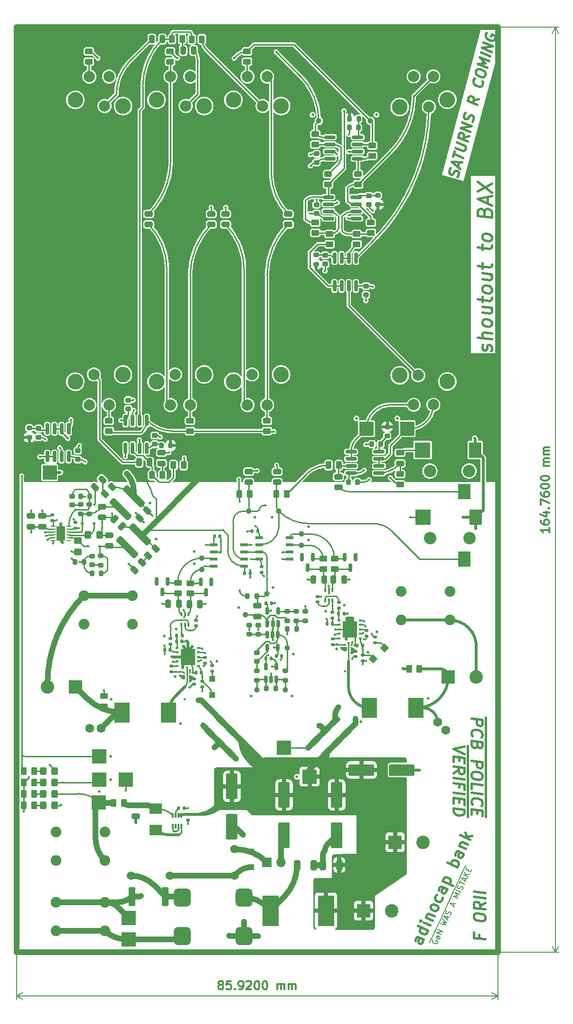
<source format=gbr>
%TF.GenerationSoftware,KiCad,Pcbnew,(6.0.7)*%
%TF.CreationDate,2023-01-25T09:18:12-05:00*%
%TF.ProjectId,amp,616d702e-6b69-4636-9164-5f7063625858,0.0*%
%TF.SameCoordinates,Original*%
%TF.FileFunction,Copper,L1,Top*%
%TF.FilePolarity,Positive*%
%FSLAX46Y46*%
G04 Gerber Fmt 4.6, Leading zero omitted, Abs format (unit mm)*
G04 Created by KiCad (PCBNEW (6.0.7)) date 2023-01-25 09:18:12*
%MOMM*%
%LPD*%
G01*
G04 APERTURE LIST*
G04 Aperture macros list*
%AMRoundRect*
0 Rectangle with rounded corners*
0 $1 Rounding radius*
0 $2 $3 $4 $5 $6 $7 $8 $9 X,Y pos of 4 corners*
0 Add a 4 corners polygon primitive as box body*
4,1,4,$2,$3,$4,$5,$6,$7,$8,$9,$2,$3,0*
0 Add four circle primitives for the rounded corners*
1,1,$1+$1,$2,$3*
1,1,$1+$1,$4,$5*
1,1,$1+$1,$6,$7*
1,1,$1+$1,$8,$9*
0 Add four rect primitives between the rounded corners*
20,1,$1+$1,$2,$3,$4,$5,0*
20,1,$1+$1,$4,$5,$6,$7,0*
20,1,$1+$1,$6,$7,$8,$9,0*
20,1,$1+$1,$8,$9,$2,$3,0*%
%AMRotRect*
0 Rectangle, with rotation*
0 The origin of the aperture is its center*
0 $1 length*
0 $2 width*
0 $3 Rotation angle, in degrees counterclockwise*
0 Add horizontal line*
21,1,$1,$2,0,0,$3*%
G04 Aperture macros list end*
%ADD10C,0.300000*%
%TA.AperFunction,NonConductor*%
%ADD11C,0.300000*%
%TD*%
%TA.AperFunction,NonConductor*%
%ADD12C,0.200000*%
%TD*%
%ADD13C,0.400000*%
%TA.AperFunction,NonConductor*%
%ADD14C,0.400000*%
%TD*%
%TA.AperFunction,Profile*%
%ADD15C,1.000000*%
%TD*%
%ADD16C,0.200000*%
%TA.AperFunction,SMDPad,CuDef*%
%ADD17R,2.500000X2.500000*%
%TD*%
%TA.AperFunction,ComponentPad*%
%ADD18C,0.500000*%
%TD*%
%TA.AperFunction,SMDPad,CuDef*%
%ADD19RoundRect,0.135000X-0.185000X0.135000X-0.185000X-0.135000X0.185000X-0.135000X0.185000X0.135000X0*%
%TD*%
%TA.AperFunction,SMDPad,CuDef*%
%ADD20R,2.590800X2.997200*%
%TD*%
%TA.AperFunction,SMDPad,CuDef*%
%ADD21R,0.609600X0.304800*%
%TD*%
%TA.AperFunction,BGAPad,CuDef*%
%ADD22C,0.200000*%
%TD*%
%TA.AperFunction,SMDPad,CuDef*%
%ADD23RoundRect,0.140000X0.140000X0.170000X-0.140000X0.170000X-0.140000X-0.170000X0.140000X-0.170000X0*%
%TD*%
%TA.AperFunction,SMDPad,CuDef*%
%ADD24RoundRect,0.250000X0.450000X-0.262500X0.450000X0.262500X-0.450000X0.262500X-0.450000X-0.262500X0*%
%TD*%
%TA.AperFunction,SMDPad,CuDef*%
%ADD25RoundRect,0.200000X-0.275000X0.200000X-0.275000X-0.200000X0.275000X-0.200000X0.275000X0.200000X0*%
%TD*%
%TA.AperFunction,SMDPad,CuDef*%
%ADD26RoundRect,0.250001X-0.799999X1.999999X-0.799999X-1.999999X0.799999X-1.999999X0.799999X1.999999X0*%
%TD*%
%TA.AperFunction,SMDPad,CuDef*%
%ADD27RoundRect,0.250000X-0.450000X0.325000X-0.450000X-0.325000X0.450000X-0.325000X0.450000X0.325000X0*%
%TD*%
%TA.AperFunction,SMDPad,CuDef*%
%ADD28RoundRect,0.250000X-0.250000X-0.475000X0.250000X-0.475000X0.250000X0.475000X-0.250000X0.475000X0*%
%TD*%
%TA.AperFunction,SMDPad,CuDef*%
%ADD29RoundRect,0.140000X-0.140000X-0.170000X0.140000X-0.170000X0.140000X0.170000X-0.140000X0.170000X0*%
%TD*%
%TA.AperFunction,ComponentPad*%
%ADD30C,1.905000*%
%TD*%
%TA.AperFunction,SMDPad,CuDef*%
%ADD31RoundRect,0.140000X0.170000X-0.140000X0.170000X0.140000X-0.170000X0.140000X-0.170000X-0.140000X0*%
%TD*%
%TA.AperFunction,SMDPad,CuDef*%
%ADD32RoundRect,0.135000X0.185000X-0.135000X0.185000X0.135000X-0.185000X0.135000X-0.185000X-0.135000X0*%
%TD*%
%TA.AperFunction,SMDPad,CuDef*%
%ADD33C,1.000000*%
%TD*%
%TA.AperFunction,SMDPad,CuDef*%
%ADD34RoundRect,0.200000X0.200000X0.275000X-0.200000X0.275000X-0.200000X-0.275000X0.200000X-0.275000X0*%
%TD*%
%TA.AperFunction,SMDPad,CuDef*%
%ADD35RoundRect,0.250000X0.475000X-0.250000X0.475000X0.250000X-0.475000X0.250000X-0.475000X-0.250000X0*%
%TD*%
%TA.AperFunction,ComponentPad*%
%ADD36C,2.000000*%
%TD*%
%TA.AperFunction,ComponentPad*%
%ADD37C,2.800000*%
%TD*%
%TA.AperFunction,ComponentPad*%
%ADD38R,2.400000X2.400000*%
%TD*%
%TA.AperFunction,ComponentPad*%
%ADD39C,2.400000*%
%TD*%
%TA.AperFunction,SMDPad,CuDef*%
%ADD40RoundRect,0.225000X0.250000X-0.225000X0.250000X0.225000X-0.250000X0.225000X-0.250000X-0.225000X0*%
%TD*%
%TA.AperFunction,SMDPad,CuDef*%
%ADD41RoundRect,0.250000X-0.132583X0.503814X-0.503814X0.132583X0.132583X-0.503814X0.503814X-0.132583X0*%
%TD*%
%TA.AperFunction,SMDPad,CuDef*%
%ADD42RoundRect,0.250000X-0.475000X0.250000X-0.475000X-0.250000X0.475000X-0.250000X0.475000X0.250000X0*%
%TD*%
%TA.AperFunction,SMDPad,CuDef*%
%ADD43RoundRect,0.250000X0.362500X1.425000X-0.362500X1.425000X-0.362500X-1.425000X0.362500X-1.425000X0*%
%TD*%
%TA.AperFunction,SMDPad,CuDef*%
%ADD44RoundRect,0.150000X-0.150000X0.825000X-0.150000X-0.825000X0.150000X-0.825000X0.150000X0.825000X0*%
%TD*%
%TA.AperFunction,SMDPad,CuDef*%
%ADD45RoundRect,0.200000X0.275000X-0.200000X0.275000X0.200000X-0.275000X0.200000X-0.275000X-0.200000X0*%
%TD*%
%TA.AperFunction,SMDPad,CuDef*%
%ADD46RoundRect,0.250000X0.262500X0.450000X-0.262500X0.450000X-0.262500X-0.450000X0.262500X-0.450000X0*%
%TD*%
%TA.AperFunction,SMDPad,CuDef*%
%ADD47R,0.400000X0.650000*%
%TD*%
%TA.AperFunction,ComponentPad*%
%ADD48R,1.700000X1.700000*%
%TD*%
%TA.AperFunction,ComponentPad*%
%ADD49O,1.700000X1.700000*%
%TD*%
%TA.AperFunction,SMDPad,CuDef*%
%ADD50R,1.460500X0.533400*%
%TD*%
%TA.AperFunction,SMDPad,CuDef*%
%ADD51RoundRect,0.150000X-0.150000X0.512500X-0.150000X-0.512500X0.150000X-0.512500X0.150000X0.512500X0*%
%TD*%
%TA.AperFunction,SMDPad,CuDef*%
%ADD52RoundRect,0.250000X0.250000X0.475000X-0.250000X0.475000X-0.250000X-0.475000X0.250000X-0.475000X0*%
%TD*%
%TA.AperFunction,SMDPad,CuDef*%
%ADD53RoundRect,0.250000X-0.325000X-0.450000X0.325000X-0.450000X0.325000X0.450000X-0.325000X0.450000X0*%
%TD*%
%TA.AperFunction,SMDPad,CuDef*%
%ADD54RoundRect,0.140000X-0.170000X0.140000X-0.170000X-0.140000X0.170000X-0.140000X0.170000X0.140000X0*%
%TD*%
%TA.AperFunction,SMDPad,CuDef*%
%ADD55RoundRect,0.312500X1.661701X-1.219759X-1.219759X1.661701X-1.661701X1.219759X1.219759X-1.661701X0*%
%TD*%
%TA.AperFunction,SMDPad,CuDef*%
%ADD56RoundRect,0.200000X-0.200000X-0.275000X0.200000X-0.275000X0.200000X0.275000X-0.200000X0.275000X0*%
%TD*%
%TA.AperFunction,SMDPad,CuDef*%
%ADD57RoundRect,0.250000X-0.450000X0.262500X-0.450000X-0.262500X0.450000X-0.262500X0.450000X0.262500X0*%
%TD*%
%TA.AperFunction,SMDPad,CuDef*%
%ADD58RoundRect,0.150000X-0.150000X0.587500X-0.150000X-0.587500X0.150000X-0.587500X0.150000X0.587500X0*%
%TD*%
%TA.AperFunction,SMDPad,CuDef*%
%ADD59RoundRect,0.250000X0.689429X0.229810X0.229810X0.689429X-0.689429X-0.229810X-0.229810X-0.689429X0*%
%TD*%
%TA.AperFunction,SMDPad,CuDef*%
%ADD60RoundRect,0.250000X-0.159099X0.512652X-0.512652X0.159099X0.159099X-0.512652X0.512652X-0.159099X0*%
%TD*%
%TA.AperFunction,SMDPad,CuDef*%
%ADD61RoundRect,0.250001X-1.999999X-0.799999X1.999999X-0.799999X1.999999X0.799999X-1.999999X0.799999X0*%
%TD*%
%TA.AperFunction,SMDPad,CuDef*%
%ADD62RoundRect,0.225000X-0.250000X0.225000X-0.250000X-0.225000X0.250000X-0.225000X0.250000X0.225000X0*%
%TD*%
%TA.AperFunction,SMDPad,CuDef*%
%ADD63R,0.300000X0.850000*%
%TD*%
%TA.AperFunction,SMDPad,CuDef*%
%ADD64R,0.600000X0.450000*%
%TD*%
%TA.AperFunction,ComponentPad*%
%ADD65C,1.524000*%
%TD*%
%TA.AperFunction,SMDPad,CuDef*%
%ADD66RoundRect,0.250000X-0.262500X-0.450000X0.262500X-0.450000X0.262500X0.450000X-0.262500X0.450000X0*%
%TD*%
%TA.AperFunction,ComponentPad*%
%ADD67C,2.209800*%
%TD*%
%TA.AperFunction,SMDPad,CuDef*%
%ADD68R,2.209800X2.794000*%
%TD*%
%TA.AperFunction,SMDPad,CuDef*%
%ADD69R,2.794000X2.794000*%
%TD*%
%TA.AperFunction,SMDPad,CuDef*%
%ADD70RoundRect,0.135000X0.135000X0.185000X-0.135000X0.185000X-0.135000X-0.185000X0.135000X-0.185000X0*%
%TD*%
%TA.AperFunction,SMDPad,CuDef*%
%ADD71RoundRect,0.250000X0.512652X0.159099X0.159099X0.512652X-0.512652X-0.159099X-0.159099X-0.512652X0*%
%TD*%
%TA.AperFunction,SMDPad,CuDef*%
%ADD72RoundRect,0.150000X-0.825000X-0.150000X0.825000X-0.150000X0.825000X0.150000X-0.825000X0.150000X0*%
%TD*%
%TA.AperFunction,ComponentPad*%
%ADD73C,1.600000*%
%TD*%
%TA.AperFunction,SMDPad,CuDef*%
%ADD74R,2.286000X1.854500*%
%TD*%
%TA.AperFunction,SMDPad,CuDef*%
%ADD75RoundRect,0.062500X0.362500X0.062500X-0.362500X0.062500X-0.362500X-0.062500X0.362500X-0.062500X0*%
%TD*%
%TA.AperFunction,SMDPad,CuDef*%
%ADD76R,1.600000X2.500000*%
%TD*%
%TA.AperFunction,SMDPad,CuDef*%
%ADD77RoundRect,0.225000X0.225000X0.250000X-0.225000X0.250000X-0.225000X-0.250000X0.225000X-0.250000X0*%
%TD*%
%TA.AperFunction,SMDPad,CuDef*%
%ADD78R,2.900000X5.400000*%
%TD*%
%TA.AperFunction,SMDPad,CuDef*%
%ADD79RoundRect,0.250000X-0.229810X0.689429X-0.689429X0.229810X0.229810X-0.689429X0.689429X-0.229810X0*%
%TD*%
%TA.AperFunction,SMDPad,CuDef*%
%ADD80RoundRect,0.150000X0.150000X-0.825000X0.150000X0.825000X-0.150000X0.825000X-0.150000X-0.825000X0*%
%TD*%
%TA.AperFunction,SMDPad,CuDef*%
%ADD81RoundRect,0.150000X0.150000X-0.512500X0.150000X0.512500X-0.150000X0.512500X-0.150000X-0.512500X0*%
%TD*%
%TA.AperFunction,SMDPad,CuDef*%
%ADD82R,1.100000X1.100000*%
%TD*%
%TA.AperFunction,SMDPad,CuDef*%
%ADD83RoundRect,0.750000X-0.750000X-0.875000X0.750000X-0.875000X0.750000X0.875000X-0.750000X0.875000X0*%
%TD*%
%TA.AperFunction,SMDPad,CuDef*%
%ADD84R,2.700000X3.600000*%
%TD*%
%TA.AperFunction,SMDPad,CuDef*%
%ADD85RotRect,1.100000X1.100000X225.000000*%
%TD*%
%TA.AperFunction,SMDPad,CuDef*%
%ADD86RoundRect,0.250000X0.325000X0.450000X-0.325000X0.450000X-0.325000X-0.450000X0.325000X-0.450000X0*%
%TD*%
%TA.AperFunction,SMDPad,CuDef*%
%ADD87RoundRect,0.250000X-0.325000X-0.650000X0.325000X-0.650000X0.325000X0.650000X-0.325000X0.650000X0*%
%TD*%
%TA.AperFunction,SMDPad,CuDef*%
%ADD88RoundRect,0.250000X0.325000X0.650000X-0.325000X0.650000X-0.325000X-0.650000X0.325000X-0.650000X0*%
%TD*%
%TA.AperFunction,ViaPad*%
%ADD89C,0.400000*%
%TD*%
%TA.AperFunction,Conductor*%
%ADD90C,0.500000*%
%TD*%
%TA.AperFunction,Conductor*%
%ADD91C,0.250000*%
%TD*%
%TA.AperFunction,Conductor*%
%ADD92C,0.254000*%
%TD*%
%TA.AperFunction,Conductor*%
%ADD93C,1.000000*%
%TD*%
G04 APERTURE END LIST*
D10*
D11*
X197397142Y-320521428D02*
X197254285Y-320450000D01*
X197182857Y-320378571D01*
X197111428Y-320235714D01*
X197111428Y-320164285D01*
X197182857Y-320021428D01*
X197254285Y-319950000D01*
X197397142Y-319878571D01*
X197682857Y-319878571D01*
X197825714Y-319950000D01*
X197897142Y-320021428D01*
X197968571Y-320164285D01*
X197968571Y-320235714D01*
X197897142Y-320378571D01*
X197825714Y-320450000D01*
X197682857Y-320521428D01*
X197397142Y-320521428D01*
X197254285Y-320592857D01*
X197182857Y-320664285D01*
X197111428Y-320807142D01*
X197111428Y-321092857D01*
X197182857Y-321235714D01*
X197254285Y-321307142D01*
X197397142Y-321378571D01*
X197682857Y-321378571D01*
X197825714Y-321307142D01*
X197897142Y-321235714D01*
X197968571Y-321092857D01*
X197968571Y-320807142D01*
X197897142Y-320664285D01*
X197825714Y-320592857D01*
X197682857Y-320521428D01*
X199325714Y-319878571D02*
X198611428Y-319878571D01*
X198540000Y-320592857D01*
X198611428Y-320521428D01*
X198754285Y-320450000D01*
X199111428Y-320450000D01*
X199254285Y-320521428D01*
X199325714Y-320592857D01*
X199397142Y-320735714D01*
X199397142Y-321092857D01*
X199325714Y-321235714D01*
X199254285Y-321307142D01*
X199111428Y-321378571D01*
X198754285Y-321378571D01*
X198611428Y-321307142D01*
X198540000Y-321235714D01*
X200040000Y-321235714D02*
X200111428Y-321307142D01*
X200040000Y-321378571D01*
X199968571Y-321307142D01*
X200040000Y-321235714D01*
X200040000Y-321378571D01*
X200825714Y-321378571D02*
X201111428Y-321378571D01*
X201254285Y-321307142D01*
X201325714Y-321235714D01*
X201468571Y-321021428D01*
X201540000Y-320735714D01*
X201540000Y-320164285D01*
X201468571Y-320021428D01*
X201397142Y-319950000D01*
X201254285Y-319878571D01*
X200968571Y-319878571D01*
X200825714Y-319950000D01*
X200754285Y-320021428D01*
X200682857Y-320164285D01*
X200682857Y-320521428D01*
X200754285Y-320664285D01*
X200825714Y-320735714D01*
X200968571Y-320807142D01*
X201254285Y-320807142D01*
X201397142Y-320735714D01*
X201468571Y-320664285D01*
X201540000Y-320521428D01*
X202111428Y-320021428D02*
X202182857Y-319950000D01*
X202325714Y-319878571D01*
X202682857Y-319878571D01*
X202825714Y-319950000D01*
X202897142Y-320021428D01*
X202968571Y-320164285D01*
X202968571Y-320307142D01*
X202897142Y-320521428D01*
X202040000Y-321378571D01*
X202968571Y-321378571D01*
X203897142Y-319878571D02*
X204040000Y-319878571D01*
X204182857Y-319950000D01*
X204254285Y-320021428D01*
X204325714Y-320164285D01*
X204397142Y-320450000D01*
X204397142Y-320807142D01*
X204325714Y-321092857D01*
X204254285Y-321235714D01*
X204182857Y-321307142D01*
X204040000Y-321378571D01*
X203897142Y-321378571D01*
X203754285Y-321307142D01*
X203682857Y-321235714D01*
X203611428Y-321092857D01*
X203540000Y-320807142D01*
X203540000Y-320450000D01*
X203611428Y-320164285D01*
X203682857Y-320021428D01*
X203754285Y-319950000D01*
X203897142Y-319878571D01*
X205325714Y-319878571D02*
X205468571Y-319878571D01*
X205611428Y-319950000D01*
X205682857Y-320021428D01*
X205754285Y-320164285D01*
X205825714Y-320450000D01*
X205825714Y-320807142D01*
X205754285Y-321092857D01*
X205682857Y-321235714D01*
X205611428Y-321307142D01*
X205468571Y-321378571D01*
X205325714Y-321378571D01*
X205182857Y-321307142D01*
X205111428Y-321235714D01*
X205040000Y-321092857D01*
X204968571Y-320807142D01*
X204968571Y-320450000D01*
X205040000Y-320164285D01*
X205111428Y-320021428D01*
X205182857Y-319950000D01*
X205325714Y-319878571D01*
X207611428Y-321378571D02*
X207611428Y-320378571D01*
X207611428Y-320521428D02*
X207682857Y-320450000D01*
X207825714Y-320378571D01*
X208040000Y-320378571D01*
X208182857Y-320450000D01*
X208254285Y-320592857D01*
X208254285Y-321378571D01*
X208254285Y-320592857D02*
X208325714Y-320450000D01*
X208468571Y-320378571D01*
X208682857Y-320378571D01*
X208825714Y-320450000D01*
X208897142Y-320592857D01*
X208897142Y-321378571D01*
X209611428Y-321378571D02*
X209611428Y-320378571D01*
X209611428Y-320521428D02*
X209682857Y-320450000D01*
X209825714Y-320378571D01*
X210040000Y-320378571D01*
X210182857Y-320450000D01*
X210254285Y-320592857D01*
X210254285Y-321378571D01*
X210254285Y-320592857D02*
X210325714Y-320450000D01*
X210468571Y-320378571D01*
X210682857Y-320378571D01*
X210825714Y-320450000D01*
X210897142Y-320592857D01*
X210897142Y-321378571D01*
D12*
X161080000Y-315260000D02*
X161080000Y-323086420D01*
X247000000Y-315260000D02*
X247000000Y-323086420D01*
X161080000Y-322500000D02*
X247000000Y-322500000D01*
X161080000Y-322500000D02*
X247000000Y-322500000D01*
X161080000Y-322500000D02*
X162206504Y-323086421D01*
X161080000Y-322500000D02*
X162206504Y-321913579D01*
X247000000Y-322500000D02*
X245873496Y-321913579D01*
X247000000Y-322500000D02*
X245873496Y-323086421D01*
D10*
D11*
X256078571Y-239165714D02*
X256078571Y-240022857D01*
X256078571Y-239594285D02*
X254578571Y-239594285D01*
X254792857Y-239737142D01*
X254935714Y-239880000D01*
X255007142Y-240022857D01*
X254578571Y-237880000D02*
X254578571Y-238165714D01*
X254650000Y-238308571D01*
X254721428Y-238380000D01*
X254935714Y-238522857D01*
X255221428Y-238594285D01*
X255792857Y-238594285D01*
X255935714Y-238522857D01*
X256007142Y-238451428D01*
X256078571Y-238308571D01*
X256078571Y-238022857D01*
X256007142Y-237880000D01*
X255935714Y-237808571D01*
X255792857Y-237737142D01*
X255435714Y-237737142D01*
X255292857Y-237808571D01*
X255221428Y-237880000D01*
X255150000Y-238022857D01*
X255150000Y-238308571D01*
X255221428Y-238451428D01*
X255292857Y-238522857D01*
X255435714Y-238594285D01*
X255078571Y-236451428D02*
X256078571Y-236451428D01*
X254507142Y-236808571D02*
X255578571Y-237165714D01*
X255578571Y-236237142D01*
X255935714Y-235665714D02*
X256007142Y-235594285D01*
X256078571Y-235665714D01*
X256007142Y-235737142D01*
X255935714Y-235665714D01*
X256078571Y-235665714D01*
X254578571Y-235094285D02*
X254578571Y-234094285D01*
X256078571Y-234737142D01*
X254578571Y-232880000D02*
X254578571Y-233165714D01*
X254650000Y-233308571D01*
X254721428Y-233380000D01*
X254935714Y-233522857D01*
X255221428Y-233594285D01*
X255792857Y-233594285D01*
X255935714Y-233522857D01*
X256007142Y-233451428D01*
X256078571Y-233308571D01*
X256078571Y-233022857D01*
X256007142Y-232880000D01*
X255935714Y-232808571D01*
X255792857Y-232737142D01*
X255435714Y-232737142D01*
X255292857Y-232808571D01*
X255221428Y-232880000D01*
X255150000Y-233022857D01*
X255150000Y-233308571D01*
X255221428Y-233451428D01*
X255292857Y-233522857D01*
X255435714Y-233594285D01*
X254578571Y-231808571D02*
X254578571Y-231665714D01*
X254650000Y-231522857D01*
X254721428Y-231451428D01*
X254864285Y-231380000D01*
X255150000Y-231308571D01*
X255507142Y-231308571D01*
X255792857Y-231380000D01*
X255935714Y-231451428D01*
X256007142Y-231522857D01*
X256078571Y-231665714D01*
X256078571Y-231808571D01*
X256007142Y-231951428D01*
X255935714Y-232022857D01*
X255792857Y-232094285D01*
X255507142Y-232165714D01*
X255150000Y-232165714D01*
X254864285Y-232094285D01*
X254721428Y-232022857D01*
X254650000Y-231951428D01*
X254578571Y-231808571D01*
X254578571Y-230380000D02*
X254578571Y-230237142D01*
X254650000Y-230094285D01*
X254721428Y-230022857D01*
X254864285Y-229951428D01*
X255150000Y-229880000D01*
X255507142Y-229880000D01*
X255792857Y-229951428D01*
X255935714Y-230022857D01*
X256007142Y-230094285D01*
X256078571Y-230237142D01*
X256078571Y-230380000D01*
X256007142Y-230522857D01*
X255935714Y-230594285D01*
X255792857Y-230665714D01*
X255507142Y-230737142D01*
X255150000Y-230737142D01*
X254864285Y-230665714D01*
X254721428Y-230594285D01*
X254650000Y-230522857D01*
X254578571Y-230380000D01*
X256078571Y-228094285D02*
X255078571Y-228094285D01*
X255221428Y-228094285D02*
X255150000Y-228022857D01*
X255078571Y-227880000D01*
X255078571Y-227665714D01*
X255150000Y-227522857D01*
X255292857Y-227451428D01*
X256078571Y-227451428D01*
X255292857Y-227451428D02*
X255150000Y-227380000D01*
X255078571Y-227237142D01*
X255078571Y-227022857D01*
X255150000Y-226880000D01*
X255292857Y-226808571D01*
X256078571Y-226808571D01*
X256078571Y-226094285D02*
X255078571Y-226094285D01*
X255221428Y-226094285D02*
X255150000Y-226022857D01*
X255078571Y-225880000D01*
X255078571Y-225665714D01*
X255150000Y-225522857D01*
X255292857Y-225451428D01*
X256078571Y-225451428D01*
X255292857Y-225451428D02*
X255150000Y-225380000D01*
X255078571Y-225237142D01*
X255078571Y-225022857D01*
X255150000Y-224880000D01*
X255292857Y-224808571D01*
X256078571Y-224808571D01*
D12*
X247500000Y-150000000D02*
X257786420Y-150000000D01*
X247500000Y-314760000D02*
X257786420Y-314760000D01*
X257200000Y-150000000D02*
X257200000Y-314760000D01*
X257200000Y-150000000D02*
X257200000Y-314760000D01*
X257200000Y-150000000D02*
X256613579Y-151126504D01*
X257200000Y-150000000D02*
X257786421Y-151126504D01*
X257200000Y-314760000D02*
X257786421Y-313633496D01*
X257200000Y-314760000D02*
X256613579Y-313633496D01*
D13*
D14*
X239715419Y-176669358D02*
X239861993Y-176453511D01*
X239972915Y-176039543D01*
X239937264Y-175841422D01*
X239879427Y-175726095D01*
X239741571Y-175578234D01*
X239581530Y-175513166D01*
X239399304Y-175530892D01*
X239297099Y-175581152D01*
X239172709Y-175714206D01*
X239003951Y-176012847D01*
X238879561Y-176145900D01*
X238777356Y-176196160D01*
X238595131Y-176213887D01*
X238435089Y-176148819D01*
X238297233Y-176000958D01*
X238239397Y-175885631D01*
X238203745Y-175687510D01*
X238314667Y-175273542D01*
X238461241Y-175057695D01*
X239759006Y-174850817D02*
X239980850Y-174022881D01*
X240194760Y-175211607D02*
X238669619Y-173948843D01*
X240505343Y-174052496D01*
X238913649Y-173038113D02*
X239179863Y-172044590D01*
X240727188Y-173224559D02*
X239046756Y-172541352D01*
X239335154Y-171465034D02*
X240695504Y-172018107D01*
X240877729Y-172000381D01*
X240979935Y-171950121D01*
X241104324Y-171817067D01*
X241193062Y-171485893D01*
X241157410Y-171287772D01*
X241099574Y-171172444D01*
X240961718Y-171024583D01*
X239601368Y-170471510D01*
X241769859Y-169333258D02*
X240814362Y-169587476D01*
X241503645Y-170326782D02*
X239823213Y-169643574D01*
X240000689Y-168981225D01*
X240125078Y-168848171D01*
X240227283Y-168797911D01*
X240409509Y-168780185D01*
X240649571Y-168877786D01*
X240787427Y-169025647D01*
X240845263Y-169140975D01*
X240880915Y-169339096D01*
X240703439Y-170001445D01*
X241969519Y-168588115D02*
X240289087Y-167904908D01*
X242235733Y-167594591D01*
X240555301Y-166911384D01*
X242355373Y-166816915D02*
X242501947Y-166601068D01*
X242612869Y-166187100D01*
X242577218Y-165988979D01*
X242519382Y-165873651D01*
X242381525Y-165725790D01*
X242221484Y-165660723D01*
X242039258Y-165678449D01*
X241937053Y-165728709D01*
X241812664Y-165861763D01*
X241643905Y-166160403D01*
X241519515Y-166293457D01*
X241417310Y-166343717D01*
X241235085Y-166361443D01*
X241075044Y-166296376D01*
X240937187Y-166148515D01*
X240879351Y-166033187D01*
X240843699Y-165835067D01*
X240954622Y-165421098D01*
X241101196Y-165205251D01*
X243522433Y-162792560D02*
X242566936Y-163046779D01*
X243256220Y-163786084D02*
X241575787Y-163102876D01*
X241753263Y-162440527D01*
X241877653Y-162307474D01*
X241979858Y-162257214D01*
X242162084Y-162239487D01*
X242402145Y-162337088D01*
X242540002Y-162484950D01*
X242597838Y-162600277D01*
X242633490Y-162798398D01*
X242456014Y-163460747D01*
X244183218Y-159664128D02*
X244241055Y-159779455D01*
X244254522Y-160060370D01*
X244210153Y-160225957D01*
X244063579Y-160441805D01*
X243859168Y-160542324D01*
X243676943Y-160560051D01*
X243334676Y-160512710D01*
X243094614Y-160415108D01*
X242796716Y-160202180D01*
X242658860Y-160054319D01*
X242543188Y-159823664D01*
X242529720Y-159542750D01*
X242574089Y-159377162D01*
X242720663Y-159161315D01*
X242822869Y-159111055D01*
X242951226Y-157969671D02*
X243039964Y-157638496D01*
X243164353Y-157505442D01*
X243368763Y-157404922D01*
X243711030Y-157452264D01*
X244271174Y-157679999D01*
X244569072Y-157892928D01*
X244684744Y-158123583D01*
X244720396Y-158321704D01*
X244631658Y-158652878D01*
X244507268Y-158785932D01*
X244302858Y-158886452D01*
X243960591Y-158839110D01*
X243400447Y-158611375D01*
X243102550Y-158398446D01*
X242986877Y-158167791D01*
X242951226Y-157969671D01*
X245030979Y-157162593D02*
X243350547Y-156479385D01*
X244706147Y-156387835D01*
X243661129Y-155320274D01*
X245341562Y-156003482D01*
X245563407Y-155175545D02*
X243882974Y-154492338D01*
X245785251Y-154347609D02*
X244104819Y-153664401D01*
X246051465Y-153354085D01*
X244371033Y-152670877D01*
X244916928Y-150964745D02*
X244792538Y-151097798D01*
X244725985Y-151346179D01*
X244739452Y-151627094D01*
X244855124Y-151857748D01*
X244992981Y-152005609D01*
X245290879Y-152218538D01*
X245530940Y-152316139D01*
X245873207Y-152363480D01*
X246055433Y-152345754D01*
X246259843Y-152245234D01*
X246406417Y-152029387D01*
X246450786Y-151863799D01*
X246437319Y-151582885D01*
X246379483Y-151467557D01*
X245819339Y-151239822D01*
X245730601Y-151570996D01*
D15*
X161080000Y-150000000D02*
X247000000Y-150000000D01*
X247000000Y-150000000D02*
X247000000Y-314760000D01*
X247000000Y-314760000D02*
X161080000Y-314760000D01*
X161080000Y-314760000D02*
X161080000Y-150000000D01*
D16*
D12*
X234797940Y-313011271D02*
X235220558Y-312104963D01*
X235419016Y-312460215D02*
X235335610Y-312526405D01*
X235275236Y-312655878D01*
X235258019Y-312805475D01*
X235304085Y-312932039D01*
X235370275Y-313015446D01*
X235522780Y-313139102D01*
X235652253Y-313199476D01*
X235845008Y-313236818D01*
X235951447Y-313233910D01*
X236078012Y-313187844D01*
X236181543Y-313078496D01*
X236221793Y-312992181D01*
X236239009Y-312842584D01*
X236215976Y-312779302D01*
X235913874Y-312638429D01*
X235833375Y-312811059D01*
X235220558Y-312104963D02*
X235602927Y-311284970D01*
X236664536Y-312042716D02*
X236189803Y-311821344D01*
X236083363Y-311824252D01*
X235999956Y-311890443D01*
X235919458Y-312063073D01*
X235922366Y-312169512D01*
X236621378Y-312022591D02*
X236624286Y-312129031D01*
X236523663Y-312344818D01*
X236440256Y-312411009D01*
X236333816Y-312413917D01*
X236247501Y-312373667D01*
X236181311Y-312290261D01*
X236178403Y-312183821D01*
X236279026Y-311968033D01*
X236276118Y-311861594D01*
X235602927Y-311284970D02*
X236045670Y-310335505D01*
X236865782Y-311611141D02*
X235959475Y-311188522D01*
X237107279Y-311093250D01*
X236200971Y-310670632D01*
X236045670Y-310335505D02*
X236367665Y-309644985D01*
X236367665Y-309644985D02*
X236850657Y-308609205D01*
X236683963Y-309634852D02*
X237690894Y-309841682D01*
X237124030Y-309367182D01*
X237851892Y-309496422D01*
X237046207Y-308858017D01*
X236850657Y-308609205D02*
X237212902Y-307832369D01*
X237834443Y-308857784D02*
X238035690Y-308426209D01*
X238053139Y-309064847D02*
X237287703Y-308340126D01*
X238334884Y-308460642D01*
X237212902Y-307832369D02*
X237615395Y-306969219D01*
X238412475Y-308181572D02*
X238516006Y-308072224D01*
X238616630Y-307856437D01*
X238613721Y-307749997D01*
X238590689Y-307686715D01*
X238524498Y-307603308D01*
X238438183Y-307563059D01*
X238331743Y-307565967D01*
X238268461Y-307589000D01*
X238185054Y-307655190D01*
X238061398Y-307807695D01*
X237977991Y-307873886D01*
X237914709Y-307896919D01*
X237808269Y-307899827D01*
X237721954Y-307859577D01*
X237655764Y-307776171D01*
X237632731Y-307712888D01*
X237629823Y-307606449D01*
X237730446Y-307390661D01*
X237833978Y-307281313D01*
X237615395Y-306969219D02*
X237937390Y-306278699D01*
X237937390Y-306278699D02*
X238299634Y-305501864D01*
X238921175Y-306527278D02*
X239122422Y-306095703D01*
X239139871Y-306734341D02*
X238374436Y-306009621D01*
X239421617Y-306130136D01*
X238299634Y-305501864D02*
X238621629Y-304811343D01*
X238621629Y-304811343D02*
X239104621Y-303775563D01*
X239884484Y-305137513D02*
X238978177Y-304714895D01*
X239766412Y-304714663D01*
X239259922Y-304110690D01*
X240166230Y-304533308D01*
X239104621Y-303775563D02*
X239305868Y-303343988D01*
X240367477Y-304101733D02*
X239461169Y-303679115D01*
X239305868Y-303343988D02*
X239708362Y-302480838D01*
X240505441Y-303693191D02*
X240608973Y-303583843D01*
X240709596Y-303368055D01*
X240706688Y-303261616D01*
X240683655Y-303198334D01*
X240617465Y-303114927D01*
X240531150Y-303074677D01*
X240424710Y-303077585D01*
X240361428Y-303100618D01*
X240278021Y-303166809D01*
X240154365Y-303319314D01*
X240070958Y-303385504D01*
X240007676Y-303408537D01*
X239901236Y-303411445D01*
X239814921Y-303371196D01*
X239748731Y-303287789D01*
X239725698Y-303224507D01*
X239722790Y-303118067D01*
X239823413Y-302902280D01*
X239926945Y-302792932D01*
X239708362Y-302480838D02*
X240030357Y-301790317D01*
X240004535Y-302513862D02*
X240246031Y-301995972D01*
X241031591Y-302677535D02*
X240125283Y-302254917D01*
X240030357Y-301790317D02*
X240392601Y-301013482D01*
X241014142Y-302038897D02*
X241215389Y-301607322D01*
X241232838Y-302245960D02*
X240467403Y-301521239D01*
X241514583Y-301641755D01*
X240392601Y-301013482D02*
X240815219Y-300107174D01*
X241655456Y-301339652D02*
X240749148Y-300917034D01*
X241896952Y-300821762D02*
X241197940Y-300968684D01*
X240990644Y-300399144D02*
X241267038Y-301158530D01*
X240815219Y-300107174D02*
X241197588Y-299287182D01*
X241603342Y-300211973D02*
X241744214Y-299909870D01*
X242279321Y-300001769D02*
X242078074Y-300433344D01*
X241171767Y-300010726D01*
X241373013Y-299579151D01*
D13*
D14*
X245711904Y-207671458D02*
X245830952Y-207448244D01*
X245830952Y-206972053D01*
X245711904Y-206719077D01*
X245473809Y-206570267D01*
X245354761Y-206555386D01*
X245116666Y-206644672D01*
X244997619Y-206867886D01*
X244997619Y-207225029D01*
X244878571Y-207448244D01*
X244640476Y-207537529D01*
X244521428Y-207522648D01*
X244283333Y-207373839D01*
X244164285Y-207120863D01*
X244164285Y-206763720D01*
X244283333Y-206540505D01*
X245830952Y-205543482D02*
X243330952Y-205230982D01*
X245830952Y-204472053D02*
X244521428Y-204308363D01*
X244283333Y-204397648D01*
X244164285Y-204620863D01*
X244164285Y-204978005D01*
X244283333Y-205230982D01*
X244402380Y-205364910D01*
X245830952Y-202924434D02*
X245711904Y-203147648D01*
X245592857Y-203251815D01*
X245354761Y-203341101D01*
X244640476Y-203251815D01*
X244402380Y-203103005D01*
X244283333Y-202969077D01*
X244164285Y-202716101D01*
X244164285Y-202358958D01*
X244283333Y-202135744D01*
X244402380Y-202031577D01*
X244640476Y-201942291D01*
X245354761Y-202031577D01*
X245592857Y-202180386D01*
X245711904Y-202314315D01*
X245830952Y-202567291D01*
X245830952Y-202924434D01*
X244164285Y-199739910D02*
X245830952Y-199948244D01*
X244164285Y-200811339D02*
X245473809Y-200975029D01*
X245711904Y-200885744D01*
X245830952Y-200662529D01*
X245830952Y-200305386D01*
X245711904Y-200052410D01*
X245592857Y-199918482D01*
X244164285Y-198906577D02*
X244164285Y-197954196D01*
X243330952Y-198445267D02*
X245473809Y-198713125D01*
X245711904Y-198623839D01*
X245830952Y-198400625D01*
X245830952Y-198162529D01*
X245830952Y-196972053D02*
X245711904Y-197195267D01*
X245592857Y-197299434D01*
X245354761Y-197388720D01*
X244640476Y-197299434D01*
X244402380Y-197150625D01*
X244283333Y-197016696D01*
X244164285Y-196763720D01*
X244164285Y-196406577D01*
X244283333Y-196183363D01*
X244402380Y-196079196D01*
X244640476Y-195989910D01*
X245354761Y-196079196D01*
X245592857Y-196228005D01*
X245711904Y-196361934D01*
X245830952Y-196614910D01*
X245830952Y-196972053D01*
X244164285Y-193787529D02*
X245830952Y-193995863D01*
X244164285Y-194858958D02*
X245473809Y-195022648D01*
X245711904Y-194933363D01*
X245830952Y-194710148D01*
X245830952Y-194353005D01*
X245711904Y-194100029D01*
X245592857Y-193966101D01*
X244164285Y-192954196D02*
X244164285Y-192001815D01*
X243330952Y-192492886D02*
X245473809Y-192760744D01*
X245711904Y-192671458D01*
X245830952Y-192448244D01*
X245830952Y-192210148D01*
X244164285Y-189620863D02*
X244164285Y-188668482D01*
X243330952Y-189159553D02*
X245473809Y-189427410D01*
X245711904Y-189338125D01*
X245830952Y-189114910D01*
X245830952Y-188876815D01*
X245830952Y-187686339D02*
X245711904Y-187909553D01*
X245592857Y-188013720D01*
X245354761Y-188103005D01*
X244640476Y-188013720D01*
X244402380Y-187864910D01*
X244283333Y-187730982D01*
X244164285Y-187478005D01*
X244164285Y-187120863D01*
X244283333Y-186897648D01*
X244402380Y-186793482D01*
X244640476Y-186704196D01*
X245354761Y-186793482D01*
X245592857Y-186942291D01*
X245711904Y-187076220D01*
X245830952Y-187329196D01*
X245830952Y-187686339D01*
X244521428Y-182879791D02*
X244640476Y-182537529D01*
X244759523Y-182433363D01*
X244997619Y-182344077D01*
X245354761Y-182388720D01*
X245592857Y-182537529D01*
X245711904Y-182671458D01*
X245830952Y-182924434D01*
X245830952Y-183876815D01*
X243330952Y-183564315D01*
X243330952Y-182730982D01*
X243450000Y-182507767D01*
X243569047Y-182403601D01*
X243807142Y-182314315D01*
X244045238Y-182344077D01*
X244283333Y-182492886D01*
X244402380Y-182626815D01*
X244521428Y-182879791D01*
X244521428Y-183713125D01*
X245116666Y-181406577D02*
X245116666Y-180216101D01*
X245830952Y-181733958D02*
X243330952Y-180588125D01*
X245830952Y-180067291D01*
X243330952Y-179159553D02*
X245830952Y-177805386D01*
X243330952Y-177492886D02*
X245830952Y-179472053D01*
D13*
D14*
X243607142Y-311614880D02*
X243607142Y-312281547D01*
X244654761Y-312412500D02*
X242654761Y-312162500D01*
X242654761Y-311210119D01*
X242654761Y-308543452D02*
X242654761Y-308162500D01*
X242750000Y-307983928D01*
X242940476Y-307817261D01*
X243321428Y-307769642D01*
X243988095Y-307852976D01*
X244369047Y-307995833D01*
X244559523Y-308210119D01*
X244654761Y-308412500D01*
X244654761Y-308793452D01*
X244559523Y-308972023D01*
X244369047Y-309138690D01*
X243988095Y-309186309D01*
X243321428Y-309102976D01*
X242940476Y-308960119D01*
X242750000Y-308745833D01*
X242654761Y-308543452D01*
X244654761Y-305936309D02*
X243702380Y-306483928D01*
X244654761Y-307079166D02*
X242654761Y-306829166D01*
X242654761Y-306067261D01*
X242750000Y-305888690D01*
X242845238Y-305805357D01*
X243035714Y-305733928D01*
X243321428Y-305769642D01*
X243511904Y-305888690D01*
X243607142Y-305995833D01*
X243702380Y-306198214D01*
X243702380Y-306960119D01*
X244654761Y-305079166D02*
X242654761Y-304829166D01*
X244654761Y-304126785D02*
X242654761Y-303876785D01*
D13*
D14*
X244770000Y-272920000D02*
X244770000Y-274587500D01*
X242205238Y-273075595D02*
X244205238Y-273325595D01*
X244205238Y-274087500D01*
X244110000Y-274266071D01*
X244014761Y-274349404D01*
X243824285Y-274420833D01*
X243538571Y-274385119D01*
X243348095Y-274266071D01*
X243252857Y-274158928D01*
X243157619Y-273956547D01*
X243157619Y-273194642D01*
X244770000Y-274587500D02*
X244770000Y-276587500D01*
X242395714Y-276242261D02*
X242300476Y-276135119D01*
X242205238Y-275837500D01*
X242205238Y-275647023D01*
X242300476Y-275373214D01*
X242490952Y-275206547D01*
X242681428Y-275135119D01*
X243062380Y-275087500D01*
X243348095Y-275123214D01*
X243729047Y-275266071D01*
X243919523Y-275385119D01*
X244110000Y-275599404D01*
X244205238Y-275897023D01*
X244205238Y-276087500D01*
X244110000Y-276361309D01*
X244014761Y-276444642D01*
X244770000Y-276587500D02*
X244770000Y-278587500D01*
X243252857Y-277873214D02*
X243157619Y-278147023D01*
X243062380Y-278230357D01*
X242871904Y-278301785D01*
X242586190Y-278266071D01*
X242395714Y-278147023D01*
X242300476Y-278039880D01*
X242205238Y-277837500D01*
X242205238Y-277075595D01*
X244205238Y-277325595D01*
X244205238Y-277992261D01*
X244110000Y-278170833D01*
X244014761Y-278254166D01*
X243824285Y-278325595D01*
X243633809Y-278301785D01*
X243443333Y-278182738D01*
X243348095Y-278075595D01*
X243252857Y-277873214D01*
X243252857Y-277206547D01*
X244770000Y-278587500D02*
X244770000Y-280111309D01*
X244770000Y-280111309D02*
X244770000Y-282111309D01*
X242205238Y-280599404D02*
X244205238Y-280849404D01*
X244205238Y-281611309D01*
X244110000Y-281789880D01*
X244014761Y-281873214D01*
X243824285Y-281944642D01*
X243538571Y-281908928D01*
X243348095Y-281789880D01*
X243252857Y-281682738D01*
X243157619Y-281480357D01*
X243157619Y-280718452D01*
X244770000Y-282111309D02*
X244770000Y-284206547D01*
X244205238Y-283230357D02*
X244205238Y-283611309D01*
X244110000Y-283789880D01*
X243919523Y-283956547D01*
X243538571Y-284004166D01*
X242871904Y-283920833D01*
X242490952Y-283777976D01*
X242300476Y-283563690D01*
X242205238Y-283361309D01*
X242205238Y-282980357D01*
X242300476Y-282801785D01*
X242490952Y-282635119D01*
X242871904Y-282587500D01*
X243538571Y-282670833D01*
X243919523Y-282813690D01*
X244110000Y-283027976D01*
X244205238Y-283230357D01*
X244770000Y-284206547D02*
X244770000Y-285825595D01*
X242205238Y-285647023D02*
X242205238Y-284694642D01*
X244205238Y-284944642D01*
X244770000Y-285825595D02*
X244770000Y-286777976D01*
X242205238Y-286313690D02*
X244205238Y-286563690D01*
X244770000Y-286777976D02*
X244770000Y-288777976D01*
X242395714Y-288432738D02*
X242300476Y-288325595D01*
X242205238Y-288027976D01*
X242205238Y-287837500D01*
X242300476Y-287563690D01*
X242490952Y-287397023D01*
X242681428Y-287325595D01*
X243062380Y-287277976D01*
X243348095Y-287313690D01*
X243729047Y-287456547D01*
X243919523Y-287575595D01*
X244110000Y-287789880D01*
X244205238Y-288087500D01*
X244205238Y-288277976D01*
X244110000Y-288551785D01*
X244014761Y-288635119D01*
X244770000Y-288777976D02*
X244770000Y-290587500D01*
X243252857Y-289397023D02*
X243252857Y-290063690D01*
X242205238Y-290218452D02*
X242205238Y-289266071D01*
X244205238Y-289516071D01*
X244205238Y-290468452D01*
X241550000Y-277967619D02*
X241550000Y-279349404D01*
X240985238Y-278087500D02*
X238985238Y-278504166D01*
X240985238Y-279420833D01*
X241550000Y-279349404D02*
X241550000Y-281158928D01*
X240032857Y-279968452D02*
X240032857Y-280635119D01*
X238985238Y-280789880D02*
X238985238Y-279837500D01*
X240985238Y-280087500D01*
X240985238Y-281039880D01*
X241550000Y-281158928D02*
X241550000Y-283158928D01*
X238985238Y-282789880D02*
X239937619Y-282242261D01*
X238985238Y-281647023D02*
X240985238Y-281897023D01*
X240985238Y-282658928D01*
X240890000Y-282837500D01*
X240794761Y-282920833D01*
X240604285Y-282992261D01*
X240318571Y-282956547D01*
X240128095Y-282837500D01*
X240032857Y-282730357D01*
X239937619Y-282527976D01*
X239937619Y-281766071D01*
X241550000Y-283158928D02*
X241550000Y-284111309D01*
X238985238Y-283647023D02*
X240985238Y-283897023D01*
X241550000Y-284111309D02*
X241550000Y-285825595D01*
X240032857Y-285397023D02*
X240032857Y-284730357D01*
X238985238Y-284599404D02*
X240985238Y-284849404D01*
X240985238Y-285801785D01*
X241550000Y-285825595D02*
X241550000Y-286777976D01*
X238985238Y-286313690D02*
X240985238Y-286563690D01*
X241550000Y-286777976D02*
X241550000Y-288587500D01*
X240032857Y-287397023D02*
X240032857Y-288063690D01*
X238985238Y-288218452D02*
X238985238Y-287266071D01*
X240985238Y-287516071D01*
X240985238Y-288468452D01*
X241550000Y-288587500D02*
X241550000Y-290587500D01*
X238985238Y-289075595D02*
X240985238Y-289325595D01*
X240985238Y-289801785D01*
X240890000Y-290075595D01*
X240699523Y-290242261D01*
X240509047Y-290313690D01*
X240128095Y-290361309D01*
X239842380Y-290325595D01*
X239461428Y-290182738D01*
X239270952Y-290063690D01*
X239080476Y-289849404D01*
X238985238Y-289551785D01*
X238985238Y-289075595D01*
D13*
D14*
X233696558Y-312462501D02*
X232747092Y-312019758D01*
X232534213Y-312025575D01*
X232367399Y-312157955D01*
X232206402Y-312503215D01*
X232212218Y-312716095D01*
X233610243Y-312422252D02*
X233616059Y-312635131D01*
X233414812Y-313066706D01*
X233247998Y-313199087D01*
X233035119Y-313204903D01*
X232862489Y-313124405D01*
X232730108Y-312957591D01*
X232724292Y-312744712D01*
X232925539Y-312313136D01*
X232919722Y-312100257D01*
X234461296Y-310822516D02*
X232648680Y-309977279D01*
X234374980Y-310782266D02*
X234380797Y-310995146D01*
X234219799Y-311340406D01*
X234052986Y-311472787D01*
X233926421Y-311518852D01*
X233713542Y-311524669D01*
X233195652Y-311283172D01*
X233063271Y-311116359D01*
X233017205Y-310989794D01*
X233011389Y-310776915D01*
X233172386Y-310431655D01*
X233339200Y-310299274D01*
X234863789Y-309959365D02*
X233655379Y-309395874D01*
X233051174Y-309114129D02*
X233097239Y-309240693D01*
X233223804Y-309194628D01*
X233177738Y-309068063D01*
X233051174Y-309114129D01*
X233223804Y-309194628D01*
X234057872Y-308532724D02*
X235266283Y-309096215D01*
X234230502Y-308613223D02*
X234184437Y-308486658D01*
X234178620Y-308273779D01*
X234299368Y-308014834D01*
X234466182Y-307882453D01*
X234679062Y-307876637D01*
X235628527Y-308319380D01*
X236151769Y-307197285D02*
X235984955Y-307329665D01*
X235858390Y-307375731D01*
X235645511Y-307381547D01*
X235127621Y-307140051D01*
X234995240Y-306973237D01*
X234949174Y-306846673D01*
X234943358Y-306633794D01*
X235064106Y-306374848D01*
X235230920Y-306242468D01*
X235357484Y-306196402D01*
X235570364Y-306190586D01*
X236088254Y-306432082D01*
X236220635Y-306598896D01*
X236266700Y-306725460D01*
X236272517Y-306938339D01*
X236151769Y-307197285D01*
X237071688Y-304999159D02*
X237077504Y-305212039D01*
X236916506Y-305557299D01*
X236749693Y-305689680D01*
X236623128Y-305735745D01*
X236410249Y-305741562D01*
X235892359Y-305500066D01*
X235759978Y-305333252D01*
X235713912Y-305206687D01*
X235708096Y-304993808D01*
X235869093Y-304648548D01*
X236035907Y-304516167D01*
X237882491Y-303485738D02*
X236933026Y-303042995D01*
X236720146Y-303048812D01*
X236553333Y-303181192D01*
X236392335Y-303526453D01*
X236398151Y-303739332D01*
X237796176Y-303445489D02*
X237801992Y-303658368D01*
X237600745Y-304089944D01*
X237433932Y-304222324D01*
X237221052Y-304228141D01*
X237048422Y-304147642D01*
X236916042Y-303980828D01*
X236910225Y-303767949D01*
X237111472Y-303336374D01*
X237105656Y-303123494D01*
X237076574Y-302059097D02*
X238889190Y-302904334D01*
X237162889Y-302099346D02*
X237157073Y-301886467D01*
X237318070Y-301541207D01*
X237484884Y-301408826D01*
X237611448Y-301362761D01*
X237824328Y-301356944D01*
X238342218Y-301598440D01*
X238474599Y-301765254D01*
X238520664Y-301891818D01*
X238526481Y-302104698D01*
X238365483Y-302449958D01*
X238198670Y-302582339D01*
X239693712Y-299601562D02*
X237881097Y-298756326D01*
X238571617Y-299078320D02*
X238565800Y-298865441D01*
X238726798Y-298520181D01*
X238893612Y-298387800D01*
X239020176Y-298341735D01*
X239233055Y-298335918D01*
X239750946Y-298577414D01*
X239883326Y-298744228D01*
X239929392Y-298870793D01*
X239935208Y-299083672D01*
X239774211Y-299428932D01*
X239607397Y-299561313D01*
X240820694Y-297184741D02*
X239871229Y-296741998D01*
X239658349Y-296747815D01*
X239491536Y-296880195D01*
X239330538Y-297225456D01*
X239336355Y-297438335D01*
X240734379Y-297144492D02*
X240740195Y-297357371D01*
X240538949Y-297788947D01*
X240372135Y-297921327D01*
X240159255Y-297927144D01*
X239986625Y-297846645D01*
X239854245Y-297679831D01*
X239848428Y-297466952D01*
X240049675Y-297035377D01*
X240043859Y-296822497D01*
X240014777Y-295758100D02*
X241223188Y-296321591D01*
X240187407Y-295838599D02*
X240141342Y-295712034D01*
X240135525Y-295499155D01*
X240256273Y-295240210D01*
X240423087Y-295107829D01*
X240635967Y-295102013D01*
X241585432Y-295544756D01*
X241987926Y-294681606D02*
X240175310Y-293836369D01*
X241377904Y-294186981D02*
X242309920Y-293991085D01*
X241101510Y-293427594D02*
X241470035Y-294440109D01*
D17*
%TO.P,,1,1*%
%TO.N,GND*%
X167000000Y-229300000D03*
%TD*%
D18*
%TO.P,REF\u002A\u002A,*%
%TO.N,GND*%
X219500000Y-252900000D03*
%TD*%
%TO.P,,*%
%TO.N,GND*%
X219500000Y-252900000D03*
%TD*%
%TO.P,REF\u002A\u002A,*%
%TO.N,GND*%
X187400000Y-258400000D03*
%TD*%
%TO.P,,*%
%TO.N,GND*%
X187400000Y-258400000D03*
%TD*%
%TO.P,REF\u002A\u002A,*%
%TO.N,GND*%
X216200000Y-254000000D03*
%TD*%
%TO.P,,*%
%TO.N,GND*%
X216200000Y-254000000D03*
%TD*%
%TO.P,REF\u002A\u002A,*%
%TO.N,GND*%
X189600000Y-257200000D03*
%TD*%
%TO.P,,*%
%TO.N,GND*%
X189600000Y-257200000D03*
%TD*%
%TO.P,REF\u002A\u002A,*%
%TO.N,GND*%
X225300000Y-165600000D03*
%TD*%
%TO.P,,*%
%TO.N,GND*%
X225300000Y-165600000D03*
%TD*%
%TO.P,REF\u002A\u002A,*%
%TO.N,GND*%
X213900000Y-165600000D03*
%TD*%
%TO.P,,*%
%TO.N,GND*%
X213900000Y-165600000D03*
%TD*%
%TO.P,REF\u002A\u002A,*%
%TO.N,GND*%
X229000000Y-219700000D03*
%TD*%
%TO.P,,*%
%TO.N,GND*%
X229000000Y-219700000D03*
%TD*%
%TO.P,REF\u002A\u002A,*%
%TO.N,GND*%
X221700000Y-219700000D03*
%TD*%
%TO.P,,*%
%TO.N,GND*%
X221700000Y-219700000D03*
%TD*%
%TO.P,REF\u002A\u002A,*%
%TO.N,GND*%
X223800000Y-261300000D03*
%TD*%
%TO.P,,*%
%TO.N,GND*%
X223800000Y-261300000D03*
%TD*%
%TO.P,REF\u002A\u002A,*%
%TO.N,GND*%
X225400000Y-257700000D03*
%TD*%
%TO.P,,*%
%TO.N,GND*%
X225400000Y-257700000D03*
%TD*%
%TO.P,REF\u002A\u002A,*%
%TO.N,GND*%
X211100000Y-283500000D03*
%TD*%
%TO.P,,*%
%TO.N,GND*%
X211100000Y-283500000D03*
%TD*%
%TO.P,REF\u002A\u002A,*%
%TO.N,GND*%
X175800000Y-286100000D03*
%TD*%
%TO.P,,*%
%TO.N,GND*%
X175800000Y-286100000D03*
%TD*%
%TO.P,REF\u002A\u002A,*%
%TO.N,GND*%
X177900000Y-279900000D03*
%TD*%
%TO.P,,*%
%TO.N,GND*%
X177900000Y-279900000D03*
%TD*%
%TO.P,REF\u002A\u002A,*%
%TO.N,GND*%
X177900000Y-284000000D03*
%TD*%
%TO.P,,*%
%TO.N,GND*%
X177900000Y-284000000D03*
%TD*%
%TO.P,REF\u002A\u002A,*%
%TO.N,GND*%
X184900000Y-234700000D03*
%TD*%
%TO.P,,*%
%TO.N,GND*%
X184900000Y-234700000D03*
%TD*%
%TO.P,REF\u002A\u002A,*%
%TO.N,GND*%
X186000000Y-241200000D03*
%TD*%
%TO.P,,*%
%TO.N,GND*%
X186000000Y-241200000D03*
%TD*%
%TO.P,REF\u002A\u002A,*%
%TO.N,GND*%
X234500000Y-269500000D03*
%TD*%
%TO.P,,*%
%TO.N,GND*%
X234500000Y-269500000D03*
%TD*%
%TO.P,REF\u002A\u002A,*%
%TO.N,GND*%
X222500000Y-273700000D03*
%TD*%
%TO.P,,*%
%TO.N,GND*%
X222500000Y-273700000D03*
%TD*%
%TO.P,REF\u002A\u002A,*%
%TO.N,GND*%
X178000000Y-269700000D03*
%TD*%
%TO.P,,*%
%TO.N,GND*%
X178000000Y-269700000D03*
%TD*%
%TO.P,REF\u002A\u002A,*%
%TO.N,GND*%
X190300000Y-274000000D03*
%TD*%
%TO.P,,*%
%TO.N,GND*%
X190300000Y-274000000D03*
%TD*%
%TO.P,REF\u002A\u002A,*%
%TO.N,GND*%
X206700000Y-237300000D03*
%TD*%
%TO.P,,*%
%TO.N,GND*%
X206700000Y-237300000D03*
%TD*%
%TO.P,REF\u002A\u002A,*%
%TO.N,GND*%
X203600000Y-237300000D03*
%TD*%
%TO.P,,*%
%TO.N,GND*%
X203600000Y-237300000D03*
%TD*%
%TO.P,REF\u002A\u002A,*%
%TO.N,GND*%
X213200000Y-239000000D03*
%TD*%
%TO.P,,*%
%TO.N,GND*%
X213200000Y-239000000D03*
%TD*%
%TO.P,REF\u002A\u002A,*%
%TO.N,GND*%
X213200000Y-241300000D03*
%TD*%
%TO.P,,*%
%TO.N,GND*%
X213200000Y-241300000D03*
%TD*%
%TO.P,REF\u002A\u002A,*%
%TO.N,GND*%
X192800000Y-243399999D03*
%TD*%
%TO.P,,*%
%TO.N,GND*%
X192800000Y-243399999D03*
%TD*%
%TO.P,REF\u002A\u002A,*%
%TO.N,GND*%
X192800000Y-245600000D03*
%TD*%
%TO.P,,*%
%TO.N,GND*%
X192800000Y-245600000D03*
%TD*%
%TO.P,REF\u002A\u002A,*%
%TO.N,GND*%
X200700000Y-253400000D03*
%TD*%
%TO.P,,*%
%TO.N,GND*%
X200700000Y-253400000D03*
%TD*%
%TO.P,REF\u002A\u002A,*%
%TO.N,GND*%
X206800000Y-249800000D03*
%TD*%
%TO.P,,*%
%TO.N,GND*%
X206800000Y-249800000D03*
%TD*%
%TO.P,REF\u002A\u002A,*%
%TO.N,GND*%
X189400000Y-265600000D03*
%TD*%
%TO.P,,*%
%TO.N,GND*%
X189400000Y-265600000D03*
%TD*%
%TO.P,REF\u002A\u002A,*%
%TO.N,GND*%
X196800000Y-262900000D03*
%TD*%
%TO.P,,*%
%TO.N,GND*%
X196800000Y-262900000D03*
%TD*%
%TO.P,REF\u002A\u002A,*%
%TO.N,GND*%
X218200000Y-260700000D03*
%TD*%
%TO.P,,*%
%TO.N,GND*%
X218200000Y-260700000D03*
%TD*%
%TO.P,,*%
%TO.N,GND*%
X202900000Y-269100000D03*
%TD*%
%TO.P,REF\u002A\u002A,*%
%TO.N,GND*%
X202900000Y-269100000D03*
%TD*%
%TO.P,REF\u002A\u002A,*%
%TO.N,GND*%
X210200000Y-269100000D03*
%TD*%
%TO.P,,*%
%TO.N,GND*%
X210200000Y-269100000D03*
%TD*%
%TO.P,REF\u002A\u002A,*%
%TO.N,GND*%
X210500000Y-261700000D03*
%TD*%
D19*
%TO.P,R61,2*%
%TO.N,/GH_R*%
X223526800Y-258429300D03*
%TO.P,R61,1*%
%TO.N,Net-(R61-Pad1)*%
X223526800Y-257409300D03*
%TD*%
D20*
%TO.P,U14,11,PAD*%
%TO.N,GND*%
X220539300Y-257239300D03*
D21*
%TO.P,U14,10,LOH*%
%TO.N,Net-(R62-Pad1)*%
X218634300Y-258839299D03*
%TO.P,U14,9,LOL*%
%TO.N,Net-(R74-Pad1)*%
X218634300Y-258039301D03*
%TO.P,U14,8,VSS*%
%TO.N,GND*%
X218634300Y-257239300D03*
%TO.P,U14,7,LI*%
%TO.N,Net-(C59-Pad1)*%
X218634300Y-256439302D03*
%TO.P,U14,6,HI*%
%TO.N,Net-(C58-Pad1)*%
X218634300Y-255639301D03*
%TO.P,U14,5,HS*%
%TO.N,/SW_NODE_R*%
X222444300Y-255639301D03*
%TO.P,U14,4,HOL*%
%TO.N,Net-(R73-Pad1)*%
X222444300Y-256439299D03*
%TO.P,U14,3,HOH*%
%TO.N,Net-(R61-Pad1)*%
X222444300Y-257239300D03*
%TO.P,U14,2,HB*%
%TO.N,Net-(C62-Pad1)*%
X222444300Y-258039298D03*
%TO.P,U14,1,VDD*%
%TO.N,Net-(C52-Pad1)*%
X222444300Y-258839299D03*
%TD*%
D17*
%TO.P,,1,1*%
%TO.N,GND*%
X208800000Y-278300000D03*
%TD*%
D22*
%TO.P,Q2,1*%
%TO.N,/GH_L*%
X191931500Y-265050000D03*
%TO.P,Q2,2*%
%TO.N,/SW_NODE_L*%
X191481500Y-265050000D03*
%TO.P,Q2,3*%
%TO.N,/GL_L*%
X191031500Y-265050000D03*
%TO.P,Q2,4*%
%TO.N,+24V*%
X191931500Y-265500000D03*
%TO.P,Q2,5*%
%TO.N,/SW_NODE_L*%
X191481500Y-265500000D03*
%TO.P,Q2,6*%
%TO.N,GND*%
X191031500Y-265500000D03*
%TO.P,Q2,7*%
%TO.N,+24V*%
X191931500Y-265950000D03*
%TO.P,Q2,8*%
%TO.N,/SW_NODE_L*%
X191481500Y-265950000D03*
%TO.P,Q2,9*%
%TO.N,GND*%
X191031500Y-265950000D03*
%TD*%
D23*
%TO.P,C59,2*%
%TO.N,GND*%
X216446800Y-256221300D03*
%TO.P,C59,1*%
%TO.N,Net-(C59-Pad1)*%
X217406800Y-256221300D03*
%TD*%
D24*
%TO.P,R27,1*%
%TO.N,Net-(C32-Pad2)*%
X202184000Y-156146500D03*
%TO.P,R27,2*%
%TO.N,/VOL_ADJ_L*%
X202184000Y-154321500D03*
%TD*%
D25*
%TO.P,R70,1*%
%TO.N,GND*%
X202600000Y-256475000D03*
%TO.P,R70,2*%
%TO.N,Net-(R69-Pad1)*%
X202600000Y-258125000D03*
%TD*%
D26*
%TO.P,C15,1*%
%TO.N,+24V*%
X208788000Y-286722000D03*
%TO.P,C15,2*%
%TO.N,GND*%
X208788000Y-293922000D03*
%TD*%
D27*
%TO.P,L3,1,1*%
%TO.N,Net-(D4-Pad2)*%
X172068000Y-241413000D03*
%TO.P,L3,2,2*%
%TO.N,+5V*%
X172068000Y-243463000D03*
%TD*%
D28*
%TO.P,C64,1*%
%TO.N,Net-(C64-Pad1)*%
X217622500Y-248374000D03*
%TO.P,C64,2*%
%TO.N,GND*%
X219522500Y-248374000D03*
%TD*%
D29*
%TO.P,C12,1*%
%TO.N,+5V*%
X205522000Y-262440000D03*
%TO.P,C12,2*%
%TO.N,GND*%
X206482000Y-262440000D03*
%TD*%
D30*
%TO.P,J2,1,Pin_1*%
%TO.N,GND*%
X168135900Y-293324000D03*
X176835903Y-293324000D03*
%TO.P,J2,2,Pin_2*%
%TO.N,+5V*%
X168135900Y-298404000D03*
X176835903Y-298404000D03*
%TD*%
D31*
%TO.P,C34,1*%
%TO.N,+5V*%
X171600000Y-239180000D03*
%TO.P,C34,2*%
%TO.N,GND*%
X171600000Y-238220000D03*
%TD*%
D32*
%TO.P,R71,1*%
%TO.N,+5V*%
X222826800Y-262829300D03*
%TO.P,R71,2*%
%TO.N,Net-(C52-Pad1)*%
X222826800Y-261809300D03*
%TD*%
D33*
%TO.P,TP20,1,1*%
%TO.N,/MODULATED_R*%
X211902500Y-242278000D03*
%TD*%
D34*
%TO.P,R80,1*%
%TO.N,Net-(C21-Pad1)*%
X222125000Y-166300000D03*
%TO.P,R80,2*%
%TO.N,+5V6*%
X220475000Y-166300000D03*
%TD*%
D17*
%TO.P,TP2,1,1*%
%TO.N,Net-(D1-Pad1)*%
X181102000Y-308610000D03*
%TD*%
D35*
%TO.P,C44,1*%
%TO.N,Net-(C44-Pad1)*%
X177656000Y-242372000D03*
%TO.P,C44,2*%
%TO.N,GND*%
X177656000Y-240472000D03*
%TD*%
D24*
%TO.P,R18,1*%
%TO.N,Net-(R11-Pad3)*%
X216662000Y-177990500D03*
%TO.P,R18,2*%
%TO.N,Net-(R18-Pad2)*%
X216662000Y-176165500D03*
%TD*%
%TO.P,R32,1*%
%TO.N,Net-(C36-Pad1)*%
X188468000Y-156146500D03*
%TO.P,R32,2*%
%TO.N,/VOL_ADJ_L*%
X188468000Y-154321500D03*
%TD*%
D36*
%TO.P,R30,1*%
%TO.N,Net-(C35-Pad1)*%
X192064000Y-158790000D03*
%TO.P,R30,2*%
%TO.N,Net-(C37-Pad1)*%
X191264000Y-164040000D03*
%TO.P,R30,3*%
%TO.N,Net-(C35-Pad2)*%
X192064000Y-217290000D03*
%TO.P,R30,4*%
%TO.N,Net-(C36-Pad1)*%
X188564000Y-158790000D03*
%TO.P,R30,5*%
%TO.N,Net-(C38-Pad1)*%
X189364000Y-211840000D03*
%TO.P,R30,6*%
%TO.N,Net-(C36-Pad2)*%
X188564000Y-217290000D03*
D37*
%TO.P,R30,7*%
%TO.N,N/C*%
X194564000Y-164040000D03*
%TO.P,R30,8*%
X194564000Y-211840000D03*
%TO.P,R30,9*%
X186064000Y-162940000D03*
%TO.P,R30,10*%
X186064000Y-213140000D03*
%TD*%
D38*
%TO.P,C79,1*%
%TO.N,Net-(C75-Pad1)*%
X171620459Y-267500000D03*
D39*
%TO.P,C79,2*%
%TO.N,/OUT_L*%
X166620459Y-267500000D03*
%TD*%
D40*
%TO.P,C84,1*%
%TO.N,GND*%
X223400000Y-197675000D03*
%TO.P,C84,2*%
%TO.N,-5V6*%
X223400000Y-196125000D03*
%TD*%
D41*
%TO.P,R49,1*%
%TO.N,+5V6*%
X185895235Y-242854765D03*
%TO.P,R49,2*%
%TO.N,Net-(C46-Pad1)*%
X184604765Y-244145235D03*
%TD*%
D42*
%TO.P,C38,1*%
%TO.N,Net-(C38-Pad1)*%
X186952000Y-225780000D03*
%TO.P,C38,2*%
%TO.N,Net-(C38-Pad2)*%
X186952000Y-227680000D03*
%TD*%
D29*
%TO.P,C8,2*%
%TO.N,GND*%
X208380000Y-262000000D03*
%TO.P,C8,1*%
%TO.N,+5V*%
X207420000Y-262000000D03*
%TD*%
D24*
%TO.P,R66,1*%
%TO.N,Net-(C65-Pad1)*%
X215778500Y-246492500D03*
%TO.P,R66,2*%
%TO.N,/MODULATED_R*%
X215778500Y-244667500D03*
%TD*%
D33*
%TO.P,TP21,1,1*%
%TO.N,/~{MODULATED_L}*%
X194122500Y-246596000D03*
%TD*%
D43*
%TO.P,R3,1*%
%TO.N,Net-(FL1-Pad1)*%
X187620500Y-304800000D03*
%TO.P,R3,2*%
%TO.N,Net-(D1-Pad1)*%
X181695500Y-304800000D03*
%TD*%
D44*
%TO.P,U8,1*%
%TO.N,/EQ_ADJ_R*%
X184345000Y-220025000D03*
%TO.P,U8,2,-*%
%TO.N,Net-(C42-Pad1)*%
X183075000Y-220025000D03*
%TO.P,U8,3,+*%
%TO.N,/V_BIAS_R*%
X181805000Y-220025000D03*
%TO.P,U8,4,V-*%
%TO.N,-5V6*%
X180535000Y-220025000D03*
%TO.P,U8,5,+*%
%TO.N,/V_BIAS_L*%
X180535000Y-224975000D03*
%TO.P,U8,6,-*%
%TO.N,Net-(C43-Pad1)*%
X181805000Y-224975000D03*
%TO.P,U8,7*%
%TO.N,/EQ_ADJ_L*%
X183075000Y-224975000D03*
%TO.P,U8,8,V+*%
%TO.N,Net-(C16-Pad1)*%
X184345000Y-224975000D03*
%TD*%
D45*
%TO.P,R10,2*%
%TO.N,Net-(R10-Pad2)*%
X209400000Y-254075000D03*
%TO.P,R10,1*%
%TO.N,Net-(C25-Pad1)*%
X209400000Y-255725000D03*
%TD*%
D46*
%TO.P,R23,1*%
%TO.N,Net-(D3-Pad1)*%
X164234500Y-286512000D03*
%TO.P,R23,2*%
%TO.N,GND*%
X162409500Y-286512000D03*
%TD*%
D47*
%TO.P,U16,1*%
%TO.N,Net-(C64-Pad1)*%
X217444500Y-250218000D03*
%TO.P,U16,2,GND*%
%TO.N,GND*%
X216794500Y-250218000D03*
%TO.P,U16,3*%
%TO.N,Net-(C65-Pad1)*%
X216144500Y-250218000D03*
%TO.P,U16,4*%
%TO.N,/~{MODULATED_R_DT}*%
X216144500Y-252118000D03*
%TO.P,U16,5*%
%TO.N,+5V*%
X216794500Y-252118000D03*
%TO.P,U16,6*%
%TO.N,/MODULATED_R_DT*%
X217444500Y-252118000D03*
%TD*%
D36*
%TO.P,R11,1*%
%TO.N,/BUFFERED_R*%
X231930000Y-217250000D03*
%TO.P,R11,2*%
%TO.N,Net-(R11-Pad2)*%
X232730000Y-212000000D03*
%TO.P,R11,3*%
%TO.N,Net-(R11-Pad3)*%
X231930000Y-158750000D03*
%TO.P,R11,4*%
%TO.N,/BUFFERED_L*%
X235430000Y-217250000D03*
%TO.P,R11,5*%
%TO.N,Net-(R11-Pad5)*%
X234630000Y-164200000D03*
%TO.P,R11,6*%
%TO.N,Net-(R11-Pad6)*%
X235430000Y-158750000D03*
D37*
%TO.P,R11,7*%
%TO.N,N/C*%
X229430000Y-212000000D03*
%TO.P,R11,8*%
X229430000Y-164200000D03*
%TO.P,R11,9*%
X237930000Y-213100000D03*
%TO.P,R11,10*%
X237930000Y-162900000D03*
%TD*%
D34*
%TO.P,R12,1*%
%TO.N,/TRIANGLE_WAVE*%
X203925000Y-251300000D03*
%TO.P,R12,2*%
%TO.N,/V_BIAS_L*%
X202275000Y-251300000D03*
%TD*%
D48*
%TO.P,JP1,1,A*%
%TO.N,Net-(D1-Pad2)*%
X205735000Y-298704000D03*
D49*
%TO.P,JP1,2,B*%
%TO.N,GND*%
X208275000Y-298704000D03*
%TD*%
D25*
%TO.P,R39,1*%
%TO.N,Net-(C41-Pad1)*%
X172576000Y-235009000D03*
%TO.P,R39,2*%
%TO.N,Net-(C45-Pad1)*%
X172576000Y-236659000D03*
%TD*%
D50*
%TO.P,U13,1,V+*%
%TO.N,+5V6*%
X201672650Y-245961000D03*
%TO.P,U13,2,+*%
%TO.N,Net-(C51-Pad2)*%
X201672650Y-244691000D03*
%TO.P,U13,3,-*%
%TO.N,/TRIANGLE_WAVE*%
X201672650Y-243421000D03*
%TO.P,U13,4,V-*%
%TO.N,-5V6*%
X201672650Y-242151000D03*
%TO.P,U13,5,LATCH*%
X196224350Y-242151000D03*
%TO.P,U13,6,GND*%
%TO.N,GND*%
X196224350Y-243421000D03*
%TO.P,U13,7,Q*%
%TO.N,/MODULATED_L*%
X196224350Y-244691000D03*
%TO.P,U13,8,~{Q*%
%TO.N,/~{MODULATED_L}*%
X196224350Y-245961000D03*
%TD*%
D51*
%TO.P,U3,1*%
%TO.N,/RAW_TRIANGLE*%
X207714000Y-258188500D03*
%TO.P,U3,2,V-*%
%TO.N,GND*%
X206764000Y-258188500D03*
%TO.P,U3,3,+*%
%TO.N,Net-(R69-Pad1)*%
X205814000Y-258188500D03*
%TO.P,U3,4,-*%
%TO.N,Net-(C1-Pad1)*%
X205814000Y-260463500D03*
%TO.P,U3,5,V+*%
%TO.N,+5V*%
X207714000Y-260463500D03*
%TD*%
D42*
%TO.P,C51,1*%
%TO.N,/EQ_ADJ_L*%
X202504500Y-229136000D03*
%TO.P,C51,2*%
%TO.N,Net-(C51-Pad2)*%
X202504500Y-231036000D03*
%TD*%
D50*
%TO.P,U12,1,V+*%
%TO.N,+5V6*%
X204352350Y-240881000D03*
%TO.P,U12,2,+*%
%TO.N,Net-(C50-Pad2)*%
X204352350Y-242151000D03*
%TO.P,U12,3,-*%
%TO.N,/TRIANGLE_WAVE*%
X204352350Y-243421000D03*
%TO.P,U12,4,V-*%
%TO.N,-5V6*%
X204352350Y-244691000D03*
%TO.P,U12,5,LATCH*%
X209800650Y-244691000D03*
%TO.P,U12,6,GND*%
%TO.N,GND*%
X209800650Y-243421000D03*
%TO.P,U12,7,Q*%
%TO.N,/MODULATED_R*%
X209800650Y-242151000D03*
%TO.P,U12,8,~{Q*%
%TO.N,/~{MODULATED_R}*%
X209800650Y-240881000D03*
%TD*%
D52*
%TO.P,C65,1*%
%TO.N,Net-(C65-Pad1)*%
X215966500Y-248374000D03*
%TO.P,C65,2*%
%TO.N,GND*%
X214066500Y-248374000D03*
%TD*%
D46*
%TO.P,R5,1*%
%TO.N,Net-(C4-Pad2)*%
X218574500Y-228000000D03*
%TO.P,R5,2*%
%TO.N,/V_BIAS_R*%
X216749500Y-228000000D03*
%TD*%
D32*
%TO.P,R72,2*%
%TO.N,Net-(C53-Pad1)*%
X194250000Y-266490000D03*
%TO.P,R72,1*%
%TO.N,+5V*%
X194250000Y-267510000D03*
%TD*%
D28*
%TO.P,C66,1*%
%TO.N,Net-(C66-Pad1)*%
X191933500Y-252733000D03*
%TO.P,C66,2*%
%TO.N,GND*%
X193833500Y-252733000D03*
%TD*%
D53*
%TO.P,D6,1,K*%
%TO.N,Net-(D6-Pad1)*%
X165853000Y-284480000D03*
%TO.P,D6,2,A*%
%TO.N,+5V6*%
X167903000Y-284480000D03*
%TD*%
D54*
%TO.P,C74,1*%
%TO.N,+24V*%
X192750000Y-266020000D03*
%TO.P,C74,2*%
%TO.N,GND*%
X192750000Y-266980000D03*
%TD*%
D55*
%TO.P,L6,1,1*%
%TO.N,Net-(C45-Pad1)*%
X179688000Y-235834000D03*
%TO.P,L6,2,2*%
%TO.N,-5V6*%
X181986097Y-233535903D03*
%TD*%
D54*
%TO.P,C80,1*%
%TO.N,GND*%
X193100000Y-255620000D03*
%TO.P,C80,2*%
%TO.N,+5V*%
X193100000Y-256580000D03*
%TD*%
D56*
%TO.P,R47,1*%
%TO.N,GND*%
X171497000Y-245232000D03*
%TO.P,R47,2*%
%TO.N,Net-(C40-Pad2)*%
X173147000Y-245232000D03*
%TD*%
D57*
%TO.P,R78,1*%
%TO.N,GND*%
X176662500Y-269127500D03*
%TO.P,R78,2*%
%TO.N,Net-(C75-Pad1)*%
X176662500Y-270952500D03*
%TD*%
D45*
%TO.P,R38,1*%
%TO.N,Net-(C40-Pad1)*%
X176132000Y-245803000D03*
%TO.P,R38,2*%
%TO.N,Net-(C44-Pad1)*%
X176132000Y-244153000D03*
%TD*%
D58*
%TO.P,D13,1*%
%TO.N,/MODULATED_L*%
X188026500Y-248706500D03*
%TO.P,D13,2*%
%TO.N,unconnected-(D13-Pad2)*%
X186126500Y-248706500D03*
%TO.P,D13,3*%
%TO.N,Net-(C67-Pad1)*%
X187076500Y-250581500D03*
%TD*%
D59*
%TO.P,C81,1*%
%TO.N,+24V*%
X216434983Y-279172983D03*
%TO.P,C81,2*%
%TO.N,GND*%
X214349017Y-277087017D03*
%TD*%
D19*
%TO.P,R59,1*%
%TO.N,Net-(C62-Pad1)*%
X225026800Y-258609300D03*
%TO.P,R59,2*%
%TO.N,Net-(D8-Pad1)*%
X225026800Y-259629300D03*
%TD*%
D60*
%TO.P,C47,1*%
%TO.N,Net-(C47-Pad1)*%
X176421751Y-230578249D03*
%TO.P,C47,2*%
%TO.N,GND*%
X175078249Y-231921751D03*
%TD*%
D25*
%TO.P,R82,1*%
%TO.N,Net-(C14-Pad1)*%
X214500000Y-190575000D03*
%TO.P,R82,2*%
%TO.N,+5V6*%
X214500000Y-192225000D03*
%TD*%
D35*
%TO.P,C4,1*%
%TO.N,/AUDIO_IN_R*%
X218500000Y-231950000D03*
%TO.P,C4,2*%
%TO.N,Net-(C4-Pad2)*%
X218500000Y-230050000D03*
%TD*%
D19*
%TO.P,R56,2*%
%TO.N,Net-(C59-Pad1)*%
X217426800Y-255207300D03*
%TO.P,R56,1*%
%TO.N,/MODULATED_R_DT*%
X217426800Y-254187300D03*
%TD*%
D61*
%TO.P,C17,2*%
%TO.N,GND*%
X229800000Y-282300000D03*
%TO.P,C17,1*%
%TO.N,+24V*%
X222600000Y-282300000D03*
%TD*%
D46*
%TO.P,R13,1*%
%TO.N,Net-(D2-Pad1)*%
X164234500Y-288544000D03*
%TO.P,R13,2*%
%TO.N,GND*%
X162409500Y-288544000D03*
%TD*%
D24*
%TO.P,R65,1*%
%TO.N,Net-(C64-Pad1)*%
X217810500Y-246492500D03*
%TO.P,R65,2*%
%TO.N,/~{MODULATED_R}*%
X217810500Y-244667500D03*
%TD*%
D58*
%TO.P,D11,1*%
%TO.N,/MODULATED_R*%
X213934500Y-244388500D03*
%TO.P,D11,2*%
%TO.N,unconnected-(D11-Pad2)*%
X212034500Y-244388500D03*
%TO.P,D11,3*%
%TO.N,Net-(C65-Pad1)*%
X212984500Y-246263500D03*
%TD*%
D17*
%TO.P,TP15,1,1*%
%TO.N,+5V6*%
X175800000Y-284000000D03*
%TD*%
D53*
%TO.P,D7,1,K*%
%TO.N,Net-(D7-Pad1)*%
X165853000Y-282448000D03*
%TO.P,D7,2,A*%
%TO.N,GND*%
X167903000Y-282448000D03*
%TD*%
D54*
%TO.P,C28,1*%
%TO.N,GND*%
X214800000Y-251420000D03*
%TO.P,C28,2*%
%TO.N,+5V*%
X214800000Y-252380000D03*
%TD*%
D21*
%TO.P,U15,1,VDD*%
%TO.N,Net-(C53-Pad1)*%
X193553500Y-263755999D03*
%TO.P,U15,2,HB*%
%TO.N,Net-(C63-Pad1)*%
X193553500Y-262955998D03*
%TO.P,U15,3,HOH*%
%TO.N,Net-(R63-Pad1)*%
X193553500Y-262156000D03*
%TO.P,U15,4,HOL*%
%TO.N,Net-(R75-Pad1)*%
X193553500Y-261355999D03*
%TO.P,U15,5,HS*%
%TO.N,/SW_NODE_L*%
X193553500Y-260556001D03*
%TO.P,U15,6,HI*%
%TO.N,Net-(C60-Pad1)*%
X189743500Y-260556001D03*
%TO.P,U15,7,LI*%
%TO.N,Net-(C61-Pad1)*%
X189743500Y-261356002D03*
%TO.P,U15,8,VSS*%
%TO.N,GND*%
X189743500Y-262156000D03*
%TO.P,U15,9,LOL*%
%TO.N,Net-(R76-Pad1)*%
X189743500Y-262956001D03*
%TO.P,U15,10,LOH*%
%TO.N,Net-(R64-Pad1)*%
X189743500Y-263755999D03*
D20*
%TO.P,U15,11,PAD*%
%TO.N,GND*%
X191648500Y-262156000D03*
%TD*%
D62*
%TO.P,C85,1*%
%TO.N,GND*%
X172000000Y-225425000D03*
%TO.P,C85,2*%
%TO.N,-5V6*%
X172000000Y-226975000D03*
%TD*%
D34*
%TO.P,R48,1*%
%TO.N,Net-(C41-Pad2)*%
X174163000Y-233548000D03*
%TO.P,R48,2*%
%TO.N,Net-(C39-Pad1)*%
X172513000Y-233548000D03*
%TD*%
D63*
%TO.P,U10,1,VIN*%
%TO.N,+24V*%
X190488000Y-290388000D03*
%TO.P,U10,2,EN/UVLO*%
X189988000Y-290388000D03*
%TO.P,U10,3,Vcc*%
%TO.N,Net-(C29-Pad1)*%
X189488000Y-290388000D03*
%TO.P,U10,4,FB*%
%TO.N,Net-(C30-Pad1)*%
X188988000Y-290388000D03*
%TO.P,U10,5,MODE*%
%TO.N,GND*%
X188988000Y-292288000D03*
%TO.P,U10,6,~{RESET*%
%TO.N,unconnected-(U10-Pad6)*%
X189488000Y-292288000D03*
%TO.P,U10,7,GND*%
%TO.N,GND*%
X189988000Y-292288000D03*
%TO.P,U10,8,Lx*%
%TO.N,Net-(L2-Pad1)*%
X190488000Y-292288000D03*
%TD*%
D64*
%TO.P,D4,1,K*%
%TO.N,Net-(C44-Pad1)*%
X175912000Y-242438000D03*
%TO.P,D4,2,A*%
%TO.N,Net-(D4-Pad2)*%
X173812000Y-242438000D03*
%TD*%
D65*
%TO.P,K1,1*%
%TO.N,Net-(D1-Pad2)*%
X199979000Y-296404000D03*
%TO.P,K1,3*%
%TO.N,Net-(FL1-Pad1)*%
X181479000Y-301104000D03*
%TO.P,K1,5*%
%TO.N,Net-(D1-Pad1)*%
X188479000Y-301104000D03*
%TO.P,K1,6*%
X199979000Y-301104000D03*
%TD*%
D22*
%TO.P,Q1,1*%
%TO.N,/GH_R*%
X220781800Y-260064300D03*
%TO.P,Q1,2*%
%TO.N,/SW_NODE_R*%
X220331800Y-260064300D03*
%TO.P,Q1,3*%
%TO.N,/GL_R*%
X219881800Y-260064300D03*
%TO.P,Q1,4*%
%TO.N,+24V*%
X220781800Y-260514300D03*
%TO.P,Q1,5*%
%TO.N,/SW_NODE_R*%
X220331800Y-260514300D03*
%TO.P,Q1,6*%
%TO.N,GND*%
X219881800Y-260514300D03*
%TO.P,Q1,7*%
%TO.N,+24V*%
X220781800Y-260964300D03*
%TO.P,Q1,8*%
%TO.N,/SW_NODE_R*%
X220331800Y-260964300D03*
%TO.P,Q1,9*%
%TO.N,GND*%
X219881800Y-260964300D03*
%TD*%
D24*
%TO.P,R67,1*%
%TO.N,Net-(C66-Pad1)*%
X192121500Y-250851500D03*
%TO.P,R67,2*%
%TO.N,/~{MODULATED_L}*%
X192121500Y-249026500D03*
%TD*%
D17*
%TO.P,TP9,1,1*%
%TO.N,GND*%
X180600000Y-284000000D03*
%TD*%
D46*
%TO.P,R51,1*%
%TO.N,Net-(D6-Pad1)*%
X164234500Y-284480000D03*
%TO.P,R51,2*%
%TO.N,GND*%
X162409500Y-284480000D03*
%TD*%
D59*
%TO.P,C26,1*%
%TO.N,+24V*%
X219990983Y-275616983D03*
%TO.P,C26,2*%
%TO.N,GND*%
X217905017Y-273531017D03*
%TD*%
D66*
%TO.P,R77,1*%
%TO.N,GND*%
X231102500Y-264250000D03*
%TO.P,R77,2*%
%TO.N,Net-(C72-Pad1)*%
X232927500Y-264250000D03*
%TD*%
D64*
%TO.P,D5,1,K*%
%TO.N,Net-(D5-Pad1)*%
X174896000Y-238374000D03*
%TO.P,D5,2,A*%
%TO.N,Net-(C45-Pad1)*%
X172796000Y-238374000D03*
%TD*%
D45*
%TO.P,R83,1*%
%TO.N,Net-(C11-Pad1)*%
X227200000Y-222825000D03*
%TO.P,R83,2*%
%TO.N,+5V6*%
X227200000Y-221175000D03*
%TD*%
D47*
%TO.P,U17,1*%
%TO.N,Net-(C66-Pad1)*%
X191790500Y-254536000D03*
%TO.P,U17,2,GND*%
%TO.N,GND*%
X191140500Y-254536000D03*
%TO.P,U17,3*%
%TO.N,Net-(C67-Pad1)*%
X190490500Y-254536000D03*
%TO.P,U17,4*%
%TO.N,/~{MODULATED_L_DT}*%
X190490500Y-256436000D03*
%TO.P,U17,5*%
%TO.N,+5V*%
X191140500Y-256436000D03*
%TO.P,U17,6*%
%TO.N,/MODULATED_L_DT*%
X191790500Y-256436000D03*
%TD*%
D42*
%TO.P,C50,1*%
%TO.N,/EQ_ADJ_R*%
X207584500Y-229136000D03*
%TO.P,C50,2*%
%TO.N,Net-(C50-Pad2)*%
X207584500Y-231036000D03*
%TD*%
D66*
%TO.P,R34,1*%
%TO.N,Net-(C42-Pad1)*%
X188805500Y-152112000D03*
%TO.P,R34,2*%
%TO.N,Net-(C37-Pad2)*%
X190630500Y-152112000D03*
%TD*%
D24*
%TO.P,R14,1*%
%TO.N,Net-(R14-Pad1)*%
X216916000Y-188658500D03*
%TO.P,R14,2*%
%TO.N,Net-(R14-Pad2)*%
X216916000Y-186833500D03*
%TD*%
D67*
%TO.P,J4,4*%
%TO.N,N/C*%
X241882199Y-241002000D03*
%TO.P,J4,5*%
X234882201Y-241002000D03*
D68*
%TO.P,J4,R*%
%TO.N,Net-(C50-Pad2)*%
X240982158Y-244702018D03*
%TO.P,J4,S*%
%TO.N,GND*%
X242982200Y-237302000D03*
D69*
%TO.P,J4,T*%
%TO.N,Net-(C51-Pad2)*%
X233582201Y-237302000D03*
%TD*%
D67*
%TO.P,J3,4*%
%TO.N,N/C*%
X241814199Y-229024000D03*
%TO.P,J3,5*%
X234814201Y-229024000D03*
D68*
%TO.P,J3,R*%
%TO.N,/AUDIO_IN_R*%
X240914158Y-232724018D03*
%TO.P,J3,S*%
%TO.N,GND*%
X242914200Y-225324000D03*
D69*
%TO.P,J3,T*%
%TO.N,/AUDIO_IN_L*%
X233514201Y-225324000D03*
%TD*%
D35*
%TO.P,C82,1*%
%TO.N,+5V*%
X163686000Y-238950000D03*
%TO.P,C82,2*%
%TO.N,GND*%
X163686000Y-237050000D03*
%TD*%
D24*
%TO.P,R17,1*%
%TO.N,Net-(R15-Pad2)*%
X224282000Y-186626500D03*
%TO.P,R17,2*%
%TO.N,Net-(R11-Pad6)*%
X224282000Y-184801500D03*
%TD*%
D54*
%TO.P,C87,1*%
%TO.N,-5V6*%
X204800000Y-246120000D03*
%TO.P,C87,2*%
%TO.N,GND*%
X204800000Y-247080000D03*
%TD*%
D33*
%TO.P,TP13,1,1*%
%TO.N,/VOL_ADJ_L*%
X224200000Y-166700000D03*
%TD*%
D42*
%TO.P,C36,1*%
%TO.N,Net-(C36-Pad1)*%
X184658000Y-183240000D03*
%TO.P,C36,2*%
%TO.N,Net-(C36-Pad2)*%
X184658000Y-185140000D03*
%TD*%
D60*
%TO.P,C49,1*%
%TO.N,-5V6*%
X184421751Y-236078249D03*
%TO.P,C49,2*%
%TO.N,GND*%
X183078249Y-237421751D03*
%TD*%
D25*
%TO.P,R2,2*%
%TO.N,Net-(R1-Pad2)*%
X209050000Y-266313000D03*
%TO.P,R2,1*%
%TO.N,/RAW_TRIANGLE*%
X209050000Y-264663000D03*
%TD*%
D46*
%TO.P,R37,1*%
%TO.N,Net-(R25-Pad5)*%
X190912500Y-228000000D03*
%TO.P,R37,2*%
%TO.N,Net-(C43-Pad1)*%
X189087500Y-228000000D03*
%TD*%
D42*
%TO.P,C5,1*%
%TO.N,/AUDIO_IN_L*%
X229500000Y-225800000D03*
%TO.P,C5,2*%
%TO.N,Net-(C5-Pad2)*%
X229500000Y-227700000D03*
%TD*%
D33*
%TO.P,TP12,1,1*%
%TO.N,/VOL_ADJ_R*%
X215000000Y-166700000D03*
%TD*%
D70*
%TO.P,R57,1*%
%TO.N,/~{MODULATED_L_DT}*%
X190634500Y-258346000D03*
%TO.P,R57,2*%
%TO.N,Net-(C60-Pad1)*%
X189614500Y-258346000D03*
%TD*%
D33*
%TO.P,TP4,1,1*%
%TO.N,/SQUARE_WAVE*%
X203970000Y-268000000D03*
%TD*%
%TO.P,TP1,1,1*%
%TO.N,Net-(R1-Pad2)*%
X209050000Y-268000000D03*
%TD*%
D38*
%TO.P,C9,1*%
%TO.N,+24V*%
X228600000Y-295148000D03*
D39*
%TO.P,C9,2*%
%TO.N,GND*%
X233600000Y-295148000D03*
%TD*%
D71*
%TO.P,C48,1*%
%TO.N,+5V6*%
X179921751Y-238921751D03*
%TO.P,C48,2*%
%TO.N,GND*%
X178578249Y-237578249D03*
%TD*%
D72*
%TO.P,U4,1*%
%TO.N,/BUFFERED_R*%
X220775000Y-225595000D03*
%TO.P,U4,2,-*%
X220775000Y-226865000D03*
%TO.P,U4,3,+*%
%TO.N,Net-(C4-Pad2)*%
X220775000Y-228135000D03*
%TO.P,U4,4,V-*%
%TO.N,-5V6*%
X220775000Y-229405000D03*
%TO.P,U4,5,+*%
%TO.N,Net-(C5-Pad2)*%
X225725000Y-229405000D03*
%TO.P,U4,6,-*%
%TO.N,/BUFFERED_L*%
X225725000Y-228135000D03*
%TO.P,U4,7*%
X225725000Y-226865000D03*
%TO.P,U4,8,V+*%
%TO.N,Net-(C11-Pad1)*%
X225725000Y-225595000D03*
%TD*%
D24*
%TO.P,R19,1*%
%TO.N,Net-(R11-Pad6)*%
X221996000Y-177990500D03*
%TO.P,R19,2*%
%TO.N,Net-(R19-Pad2)*%
X221996000Y-176165500D03*
%TD*%
D73*
%TO.P,C72,1*%
%TO.N,Net-(C72-Pad1)*%
X236200000Y-273800000D03*
%TO.P,C72,2*%
%TO.N,GND*%
X237614214Y-275214214D03*
%TD*%
D54*
%TO.P,C68,1*%
%TO.N,+24V*%
X221526800Y-261139300D03*
%TO.P,C68,2*%
%TO.N,GND*%
X221526800Y-262099300D03*
%TD*%
D17*
%TO.P,TP14,1,1*%
%TO.N,+5V*%
X175768000Y-288036000D03*
%TD*%
D62*
%TO.P,C19,1*%
%TO.N,Net-(C19-Pad1)*%
X165000000Y-221475000D03*
%TO.P,C19,2*%
%TO.N,GND*%
X165000000Y-223025000D03*
%TD*%
D24*
%TO.P,R21,1*%
%TO.N,Net-(R19-Pad2)*%
X224536000Y-172910500D03*
%TO.P,R21,2*%
%TO.N,/VOL_ADJ_L*%
X224536000Y-171085500D03*
%TD*%
D59*
%TO.P,C24,1*%
%TO.N,+24V*%
X218212983Y-277394983D03*
%TO.P,C24,2*%
%TO.N,GND*%
X216127017Y-275309017D03*
%TD*%
D23*
%TO.P,C61,1*%
%TO.N,Net-(C61-Pad1)*%
X188480000Y-260886000D03*
%TO.P,C61,2*%
%TO.N,GND*%
X187520000Y-260886000D03*
%TD*%
D66*
%TO.P,R53,1*%
%TO.N,Net-(C50-Pad2)*%
X207434000Y-233134000D03*
%TO.P,R53,2*%
%TO.N,/V_BIAS_R*%
X209259000Y-233134000D03*
%TD*%
D26*
%TO.P,C10,1*%
%TO.N,+24V*%
X218186000Y-286722000D03*
%TO.P,C10,2*%
%TO.N,GND*%
X218186000Y-293922000D03*
%TD*%
D38*
%TO.P,C78,1*%
%TO.N,Net-(C72-Pad1)*%
X238103541Y-265712000D03*
D39*
%TO.P,C78,2*%
%TO.N,/OUT_R*%
X243103541Y-265712000D03*
%TD*%
D74*
%TO.P,L2,1,1*%
%TO.N,Net-(L2-Pad1)*%
X185928000Y-292976250D03*
%TO.P,L2,2,2*%
%TO.N,Net-(C30-Pad1)*%
X185928000Y-289191750D03*
%TD*%
D29*
%TO.P,C60,1*%
%TO.N,Net-(C60-Pad1)*%
X189644500Y-259362000D03*
%TO.P,C60,2*%
%TO.N,GND*%
X190604500Y-259362000D03*
%TD*%
D45*
%TO.P,R69,1*%
%TO.N,Net-(R69-Pad1)*%
X204200000Y-258125000D03*
%TO.P,R69,2*%
%TO.N,+5V*%
X204200000Y-256475000D03*
%TD*%
D24*
%TO.P,R15,1*%
%TO.N,Net-(R15-Pad1)*%
X221742000Y-188658500D03*
%TO.P,R15,2*%
%TO.N,Net-(R15-Pad2)*%
X221742000Y-186833500D03*
%TD*%
D66*
%TO.P,R22,1*%
%TO.N,+5V*%
X178411500Y-288200000D03*
%TO.P,R22,2*%
%TO.N,Net-(C30-Pad1)*%
X180236500Y-288200000D03*
%TD*%
D75*
%TO.P,U11,1,NC*%
%TO.N,unconnected-(U11-Pad1)*%
X170445000Y-241402000D03*
%TO.P,U11,2,Lx1*%
%TO.N,Net-(D4-Pad2)*%
X170445000Y-240902000D03*
%TO.P,U11,3,Lx2*%
%TO.N,Net-(D5-Pad1)*%
X170445000Y-240402000D03*
%TO.P,U11,4,VoutN*%
%TO.N,Net-(C45-Pad1)*%
X170445000Y-239902000D03*
%TO.P,U11,5,CE*%
%TO.N,+5V*%
X170445000Y-239402000D03*
%TO.P,U11,6,Vfb2*%
%TO.N,Net-(C41-Pad2)*%
X170445000Y-238902000D03*
%TO.P,U11,7,Vref*%
%TO.N,Net-(C39-Pad1)*%
X167595000Y-238902000D03*
%TO.P,U11,8,Vcc*%
%TO.N,+5V*%
X167595000Y-239402000D03*
%TO.P,U11,9,Vfb1*%
%TO.N,Net-(C40-Pad2)*%
X167595000Y-239902000D03*
%TO.P,U11,10,GND*%
%TO.N,GND*%
X167595000Y-240402000D03*
%TO.P,U11,11,PVcc*%
%TO.N,+5V*%
X167595000Y-240902000D03*
%TO.P,U11,12,PGND*%
%TO.N,GND*%
X167595000Y-241402000D03*
D76*
%TO.P,U11,13*%
X169020000Y-240152000D03*
%TD*%
D77*
%TO.P,C11,2*%
%TO.N,GND*%
X224475000Y-224250000D03*
%TO.P,C11,1*%
%TO.N,Net-(C11-Pad1)*%
X226025000Y-224250000D03*
%TD*%
D19*
%TO.P,R64,1*%
%TO.N,Net-(R64-Pad1)*%
X188750000Y-263740000D03*
%TO.P,R64,2*%
%TO.N,/GL_L*%
X188750000Y-264760000D03*
%TD*%
D52*
%TO.P,C42,1*%
%TO.N,Net-(C42-Pad1)*%
X187112000Y-152112000D03*
%TO.P,C42,2*%
%TO.N,Net-(C42-Pad2)*%
X185212000Y-152112000D03*
%TD*%
D42*
%TO.P,C45,1*%
%TO.N,Net-(C45-Pad1)*%
X176386000Y-235392000D03*
%TO.P,C45,2*%
%TO.N,GND*%
X176386000Y-237292000D03*
%TD*%
D52*
%TO.P,C67,1*%
%TO.N,Net-(C67-Pad1)*%
X190058500Y-252692000D03*
%TO.P,C67,2*%
%TO.N,GND*%
X188158500Y-252692000D03*
%TD*%
D57*
%TO.P,R6,1*%
%TO.N,Net-(C5-Pad2)*%
X229500000Y-229587500D03*
%TO.P,R6,2*%
%TO.N,/V_BIAS_L*%
X229500000Y-231412500D03*
%TD*%
D72*
%TO.P,U6,1*%
%TO.N,Net-(R11-Pad3)*%
X216727000Y-180253000D03*
%TO.P,U6,2,-*%
%TO.N,/V_BIAS_R*%
X216727000Y-181523000D03*
%TO.P,U6,3,+*%
%TO.N,Net-(R14-Pad2)*%
X216727000Y-182793000D03*
%TO.P,U6,4,V-*%
%TO.N,-5V6*%
X216727000Y-184063000D03*
%TO.P,U6,5,+*%
%TO.N,/V_BIAS_L*%
X221677000Y-184063000D03*
%TO.P,U6,6,-*%
%TO.N,Net-(R15-Pad2)*%
X221677000Y-182793000D03*
%TO.P,U6,7*%
%TO.N,Net-(R11-Pad6)*%
X221677000Y-181523000D03*
%TO.P,U6,8,V+*%
%TO.N,Net-(C18-Pad1)*%
X221677000Y-180253000D03*
%TD*%
D62*
%TO.P,C14,1*%
%TO.N,Net-(C14-Pad1)*%
X216138000Y-190635000D03*
%TO.P,C14,2*%
%TO.N,GND*%
X216138000Y-192185000D03*
%TD*%
D26*
%TO.P,C13,1*%
%TO.N,+24V*%
X199500000Y-285198000D03*
%TO.P,C13,2*%
%TO.N,GND*%
X199500000Y-292398000D03*
%TD*%
D56*
%TO.P,R84,1*%
%TO.N,Net-(C16-Pad1)*%
X186925000Y-224500000D03*
%TO.P,R84,2*%
%TO.N,+5V6*%
X188575000Y-224500000D03*
%TD*%
D53*
%TO.P,D2,1,K*%
%TO.N,Net-(D2-Pad1)*%
X165853000Y-288544000D03*
%TO.P,D2,2,A*%
%TO.N,+24V*%
X167903000Y-288544000D03*
%TD*%
D78*
%TO.P,L1,1,1*%
%TO.N,Net-(C2-Pad1)*%
X206378000Y-307340000D03*
%TO.P,L1,2,2*%
%TO.N,+24V*%
X216278000Y-307340000D03*
%TD*%
D45*
%TO.P,R41,1*%
%TO.N,Net-(C45-Pad1)*%
X174100000Y-236659000D03*
%TO.P,R41,2*%
%TO.N,Net-(C41-Pad2)*%
X174100000Y-235009000D03*
%TD*%
D19*
%TO.P,R60,1*%
%TO.N,Net-(C63-Pad1)*%
X196000000Y-263688000D03*
%TO.P,R60,2*%
%TO.N,Net-(D9-Pad1)*%
X196000000Y-264708000D03*
%TD*%
D56*
%TO.P,R1,1*%
%TO.N,/SQUARE_WAVE*%
X205685000Y-267774000D03*
%TO.P,R1,2*%
%TO.N,Net-(R1-Pad2)*%
X207335000Y-267774000D03*
%TD*%
D17*
%TO.P,TP6,1,1*%
%TO.N,/BUFFERED_R*%
X223500000Y-221500000D03*
%TD*%
D79*
%TO.P,C22,1*%
%TO.N,+24V*%
X199416983Y-275309017D03*
%TO.P,C22,2*%
%TO.N,GND*%
X197331017Y-277394983D03*
%TD*%
D24*
%TO.P,R26,1*%
%TO.N,/EQ_ADJ_R*%
X205740000Y-221932500D03*
%TO.P,R26,2*%
%TO.N,Net-(C31-Pad1)*%
X205740000Y-220107500D03*
%TD*%
D80*
%TO.P,U2,1*%
%TO.N,/V_BIAS_R*%
X166595000Y-226475000D03*
%TO.P,U2,2,-*%
X167865000Y-226475000D03*
%TO.P,U2,3,+*%
%TO.N,GND*%
X169135000Y-226475000D03*
%TO.P,U2,4,V-*%
%TO.N,-5V6*%
X170405000Y-226475000D03*
%TO.P,U2,5,+*%
%TO.N,GND*%
X170405000Y-221525000D03*
%TO.P,U2,6,-*%
%TO.N,/V_BIAS_L*%
X169135000Y-221525000D03*
%TO.P,U2,7*%
X167865000Y-221525000D03*
%TO.P,U2,8,V+*%
%TO.N,Net-(C19-Pad1)*%
X166595000Y-221525000D03*
%TD*%
D81*
%TO.P,U1,1*%
%TO.N,/SQUARE_WAVE*%
X205560000Y-266117500D03*
%TO.P,U1,2,V-*%
%TO.N,GND*%
X206510000Y-266117500D03*
%TO.P,U1,3,+*%
%TO.N,Net-(R1-Pad2)*%
X207460000Y-266117500D03*
%TO.P,U1,4,-*%
%TO.N,GND*%
X207460000Y-263842500D03*
%TO.P,U1,5,V+*%
%TO.N,+5V*%
X205560000Y-263842500D03*
%TD*%
D19*
%TO.P,R58,1*%
%TO.N,/MODULATED_L_DT*%
X188500000Y-258852000D03*
%TO.P,R58,2*%
%TO.N,Net-(C61-Pad1)*%
X188500000Y-259872000D03*
%TD*%
D53*
%TO.P,D3,1,K*%
%TO.N,Net-(D3-Pad1)*%
X165853000Y-286512000D03*
%TO.P,D3,2,A*%
%TO.N,+5V*%
X167903000Y-286512000D03*
%TD*%
D17*
%TO.P,TP7,1,1*%
%TO.N,/BUFFERED_L*%
X230750000Y-221500000D03*
%TD*%
%TO.P,TP8,1,1*%
%TO.N,+24V*%
X213360000Y-283464000D03*
%TD*%
D62*
%TO.P,C76,1*%
%TO.N,GND*%
X214600000Y-172525000D03*
%TO.P,C76,2*%
%TO.N,-5V6*%
X214600000Y-174075000D03*
%TD*%
D82*
%TO.P,D9,1,K*%
%TO.N,Net-(D9-Pad1)*%
X196000000Y-266100000D03*
%TO.P,D9,2,A*%
%TO.N,Net-(C53-Pad1)*%
X196000000Y-268900000D03*
%TD*%
D66*
%TO.P,R35,1*%
%TO.N,Net-(C43-Pad1)*%
X185277500Y-229778000D03*
%TO.P,R35,2*%
%TO.N,Net-(C38-Pad2)*%
X187102500Y-229778000D03*
%TD*%
D34*
%TO.P,R7,2*%
%TO.N,+5V*%
X209375000Y-257200000D03*
%TO.P,R7,1*%
%TO.N,Net-(R7-Pad1)*%
X211025000Y-257200000D03*
%TD*%
D52*
%TO.P,C37,1*%
%TO.N,Net-(C37-Pad1)*%
X192700000Y-154144000D03*
%TO.P,C37,2*%
%TO.N,Net-(C37-Pad2)*%
X190800000Y-154144000D03*
%TD*%
D25*
%TO.P,R4,2*%
%TO.N,/SQUARE_WAVE*%
X203970000Y-266313000D03*
%TO.P,R4,1*%
%TO.N,Net-(C1-Pad1)*%
X203970000Y-264663000D03*
%TD*%
D33*
%TO.P,TP5,1,1*%
%TO.N,/RAW_TRIANGLE*%
X209400000Y-260600000D03*
%TD*%
D24*
%TO.P,R31,1*%
%TO.N,/EQ_ADJ_R*%
X192024000Y-221932500D03*
%TO.P,R31,2*%
%TO.N,Net-(C35-Pad2)*%
X192024000Y-220107500D03*
%TD*%
D36*
%TO.P,R43,1*%
%TO.N,Net-(R42-Pad1)*%
X177586000Y-158790000D03*
%TO.P,R43,2*%
%TO.N,Net-(C42-Pad2)*%
X176786000Y-164040000D03*
%TO.P,R43,3*%
%TO.N,Net-(R43-Pad3)*%
X177586000Y-217290000D03*
%TO.P,R43,4*%
%TO.N,Net-(R43-Pad4)*%
X174086000Y-158790000D03*
%TO.P,R43,5*%
%TO.N,Net-(C43-Pad2)*%
X174886000Y-211840000D03*
%TO.P,R43,6*%
%TO.N,Net-(R43-Pad6)*%
X174086000Y-217290000D03*
D37*
%TO.P,R43,7*%
%TO.N,N/C*%
X180086000Y-164040000D03*
%TO.P,R43,8*%
X180086000Y-211840000D03*
%TO.P,R43,9*%
X171586000Y-162940000D03*
%TO.P,R43,10*%
X171586000Y-213140000D03*
%TD*%
D83*
%TO.P,FL1,1,1*%
%TO.N,Net-(FL1-Pad1)*%
X190688000Y-304981000D03*
%TO.P,FL1,2,2*%
%TO.N,Net-(C2-Pad1)*%
X201688000Y-304981000D03*
%TO.P,FL1,3,3*%
%TO.N,Net-(FL1-Pad3)*%
X190688000Y-311856000D03*
%TO.P,FL1,4,4*%
%TO.N,GND*%
X201688000Y-311856000D03*
%TD*%
D84*
%TO.P,L8,1,1*%
%TO.N,/SW_NODE_L*%
X188178500Y-272062000D03*
%TO.P,L8,2,2*%
%TO.N,Net-(C75-Pad1)*%
X179878500Y-272062000D03*
%TD*%
D85*
%TO.P,D8,1,K*%
%TO.N,Net-(D8-Pad1)*%
X226716749Y-260529351D03*
%TO.P,D8,2,A*%
%TO.N,Net-(C52-Pad1)*%
X224736851Y-262509249D03*
%TD*%
D86*
%TO.P,L4,1,1*%
%TO.N,GND*%
X175887000Y-240406000D03*
%TO.P,L4,2,2*%
%TO.N,Net-(D5-Pad1)*%
X173837000Y-240406000D03*
%TD*%
D42*
%TO.P,C35,1*%
%TO.N,Net-(C35-Pad1)*%
X195834000Y-183240000D03*
%TO.P,C35,2*%
%TO.N,Net-(C35-Pad2)*%
X195834000Y-185140000D03*
%TD*%
D81*
%TO.P,U9,1*%
%TO.N,Net-(C25-Pad1)*%
X205850000Y-256237500D03*
%TO.P,U9,2,V-*%
%TO.N,GND*%
X206800000Y-256237500D03*
%TO.P,U9,3,+*%
%TO.N,/RAW_TRIANGLE*%
X207750000Y-256237500D03*
%TO.P,U9,4,-*%
%TO.N,Net-(R10-Pad2)*%
X207750000Y-253962500D03*
%TO.P,U9,5,V+*%
%TO.N,+5V*%
X205850000Y-253962500D03*
%TD*%
D40*
%TO.P,C1,1*%
%TO.N,Net-(C1-Pad1)*%
X203970000Y-262961000D03*
%TO.P,C1,2*%
%TO.N,/RAW_TRIANGLE*%
X203970000Y-261411000D03*
%TD*%
D33*
%TO.P,TP22,1,1*%
%TO.N,/MODULATED_L*%
X194122500Y-244564000D03*
%TD*%
D84*
%TO.P,L7,1,1*%
%TO.N,/SW_NODE_R*%
X224027500Y-271200000D03*
%TO.P,L7,2,2*%
%TO.N,Net-(C72-Pad1)*%
X232327500Y-271200000D03*
%TD*%
D35*
%TO.P,C31,1*%
%TO.N,Net-(C31-Pad1)*%
X209550000Y-185140000D03*
%TO.P,C31,2*%
%TO.N,Net-(C31-Pad2)*%
X209550000Y-183240000D03*
%TD*%
D55*
%TO.P,L5,1,1*%
%TO.N,Net-(C44-Pad1)*%
X180815597Y-242649049D03*
%TO.P,L5,2,2*%
%TO.N,+5V6*%
X183113694Y-240350952D03*
%TD*%
D24*
%TO.P,R44,1*%
%TO.N,/EQ_ADJ_R*%
X177546000Y-221932500D03*
%TO.P,R44,2*%
%TO.N,Net-(R43-Pad3)*%
X177546000Y-220107500D03*
%TD*%
D36*
%TO.P,R25,1*%
%TO.N,Net-(C31-Pad2)*%
X205780000Y-158790000D03*
%TO.P,R25,2*%
%TO.N,Net-(R25-Pad2)*%
X204980000Y-164040000D03*
%TO.P,R25,3*%
%TO.N,Net-(C31-Pad1)*%
X205780000Y-217290000D03*
%TO.P,R25,4*%
%TO.N,Net-(C32-Pad2)*%
X202280000Y-158790000D03*
%TO.P,R25,5*%
%TO.N,Net-(R25-Pad5)*%
X203080000Y-211840000D03*
%TO.P,R25,6*%
%TO.N,Net-(C32-Pad1)*%
X202280000Y-217290000D03*
D37*
%TO.P,R25,7*%
%TO.N,N/C*%
X208280000Y-164040000D03*
%TO.P,R25,8*%
X208280000Y-211840000D03*
%TO.P,R25,9*%
X199780000Y-162940000D03*
%TO.P,R25,10*%
X199780000Y-213140000D03*
%TD*%
D24*
%TO.P,R20,1*%
%TO.N,Net-(R18-Pad2)*%
X214376000Y-170878500D03*
%TO.P,R20,2*%
%TO.N,/VOL_ADJ_R*%
X214376000Y-169053500D03*
%TD*%
D25*
%TO.P,R79,1*%
%TO.N,Net-(C19-Pad1)*%
X163400000Y-221375000D03*
%TO.P,R79,2*%
%TO.N,+5V6*%
X163400000Y-223025000D03*
%TD*%
D24*
%TO.P,R16,1*%
%TO.N,Net-(R14-Pad2)*%
X214376000Y-186626500D03*
%TO.P,R16,2*%
%TO.N,Net-(R11-Pad3)*%
X214376000Y-184801500D03*
%TD*%
D79*
%TO.P,C20,1*%
%TO.N,+24V*%
X201194983Y-277087017D03*
%TO.P,C20,2*%
%TO.N,GND*%
X199109017Y-279172983D03*
%TD*%
D29*
%TO.P,C56,1*%
%TO.N,+5V6*%
X201770000Y-247250000D03*
%TO.P,C56,2*%
%TO.N,GND*%
X202730000Y-247250000D03*
%TD*%
D58*
%TO.P,D12,1*%
%TO.N,unconnected-(D12-Pad1)*%
X195865500Y-248747500D03*
%TO.P,D12,2*%
%TO.N,/~{MODULATED_L}*%
X193965500Y-248747500D03*
%TO.P,D12,3*%
%TO.N,Net-(C66-Pad1)*%
X194915500Y-250622500D03*
%TD*%
D33*
%TO.P,TP11,1,1*%
%TO.N,/TRIANGLE_WAVE*%
X205700000Y-250900000D03*
%TD*%
D19*
%TO.P,R62,1*%
%TO.N,Net-(R62-Pad1)*%
X217526800Y-258909300D03*
%TO.P,R62,2*%
%TO.N,/GL_R*%
X217526800Y-259929300D03*
%TD*%
D73*
%TO.P,C75,1*%
%TO.N,Net-(C75-Pad1)*%
X176154500Y-274866000D03*
%TO.P,C75,2*%
%TO.N,GND*%
X174154500Y-274866000D03*
%TD*%
D46*
%TO.P,R54,1*%
%TO.N,Net-(C51-Pad2)*%
X202655000Y-233134000D03*
%TO.P,R54,2*%
%TO.N,/V_BIAS_L*%
X200830000Y-233134000D03*
%TD*%
D87*
%TO.P,C2,1*%
%TO.N,Net-(C2-Pad1)*%
X211123000Y-299212000D03*
%TO.P,C2,2*%
%TO.N,GND*%
X214073000Y-299212000D03*
%TD*%
D79*
%TO.P,C23,1*%
%TO.N,+24V*%
X197638983Y-273531017D03*
%TO.P,C23,2*%
%TO.N,GND*%
X195553017Y-275616983D03*
%TD*%
D38*
%TO.P,C7,1*%
%TO.N,+24V*%
X222974041Y-307340000D03*
D39*
%TO.P,C7,2*%
%TO.N,GND*%
X227974041Y-307340000D03*
%TD*%
D40*
%TO.P,C16,1*%
%TO.N,Net-(C16-Pad1)*%
X185750000Y-224275000D03*
%TO.P,C16,2*%
%TO.N,GND*%
X185750000Y-222725000D03*
%TD*%
D17*
%TO.P,TP3,1,1*%
%TO.N,Net-(FL1-Pad3)*%
X181102000Y-312420000D03*
%TD*%
D31*
%TO.P,C39,2*%
%TO.N,GND*%
X167496000Y-236878000D03*
%TO.P,C39,1*%
%TO.N,Net-(C39-Pad1)*%
X167496000Y-237838000D03*
%TD*%
D40*
%TO.P,C40,1*%
%TO.N,Net-(C40-Pad1)*%
X174608000Y-245753000D03*
%TO.P,C40,2*%
%TO.N,Net-(C40-Pad2)*%
X174608000Y-244203000D03*
%TD*%
D62*
%TO.P,C77,1*%
%TO.N,GND*%
X181000000Y-216425000D03*
%TO.P,C77,2*%
%TO.N,-5V6*%
X181000000Y-217975000D03*
%TD*%
D30*
%TO.P,J5,1,Pin_1*%
%TO.N,/OUT_R*%
X238396600Y-255598000D03*
X229696597Y-255598000D03*
%TO.P,J5,2,Pin_2*%
%TO.N,GND*%
X229696597Y-250518000D03*
X238396600Y-250518000D03*
%TD*%
D19*
%TO.P,R55,2*%
%TO.N,Net-(C58-Pad1)*%
X218600000Y-253410000D03*
%TO.P,R55,1*%
%TO.N,/~{MODULATED_R_DT}*%
X218600000Y-252390000D03*
%TD*%
D58*
%TO.P,D10,1*%
%TO.N,unconnected-(D10-Pad1)*%
X221554500Y-244388500D03*
%TO.P,D10,2*%
%TO.N,/~{MODULATED_R}*%
X219654500Y-244388500D03*
%TO.P,D10,3*%
%TO.N,Net-(C64-Pad1)*%
X220604500Y-246263500D03*
%TD*%
D23*
%TO.P,C53,1*%
%TO.N,Net-(C53-Pad1)*%
X194080000Y-265000000D03*
%TO.P,C53,2*%
%TO.N,GND*%
X193120000Y-265000000D03*
%TD*%
D33*
%TO.P,TP18,1,1*%
%TO.N,Net-(C51-Pad2)*%
X202504500Y-236182000D03*
%TD*%
D77*
%TO.P,C21,1*%
%TO.N,Net-(C21-Pad1)*%
X222047000Y-167880000D03*
%TO.P,C21,2*%
%TO.N,GND*%
X220497000Y-167880000D03*
%TD*%
D29*
%TO.P,C6,2*%
%TO.N,GND*%
X206556000Y-252560000D03*
%TO.P,C6,1*%
%TO.N,+5V*%
X205596000Y-252560000D03*
%TD*%
D24*
%TO.P,R45,1*%
%TO.N,Net-(R43-Pad4)*%
X173990000Y-156146500D03*
%TO.P,R45,2*%
%TO.N,/VOL_ADJ_L*%
X173990000Y-154321500D03*
%TD*%
D77*
%TO.P,C86,1*%
%TO.N,GND*%
X221875000Y-231000000D03*
%TO.P,C86,2*%
%TO.N,-5V6*%
X220325000Y-231000000D03*
%TD*%
D60*
%TO.P,C46,1*%
%TO.N,Net-(C46-Pad1)*%
X183421751Y-245328249D03*
%TO.P,C46,2*%
%TO.N,GND*%
X182078249Y-246671751D03*
%TD*%
D35*
%TO.P,C33,1*%
%TO.N,+5V*%
X165718000Y-238950000D03*
%TO.P,C33,2*%
%TO.N,GND*%
X165718000Y-237050000D03*
%TD*%
D33*
%TO.P,TP19,1,1*%
%TO.N,/~{MODULATED_R}*%
X211902500Y-240246000D03*
%TD*%
D30*
%TO.P,J6,1,Pin_1*%
%TO.N,/OUT_L*%
X181806502Y-251234000D03*
X173106499Y-251234000D03*
%TO.P,J6,2,Pin_2*%
%TO.N,GND*%
X173106499Y-256314000D03*
X181806502Y-256314000D03*
%TD*%
D46*
%TO.P,R36,1*%
%TO.N,Net-(R25-Pad2)*%
X194162500Y-152144000D03*
%TO.P,R36,2*%
%TO.N,Net-(C42-Pad1)*%
X192337500Y-152144000D03*
%TD*%
D25*
%TO.P,R8,2*%
%TO.N,Net-(R7-Pad1)*%
X212600000Y-255725000D03*
%TO.P,R8,1*%
%TO.N,GND*%
X212600000Y-254075000D03*
%TD*%
%TO.P,R9,2*%
%TO.N,Net-(R7-Pad1)*%
X211000000Y-255725000D03*
%TO.P,R9,1*%
%TO.N,Net-(R10-Pad2)*%
X211000000Y-254075000D03*
%TD*%
D19*
%TO.P,R63,1*%
%TO.N,Net-(R63-Pad1)*%
X194750000Y-262240000D03*
%TO.P,R63,2*%
%TO.N,/GH_L*%
X194750000Y-263260000D03*
%TD*%
D23*
%TO.P,C52,2*%
%TO.N,GND*%
X221846800Y-260119300D03*
%TO.P,C52,1*%
%TO.N,Net-(C52-Pad1)*%
X222806800Y-260119300D03*
%TD*%
D41*
%TO.P,R50,1*%
%TO.N,-5V6*%
X178145235Y-231854765D03*
%TO.P,R50,2*%
%TO.N,Net-(C47-Pad1)*%
X176854765Y-233145235D03*
%TD*%
D29*
%TO.P,C58,2*%
%TO.N,GND*%
X219495300Y-254447300D03*
%TO.P,C58,1*%
%TO.N,Net-(C58-Pad1)*%
X218535300Y-254447300D03*
%TD*%
D24*
%TO.P,R68,1*%
%TO.N,Net-(C67-Pad1)*%
X189870500Y-250810500D03*
%TO.P,R68,2*%
%TO.N,/MODULATED_L*%
X189870500Y-248985500D03*
%TD*%
D17*
%TO.P,TP16,1,1*%
%TO.N,-5V6*%
X175800000Y-279900000D03*
%TD*%
D72*
%TO.P,U7,1*%
%TO.N,/VOL_ADJ_R*%
X216981000Y-169585000D03*
%TO.P,U7,2,-*%
%TO.N,Net-(R18-Pad2)*%
X216981000Y-170855000D03*
%TO.P,U7,3,+*%
%TO.N,/V_BIAS_R*%
X216981000Y-172125000D03*
%TO.P,U7,4,V-*%
%TO.N,-5V6*%
X216981000Y-173395000D03*
%TO.P,U7,5,+*%
%TO.N,Net-(R19-Pad2)*%
X221931000Y-173395000D03*
%TO.P,U7,6,-*%
%TO.N,/V_BIAS_L*%
X221931000Y-172125000D03*
%TO.P,U7,7*%
%TO.N,/VOL_ADJ_L*%
X221931000Y-170855000D03*
%TO.P,U7,8,V+*%
%TO.N,Net-(C21-Pad1)*%
X221931000Y-169585000D03*
%TD*%
D62*
%TO.P,C83,1*%
%TO.N,GND*%
X214600000Y-181625000D03*
%TO.P,C83,2*%
%TO.N,-5V6*%
X214600000Y-183175000D03*
%TD*%
D34*
%TO.P,R40,1*%
%TO.N,Net-(C44-Pad1)*%
X176195000Y-247264000D03*
%TO.P,R40,2*%
%TO.N,Net-(C40-Pad2)*%
X174545000Y-247264000D03*
%TD*%
D23*
%TO.P,C57,1*%
%TO.N,+5V6*%
X204080000Y-239700000D03*
%TO.P,C57,2*%
%TO.N,GND*%
X203120000Y-239700000D03*
%TD*%
D35*
%TO.P,C25,1*%
%TO.N,Net-(C25-Pad1)*%
X204000000Y-254950000D03*
%TO.P,C25,2*%
%TO.N,/TRIANGLE_WAVE*%
X204000000Y-253050000D03*
%TD*%
D52*
%TO.P,C43,1*%
%TO.N,Net-(C43-Pad1)*%
X184854000Y-227492000D03*
%TO.P,C43,2*%
%TO.N,Net-(C43-Pad2)*%
X182954000Y-227492000D03*
%TD*%
D29*
%TO.P,C29,1*%
%TO.N,Net-(C29-Pad1)*%
X190020000Y-289100000D03*
%TO.P,C29,2*%
%TO.N,GND*%
X190980000Y-289100000D03*
%TD*%
D46*
%TO.P,R52,1*%
%TO.N,Net-(D7-Pad1)*%
X164234500Y-282448000D03*
%TO.P,R52,2*%
%TO.N,-5V6*%
X162409500Y-282448000D03*
%TD*%
D88*
%TO.P,C3,1*%
%TO.N,+24V*%
X218645000Y-299212000D03*
%TO.P,C3,2*%
%TO.N,GND*%
X215695000Y-299212000D03*
%TD*%
D80*
%TO.P,U5,1*%
%TO.N,Net-(R14-Pad1)*%
X217805000Y-196063000D03*
%TO.P,U5,2,-*%
X219075000Y-196063000D03*
%TO.P,U5,3,+*%
%TO.N,Net-(R11-Pad2)*%
X220345000Y-196063000D03*
%TO.P,U5,4,V-*%
%TO.N,-5V6*%
X221615000Y-196063000D03*
%TO.P,U5,5,+*%
%TO.N,Net-(R11-Pad5)*%
X221615000Y-191113000D03*
%TO.P,U5,6,-*%
%TO.N,Net-(R15-Pad1)*%
X220345000Y-191113000D03*
%TO.P,U5,7*%
X219075000Y-191113000D03*
%TO.P,U5,8,V+*%
%TO.N,Net-(C14-Pad1)*%
X217805000Y-191113000D03*
%TD*%
D33*
%TO.P,TP17,1,1*%
%TO.N,Net-(C50-Pad2)*%
X207838500Y-236182000D03*
%TD*%
D29*
%TO.P,C88,1*%
%TO.N,-5V6*%
X196420000Y-240700000D03*
%TO.P,C88,2*%
%TO.N,GND*%
X197380000Y-240700000D03*
%TD*%
D25*
%TO.P,R81,1*%
%TO.N,Net-(C18-Pad1)*%
X225572000Y-179933000D03*
%TO.P,R81,2*%
%TO.N,+5V6*%
X225572000Y-181583000D03*
%TD*%
D54*
%TO.P,C27,1*%
%TO.N,+24V*%
X191700000Y-290220000D03*
%TO.P,C27,2*%
%TO.N,GND*%
X191700000Y-291180000D03*
%TD*%
D82*
%TO.P,D1,1,K*%
%TO.N,Net-(D1-Pad1)*%
X202946000Y-299596000D03*
%TO.P,D1,2,A*%
%TO.N,Net-(D1-Pad2)*%
X202946000Y-296796000D03*
%TD*%
D42*
%TO.P,C30,1*%
%TO.N,Net-(C30-Pad1)*%
X182372000Y-288610000D03*
%TO.P,C30,2*%
%TO.N,GND*%
X182372000Y-290510000D03*
%TD*%
D35*
%TO.P,C32,1*%
%TO.N,Net-(C32-Pad1)*%
X198374000Y-185140000D03*
%TO.P,C32,2*%
%TO.N,Net-(C32-Pad2)*%
X198374000Y-183240000D03*
%TD*%
D33*
%TO.P,TP10,1,1*%
%TO.N,Net-(C25-Pad1)*%
X201900000Y-254600000D03*
%TD*%
D62*
%TO.P,C18,1*%
%TO.N,Net-(C18-Pad1)*%
X223900000Y-180025000D03*
%TO.P,C18,2*%
%TO.N,GND*%
X223900000Y-181575000D03*
%TD*%
D30*
%TO.P,J1,1,Pin_1*%
%TO.N,Net-(D1-Pad1)*%
X176848002Y-305816000D03*
X168147999Y-305816000D03*
%TO.P,J1,2,Pin_2*%
%TO.N,Net-(FL1-Pad3)*%
X176848002Y-310896000D03*
X168147999Y-310896000D03*
%TD*%
D40*
%TO.P,C41,1*%
%TO.N,Net-(C41-Pad1)*%
X171052000Y-235085000D03*
%TO.P,C41,2*%
%TO.N,Net-(C41-Pad2)*%
X171052000Y-233535000D03*
%TD*%
D89*
%TO.N,GND*%
X168900000Y-229300000D03*
X169300000Y-241800000D03*
X169000000Y-238400000D03*
%TO.N,+5V*%
X172200000Y-239200000D03*
%TO.N,GND*%
X171300000Y-237600000D03*
X166400000Y-240600000D03*
%TO.N,+5V*%
X166600000Y-241300000D03*
%TO.N,/GH_L*%
X192000000Y-264500000D03*
%TO.N,GND*%
X206800000Y-255300000D03*
X206764000Y-257264000D03*
%TO.N,/GH_R*%
X220973500Y-259500000D03*
%TO.N,/SW_NODE_R*%
X220300000Y-259600000D03*
%TO.N,/GL_R*%
X218300000Y-259900000D03*
%TO.N,+24V*%
X197300000Y-288500000D03*
%TO.N,-5V6*%
X185300000Y-237000000D03*
%TO.N,GND*%
X233000000Y-282300000D03*
X202800000Y-246700000D03*
X202800000Y-248000000D03*
X230000000Y-264200000D03*
X219700000Y-264700000D03*
%TO.N,+5V*%
X192100000Y-257400000D03*
%TO.N,GND*%
X212600000Y-253100000D03*
%TO.N,+5V*%
X206000000Y-261800000D03*
X207000000Y-260500000D03*
X209400000Y-258100000D03*
%TO.N,GND*%
X207200000Y-252500000D03*
%TO.N,+5V*%
X206500000Y-253900000D03*
X204200000Y-257300000D03*
%TO.N,GND*%
X202600000Y-257300000D03*
X208200000Y-262700000D03*
X207200000Y-262800000D03*
X207460000Y-263842500D03*
X206500000Y-265100000D03*
X206800000Y-259100000D03*
%TO.N,/V_BIAS_L*%
X200900000Y-250300000D03*
X200900000Y-234500000D03*
%TO.N,GND*%
X206700000Y-263900000D03*
X220126800Y-254419300D03*
X219826800Y-259019300D03*
X221026800Y-255219300D03*
X220026800Y-255219300D03*
X220526800Y-255219300D03*
X217926800Y-257219300D03*
X220951922Y-262467222D03*
%TO.N,+5V*%
X223426800Y-262819300D03*
X222826800Y-263419300D03*
%TO.N,GND*%
X221426800Y-260119300D03*
%TO.N,Net-(C62-Pad1)*%
X224426800Y-258019300D03*
X222926800Y-257819300D03*
%TO.N,/GH_R*%
X223100000Y-259019300D03*
%TO.N,GND*%
X219026800Y-260519300D03*
%TO.N,+24V*%
X220826800Y-261519300D03*
%TO.N,Net-(C52-Pad1)*%
X222806800Y-260739300D03*
%TO.N,Net-(R73-Pad1)*%
X223326800Y-256719300D03*
%TO.N,/SW_NODE_R*%
X223126800Y-255819300D03*
%TO.N,Net-(R74-Pad1)*%
X217826800Y-258219300D03*
%TO.N,GND*%
X218500000Y-271100000D03*
X215100000Y-274400000D03*
X213100000Y-278300000D03*
X196400000Y-278300000D03*
X200200000Y-280300000D03*
X194400000Y-274400000D03*
%TO.N,+5V6*%
X169380000Y-284480000D03*
X162599999Y-229897953D03*
%TO.N,-5V6*%
X162000000Y-229900000D03*
%TO.N,GND*%
X180600000Y-286000000D03*
X182400000Y-291700000D03*
X201500000Y-293800000D03*
X216100000Y-296600000D03*
X199000000Y-311800000D03*
X201700000Y-309300000D03*
X204200000Y-311900000D03*
%TO.N,Net-(D1-Pad1)*%
X183300000Y-304700000D03*
%TO.N,GND*%
X176700000Y-268100000D03*
X243000000Y-239300000D03*
X240700000Y-237300000D03*
%TO.N,Net-(C51-Pad2)*%
X231300000Y-237300000D03*
X205500000Y-235200000D03*
%TO.N,GND*%
X167000000Y-281400000D03*
X163300000Y-283600000D03*
X162400000Y-289700000D03*
%TO.N,+24V*%
X169100000Y-288500000D03*
%TO.N,GND*%
X191700000Y-291900000D03*
X189400000Y-293200000D03*
X191700000Y-289100000D03*
X181100000Y-245600000D03*
X175000000Y-235100000D03*
%TO.N,+24V*%
X192000000Y-266500000D03*
X221600000Y-273200000D03*
X193500000Y-269900000D03*
%TO.N,GND*%
X190900000Y-260200000D03*
X176386000Y-239201308D03*
X191000000Y-255075100D03*
X193300000Y-254900000D03*
X187400000Y-260100000D03*
X188800000Y-262100000D03*
X186700000Y-223000000D03*
X213500000Y-172700000D03*
X183800000Y-238200000D03*
X192429499Y-260270500D03*
X166200000Y-223400000D03*
X192500000Y-265000000D03*
X190900000Y-253800000D03*
X216100000Y-193400000D03*
X178100000Y-236600000D03*
X202300000Y-239800000D03*
X223400000Y-224300000D03*
X190700000Y-264100000D03*
X170800000Y-219900000D03*
X216700000Y-249500000D03*
X205200000Y-247800000D03*
X194800000Y-252700000D03*
X187500000Y-261700000D03*
X187100000Y-252700000D03*
X224600000Y-182700000D03*
X197500000Y-243500000D03*
X242800000Y-223200000D03*
X168800000Y-224900000D03*
X197500000Y-241600000D03*
X216800000Y-250821100D03*
X214600000Y-180700000D03*
X172300000Y-224500000D03*
X191400000Y-259300000D03*
X191100000Y-269700000D03*
X220400000Y-169100000D03*
X213000000Y-248400000D03*
X220500000Y-248400000D03*
X191900000Y-267600000D03*
X170900000Y-244600000D03*
X182400000Y-236500000D03*
X215400000Y-251400000D03*
X224000000Y-230600000D03*
X216426800Y-255419300D03*
X181900000Y-216400000D03*
X208500000Y-243500000D03*
X167600000Y-241900000D03*
X223400000Y-198700000D03*
X163700000Y-236126000D03*
X176386000Y-238214000D03*
X190200000Y-265500000D03*
X165700000Y-236126000D03*
%TO.N,+5V*%
X194250000Y-268250000D03*
X163700000Y-240026000D03*
X215900000Y-253100000D03*
X170900000Y-243400000D03*
%TO.N,Net-(C35-Pad1)*%
X195800000Y-182100000D03*
%TO.N,/EQ_ADJ_R*%
X207500000Y-228000000D03*
X207000000Y-222000000D03*
%TO.N,/EQ_ADJ_L*%
X183000000Y-223500000D03*
X204000000Y-229000000D03*
%TO.N,/SW_NODE_L*%
X194250000Y-260750000D03*
X191500000Y-264004102D03*
%TO.N,/GH_L*%
X194500000Y-263800000D03*
%TO.N,/GL_L*%
X189490000Y-264760000D03*
%TO.N,/V_BIAS_R*%
X182000000Y-218250000D03*
X215200000Y-228200000D03*
X218300000Y-181200000D03*
X165250000Y-226500000D03*
X218200000Y-172600000D03*
%TO.N,/V_BIAS_L*%
X170250000Y-223250000D03*
X227750000Y-230250000D03*
X200750000Y-230500000D03*
X180500000Y-226500000D03*
X220200000Y-184000000D03*
X220300000Y-172200000D03*
%TO.N,/VOL_ADJ_R*%
X207400000Y-154400000D03*
%TO.N,/VOL_ADJ_L*%
X189800000Y-155500000D03*
X199900000Y-155500000D03*
X175600000Y-155500000D03*
%TO.N,Net-(C63-Pad1)*%
X195750000Y-263000000D03*
X194000000Y-262750000D03*
%TO.N,Net-(C32-Pad2)*%
X198400000Y-182100000D03*
%TO.N,Net-(C38-Pad1)*%
X188250000Y-225750000D03*
%TO.N,Net-(C39-Pad1)*%
X173300000Y-233600000D03*
X168200000Y-237800000D03*
%TO.N,Net-(C40-Pad2)*%
X172400000Y-245200000D03*
X166200000Y-239948000D03*
%TO.N,Net-(C41-Pad2)*%
X174000000Y-235700000D03*
%TO.N,Net-(R11-Pad3)*%
X219500000Y-164900000D03*
%TO.N,Net-(R25-Pad5)*%
X191000000Y-226700000D03*
%TO.N,-5V6*%
X194900000Y-242200000D03*
X223100000Y-228900000D03*
X213500000Y-174700000D03*
X208500000Y-244700000D03*
X180750000Y-229500000D03*
X202900000Y-244700000D03*
X213400000Y-183200000D03*
X224600000Y-196200000D03*
X202900000Y-242200000D03*
X173300000Y-227400000D03*
X179700000Y-220000000D03*
%TO.N,+5V6*%
X203700000Y-238900000D03*
X183500000Y-230000000D03*
X194750000Y-229250000D03*
X163400000Y-224000000D03*
X197900000Y-239600000D03*
%TO.N,Net-(C53-Pad1)*%
X194250000Y-265700000D03*
%TO.N,Net-(R75-Pad1)*%
X194750000Y-261500000D03*
%TO.N,Net-(R76-Pad1)*%
X189000000Y-263000000D03*
%TD*%
D90*
%TO.N,GND*%
X167000000Y-229300000D02*
X168900000Y-229300000D01*
D91*
%TO.N,+5V6*%
X186000000Y-234000000D02*
X185340716Y-233340716D01*
X185340716Y-233340716D02*
X185340716Y-233314011D01*
X183113694Y-240350952D02*
X186000000Y-237464646D01*
X186000000Y-237464646D02*
X186000000Y-234000000D01*
X183499997Y-230000003D02*
G75*
G02*
X185340715Y-233314011I-4856897J-4865897D01*
G01*
D90*
%TO.N,GND*%
X169300006Y-241799994D02*
G75*
G02*
X169020000Y-241124021I675994J675994D01*
G01*
X169020000Y-240152000D02*
X169020000Y-241124021D01*
X168999995Y-238400005D02*
G75*
G02*
X169020000Y-238448284I-48295J-48295D01*
G01*
X169020000Y-240152000D02*
X169020000Y-238448284D01*
D92*
X167496034Y-236878034D02*
G75*
G02*
X167080756Y-237050000I-415234J415334D01*
G01*
X165718000Y-237050000D02*
X167080756Y-237050000D01*
D91*
%TO.N,+5V*%
X172199995Y-239200005D02*
G75*
G03*
X172151716Y-239180000I-48295J-48295D01*
G01*
X171600000Y-239180000D02*
X172151716Y-239180000D01*
D92*
%TO.N,Net-(C45-Pad1)*%
X172695172Y-239901988D02*
G75*
G03*
X172700000Y-239900000I28J6788D01*
G01*
X172695172Y-239902000D02*
X170445000Y-239902000D01*
X172699990Y-239899990D02*
G75*
G03*
X172796000Y-239668236I-231790J231790D01*
G01*
X172796000Y-238374000D02*
X172796000Y-239668236D01*
D91*
%TO.N,GND*%
X171373726Y-237673726D02*
X171300000Y-237600000D01*
X171373737Y-237673715D02*
G75*
G02*
X171600000Y-238220000I-546337J-546285D01*
G01*
%TO.N,+5V*%
X171599987Y-239179987D02*
G75*
G02*
X171064045Y-239402000I-535987J535987D01*
G01*
X170445000Y-239402000D02*
X171064045Y-239402000D01*
%TO.N,GND*%
X166399996Y-240599996D02*
G75*
G02*
X166878014Y-240402000I478004J-478004D01*
G01*
X167595000Y-240402000D02*
X166878014Y-240402000D01*
%TO.N,+5V*%
X166600013Y-241300013D02*
G75*
G02*
X167560856Y-240902000I960887J-960887D01*
G01*
X167595000Y-240902000D02*
X167560856Y-240902000D01*
D92*
%TO.N,Net-(C40-Pad2)*%
X166246000Y-239902000D02*
X167595000Y-239902000D01*
X166200000Y-239948000D02*
X166246000Y-239902000D01*
D91*
%TO.N,+5V*%
X167595000Y-239402000D02*
X166809224Y-239402000D01*
X165717993Y-238950007D02*
G75*
G03*
X166809224Y-239402000I1091207J1091207D01*
G01*
D92*
X163686000Y-238950000D02*
X165718000Y-238950000D01*
D90*
%TO.N,GND*%
X188800001Y-262099999D02*
G75*
G03*
X188935195Y-262156000I135199J135199D01*
G01*
X191648500Y-262156000D02*
X188935195Y-262156000D01*
D91*
X192750000Y-266980010D02*
G75*
G03*
X192357366Y-267142636I0J-555290D01*
G01*
X191900000Y-267600000D02*
X192357365Y-267142635D01*
%TO.N,/GH_R*%
X223130338Y-258988962D02*
X223100000Y-259019300D01*
X223364200Y-258988962D02*
X223130338Y-258988962D01*
X223526800Y-258429300D02*
X223526800Y-258719300D01*
X223364194Y-258988952D02*
G75*
G03*
X223526799Y-258719300I-146594J272252D01*
G01*
%TO.N,Net-(C52-Pad1)*%
X222806814Y-260119286D02*
G75*
G02*
X222444300Y-259244148I875186J875186D01*
G01*
X222444300Y-258839299D02*
X222444300Y-259244148D01*
D92*
%TO.N,/RAW_TRIANGLE*%
X203970000Y-260970420D02*
X203970000Y-261411000D01*
X205420210Y-259520210D02*
X203970000Y-260970420D01*
X205553359Y-259400000D02*
X205429359Y-259524000D01*
X206100000Y-259400000D02*
X205553359Y-259400000D01*
X206400000Y-259700000D02*
X206100000Y-259400000D01*
X207480093Y-259419906D02*
X207300000Y-259600000D01*
X207714000Y-258188500D02*
X207714000Y-258855206D01*
X207058579Y-259699991D02*
G75*
G03*
X207300000Y-259600000I21J341391D01*
G01*
X207058579Y-259700000D02*
X206400000Y-259700000D01*
X205420239Y-259520182D02*
G75*
G03*
X205429359Y-259524000I9161J9082D01*
G01*
X207480089Y-259419902D02*
G75*
G03*
X207714000Y-258855206I-564689J564702D01*
G01*
%TO.N,Net-(C25-Pad1)*%
X207200000Y-254700000D02*
X207600000Y-255100000D01*
X207600000Y-255100000D02*
X207800000Y-255100000D01*
X205850000Y-255228869D02*
X206339435Y-254739434D01*
X206434637Y-254700000D02*
X207200000Y-254700000D01*
X206434637Y-254700016D02*
G75*
G03*
X206339435Y-254739434I-37J-134584D01*
G01*
X207800000Y-255100000D02*
X208775000Y-255100000D01*
X205850000Y-256237500D02*
X205850000Y-255228869D01*
D91*
%TO.N,/SW_NODE_L*%
X191500000Y-264512894D02*
X191480912Y-264531982D01*
X191481500Y-264544662D02*
X191481500Y-265050000D01*
X191500000Y-264004102D02*
X191500000Y-264512894D01*
X191481508Y-264544663D02*
G75*
G03*
X191480911Y-264531982I-33808J4763D01*
G01*
D92*
%TO.N,Net-(C45-Pad1)*%
X175839542Y-235938458D02*
X176386000Y-235392000D01*
X175839545Y-235938461D02*
G75*
G02*
X174100000Y-236659000I-1739545J1739561D01*
G01*
D91*
%TO.N,/GH_L*%
X192000000Y-264500000D02*
X192000000Y-264884627D01*
X194750000Y-263550000D02*
X194750000Y-263260000D01*
X194500000Y-263800000D02*
X194750000Y-263550000D01*
%TO.N,/V_BIAS_L*%
X200900000Y-250300000D02*
G75*
G03*
X201900000Y-251300000I1000000J0D01*
G01*
X202275000Y-251300000D02*
X201900000Y-251300000D01*
D93*
%TO.N,/OUT_L*%
X166620459Y-266892685D02*
X166620459Y-267500000D01*
D91*
%TO.N,/GH_R*%
X220901800Y-259944300D02*
X220781800Y-260064300D01*
X220901800Y-259571700D02*
X220901800Y-259944300D01*
X220973500Y-259500000D02*
X220901800Y-259571700D01*
D92*
%TO.N,Net-(C25-Pad1)*%
X209400000Y-255725000D02*
G75*
G03*
X208775000Y-255100000I-625000J0D01*
G01*
%TO.N,GND*%
X206800000Y-256237500D02*
X206800000Y-255300000D01*
D91*
%TO.N,+24V*%
X220858578Y-261441422D02*
X221000000Y-261300000D01*
X220858557Y-261441401D02*
G75*
G03*
X220826800Y-261518141I76743J-76699D01*
G01*
X221200005Y-261400005D02*
G75*
G02*
X220911985Y-261519300I-288005J288005D01*
G01*
X220826800Y-261519300D02*
X220911985Y-261519300D01*
X221380258Y-261200000D02*
X221100000Y-261200000D01*
X221380258Y-261199982D02*
G75*
G03*
X221526800Y-261139300I42J207182D01*
G01*
X221100000Y-261200000D02*
X221000000Y-261100000D01*
X220999988Y-261099988D02*
G75*
G03*
X220826800Y-261518141I418112J-418112D01*
G01*
X220826800Y-261519300D02*
X220826800Y-261518141D01*
X221000000Y-260800006D02*
G75*
G02*
X220829289Y-260729289I0J241406D01*
G01*
X220781800Y-260681800D02*
X220781800Y-260964300D01*
X220781800Y-260681800D02*
X220829289Y-260729289D01*
X220781800Y-260514300D02*
X220781800Y-260681800D01*
X220986653Y-260599153D02*
X221526800Y-261139300D01*
X220986652Y-260599154D02*
G75*
G03*
X220781800Y-260514300I-204852J-204846D01*
G01*
%TO.N,GND*%
X219314292Y-260514292D02*
G75*
G02*
X219302229Y-260519300I-12092J12092D01*
G01*
X219026800Y-260519300D02*
X219302229Y-260519300D01*
X219881800Y-260514300D02*
X219314300Y-260514300D01*
X219717747Y-260582253D02*
X219700000Y-260600000D01*
X219717748Y-260582254D02*
G75*
G02*
X219881800Y-260514300I164052J-164046D01*
G01*
X219808324Y-260691661D02*
G75*
G03*
X219881800Y-260514300I-177324J177361D01*
G01*
X219529294Y-260729285D02*
G75*
G03*
X219700000Y-260800000I170706J170685D01*
G01*
X219808332Y-260691669D02*
X219700000Y-260800000D01*
X219529290Y-260729289D02*
X219500000Y-260700000D01*
X219339793Y-260739794D02*
X219200000Y-260600000D01*
X219339796Y-260739791D02*
G75*
G03*
X219881800Y-260964300I542004J541991D01*
G01*
X219881800Y-260514300D02*
X219881800Y-260964300D01*
D92*
X206800000Y-256237500D02*
X206800000Y-257177089D01*
X206764000Y-258188500D02*
X206764000Y-257264000D01*
X206764003Y-257264003D02*
G75*
G03*
X206800000Y-257177089I-86903J86903D01*
G01*
D91*
%TO.N,Net-(C58-Pad1)*%
X218535300Y-254447300D02*
X218535300Y-253566199D01*
X218600000Y-253410000D02*
G75*
G03*
X218535300Y-253566199I156200J-156200D01*
G01*
X218634298Y-255639303D02*
G75*
G02*
X218535300Y-255400294I239002J239003D01*
G01*
X218535300Y-254447300D02*
X218535300Y-255400294D01*
%TO.N,/~{MODULATED_R_DT}*%
X216300003Y-251400003D02*
G75*
G02*
X216498689Y-251317700I198697J-198697D01*
G01*
X216144505Y-251775410D02*
G75*
G02*
X216300001Y-251400001I530895J10D01*
G01*
X218100000Y-251300000D02*
X218082300Y-251317700D01*
X218182807Y-251382807D02*
X218100000Y-251300000D01*
X216144500Y-251775410D02*
X216144500Y-252118000D01*
X218082300Y-251317700D02*
X216498689Y-251317700D01*
X218182810Y-251382804D02*
G75*
G02*
X218600000Y-252390000I-1007210J-1007196D01*
G01*
D90*
%TO.N,GND*%
X220026800Y-255219300D02*
X221026800Y-255219300D01*
X220173525Y-255573524D02*
X220300000Y-255700000D01*
X220173535Y-255573514D02*
G75*
G02*
X220026800Y-255219300I354165J354214D01*
G01*
X220539309Y-257239309D02*
G75*
G03*
X221026800Y-256062371I-1176909J1176909D01*
G01*
X221026800Y-255219300D02*
X221026800Y-256062371D01*
X220026800Y-255219300D02*
X220026800Y-256002016D01*
X220539305Y-257239295D02*
G75*
G02*
X220026800Y-256002016I1237295J1237295D01*
G01*
D91*
%TO.N,Net-(C41-Pad1)*%
X172575994Y-235008994D02*
G75*
G02*
X172392520Y-235085000I-183494J183494D01*
G01*
X171052000Y-235085000D02*
X172392520Y-235085000D01*
D92*
%TO.N,-5V6*%
X184421751Y-236121751D02*
X185300000Y-237000000D01*
X184421751Y-236078249D02*
X184421751Y-236121751D01*
D90*
%TO.N,GND*%
X229800000Y-282300000D02*
X233000000Y-282300000D01*
D93*
%TO.N,Net-(D1-Pad1)*%
X199979000Y-301104000D02*
X188479000Y-301104000D01*
D91*
%TO.N,GND*%
X202800000Y-246700000D02*
G75*
G03*
X202730000Y-246770000I0J-70000D01*
G01*
X202730000Y-247250000D02*
X202730000Y-246770000D01*
X202800000Y-248000000D02*
G75*
G02*
X202730000Y-247930000I0J70000D01*
G01*
X202730000Y-247250000D02*
X202730000Y-247930000D01*
X208800000Y-278300000D02*
X213100000Y-278300000D01*
D90*
X230000000Y-264200000D02*
G75*
G03*
X230050000Y-264250000I50000J0D01*
G01*
X231102500Y-264250000D02*
X230050000Y-264250000D01*
%TO.N,/OUT_R*%
X229696597Y-255598000D02*
X238396600Y-255598000D01*
X238396600Y-255597959D02*
G75*
G02*
X243103541Y-260304941I0J-4706941D01*
G01*
X243103541Y-265712000D02*
X243103541Y-260304941D01*
%TO.N,Net-(C72-Pad1)*%
X238103500Y-265712000D02*
G75*
G03*
X236641541Y-264250000I-1462000J0D01*
G01*
X232927500Y-264250000D02*
X236641541Y-264250000D01*
X238103500Y-265712000D02*
G75*
G02*
X232615541Y-271200000I-5488000J0D01*
G01*
X232327500Y-271200000D02*
X232615541Y-271200000D01*
X233600000Y-271200000D02*
X232327500Y-271200000D01*
X233600000Y-271200000D02*
G75*
G02*
X236200000Y-273800000I0J-2600000D01*
G01*
%TO.N,/SW_NODE_R*%
X224027500Y-271200000D02*
G75*
G02*
X220300000Y-267472500I0J3727500D01*
G01*
X220300000Y-262900000D02*
X220300000Y-267472500D01*
D91*
X220300000Y-262900000D02*
G75*
G03*
X220331800Y-262868200I0J31800D01*
G01*
X220331800Y-260964300D02*
X220331800Y-262868200D01*
D93*
%TO.N,+24V*%
X221600000Y-274007966D02*
X219990983Y-275616983D01*
X221600000Y-273200000D02*
X221600000Y-274007966D01*
D91*
%TO.N,Net-(C50-Pad2)*%
X228114213Y-239814214D02*
X233000000Y-244700000D01*
X233004871Y-244702018D02*
X240982158Y-244702018D01*
%TO.N,Net-(C51-Pad2)*%
X205000000Y-235200000D02*
G75*
G03*
X204500000Y-235700000I0J-500000D01*
G01*
X205000000Y-235200000D02*
X205500000Y-235200000D01*
X204500000Y-235700000D02*
G75*
G02*
X204018000Y-236182000I-482000J0D01*
G01*
X202504500Y-236182000D02*
X204018000Y-236182000D01*
D92*
X201518000Y-236182000D02*
X202504500Y-236182000D01*
X201518000Y-236182000D02*
G75*
G03*
X199700000Y-238000000I0J-1818000D01*
G01*
X199700000Y-242718350D02*
X199700000Y-238000000D01*
X199700000Y-242718350D02*
G75*
G03*
X201672650Y-244691000I1972700J50D01*
G01*
D91*
%TO.N,/BUFFERED_R*%
X227750000Y-217250000D02*
X231930000Y-217250000D01*
X227750000Y-217250000D02*
G75*
G03*
X223500000Y-221500000I0J-4250000D01*
G01*
%TO.N,/BUFFERED_L*%
X235430000Y-217250000D02*
G75*
G02*
X231180000Y-221500000I-4250000J0D01*
G01*
X230750000Y-221500000D02*
X231180000Y-221500000D01*
%TO.N,+5V6*%
X198750000Y-243233342D02*
X198750000Y-240450000D01*
X198749988Y-243233342D02*
G75*
G03*
X201475070Y-245958412I2725112J42D01*
G01*
X201672650Y-245961000D02*
X201475070Y-245958412D01*
D92*
%TO.N,+5V*%
X191700000Y-257400000D02*
X192100000Y-257400000D01*
X192100000Y-257400000D02*
X192500000Y-257400000D01*
X193100000Y-256800000D02*
X193100000Y-256580000D01*
X193100000Y-256800000D02*
G75*
G02*
X192500000Y-257400000I-600000J0D01*
G01*
X191700000Y-257400000D02*
G75*
G02*
X191140500Y-256840500I0J559500D01*
G01*
X191140500Y-256436000D02*
X191140500Y-256840500D01*
%TO.N,GND*%
X212600000Y-254075000D02*
X212600000Y-253100000D01*
%TO.N,+5V*%
X206000000Y-261800000D02*
G75*
G03*
X205522000Y-262278000I0J-478000D01*
G01*
X205522000Y-262440000D02*
X205522000Y-262278000D01*
X207000000Y-260500000D02*
G75*
G02*
X207036500Y-260463500I36500J0D01*
G01*
X207714000Y-260463500D02*
X207036500Y-260463500D01*
X209400000Y-258100000D02*
G75*
G02*
X209375000Y-258075000I0J25000D01*
G01*
X209375000Y-257200000D02*
X209375000Y-258075000D01*
%TO.N,GND*%
X207200000Y-252500000D02*
G75*
G02*
X207140000Y-252560000I-60000J0D01*
G01*
X206556000Y-252560000D02*
X207140000Y-252560000D01*
%TO.N,+5V*%
X206500000Y-253900000D02*
G75*
G02*
X206437500Y-253962500I-62500J0D01*
G01*
X205850000Y-253962500D02*
X206437500Y-253962500D01*
D91*
%TO.N,/TRIANGLE_WAVE*%
X205700000Y-250900000D02*
G75*
G03*
X205750000Y-250850000I0J50000D01*
G01*
X205750000Y-244441700D02*
X205750000Y-250850000D01*
D92*
%TO.N,+5V*%
X205596000Y-252560000D02*
G75*
G02*
X205850000Y-252814000I0J-254000D01*
G01*
X205850000Y-253962500D02*
X205850000Y-252814000D01*
%TO.N,/TRIANGLE_WAVE*%
X203925000Y-251300000D02*
X205300000Y-251300000D01*
X205700000Y-250900000D02*
G75*
G02*
X205300000Y-251300000I-400000J0D01*
G01*
X203925000Y-251300000D02*
G75*
G02*
X204000000Y-251375000I0J-75000D01*
G01*
X204000000Y-253050000D02*
X204000000Y-251375000D01*
%TO.N,Net-(R10-Pad2)*%
X211000000Y-254075000D02*
X207862500Y-254075000D01*
X207750000Y-253962500D02*
G75*
G03*
X207862500Y-254075000I112500J0D01*
G01*
%TO.N,Net-(R7-Pad1)*%
X211000000Y-255725000D02*
X212600000Y-255725000D01*
X211000000Y-255725000D02*
G75*
G02*
X211025000Y-255750000I0J-25000D01*
G01*
X211025000Y-257200000D02*
X211025000Y-255750000D01*
%TO.N,Net-(C25-Pad1)*%
X209400000Y-255600000D02*
X209400000Y-255725000D01*
X204000000Y-254600000D02*
X201900000Y-254600000D01*
X204212500Y-254600000D02*
X204000000Y-254600000D01*
X204000000Y-254950000D02*
X204000000Y-254600000D01*
X204212500Y-254600000D02*
G75*
G02*
X205850000Y-256237500I0J-1637500D01*
G01*
%TO.N,/RAW_TRIANGLE*%
X207750000Y-256237500D02*
G75*
G03*
X207714000Y-256273500I0J-36000D01*
G01*
X207714000Y-258188500D02*
X207714000Y-256273500D01*
%TO.N,+5V*%
X204200000Y-256475000D02*
X204200000Y-257300000D01*
%TO.N,GND*%
X202600000Y-256475000D02*
X202600000Y-257300000D01*
%TO.N,Net-(R69-Pad1)*%
X205814000Y-258188500D02*
G75*
G03*
X205750500Y-258125000I-63500J0D01*
G01*
X202600000Y-258125000D02*
X205750500Y-258125000D01*
%TO.N,Net-(R1-Pad2)*%
X209050000Y-268000000D02*
X209050000Y-266313000D01*
%TO.N,GND*%
X206764000Y-259064000D02*
X206764000Y-258188500D01*
X206800000Y-259100000D02*
X206764000Y-259064000D01*
%TO.N,/RAW_TRIANGLE*%
X209400000Y-259874500D02*
X209400000Y-260600000D01*
X209400000Y-259874500D02*
G75*
G03*
X207714000Y-258188500I-1686000J0D01*
G01*
X209400000Y-260600000D02*
X209400000Y-264313000D01*
X209050000Y-264663000D02*
G75*
G03*
X209400000Y-264313000I0J350000D01*
G01*
%TO.N,Net-(R1-Pad2)*%
X207460000Y-266117500D02*
X208854500Y-266117500D01*
X209050000Y-266313000D02*
G75*
G03*
X208854500Y-266117500I-195500J0D01*
G01*
X207335000Y-267774000D02*
G75*
G03*
X207460000Y-267649000I0J125000D01*
G01*
X207460000Y-266117500D02*
X207460000Y-267649000D01*
%TO.N,/SQUARE_WAVE*%
X203970000Y-266313000D02*
X203970000Y-268000000D01*
X205685000Y-267774000D02*
G75*
G02*
X205560000Y-267649000I0J125000D01*
G01*
X205560000Y-266117500D02*
X205560000Y-267649000D01*
X203970000Y-266313000D02*
G75*
G02*
X204165500Y-266117500I195500J0D01*
G01*
X205560000Y-266117500D02*
X204165500Y-266117500D01*
%TO.N,Net-(C1-Pad1)*%
X203970000Y-264663000D02*
X203970000Y-262961000D01*
X205814000Y-261117000D02*
X205814000Y-260463500D01*
X203970000Y-262961000D02*
X205814000Y-261117000D01*
%TO.N,GND*%
X208200000Y-262700000D02*
G75*
G03*
X208380000Y-262520000I0J180000D01*
G01*
X208380000Y-262000000D02*
X208380000Y-262520000D01*
X207200000Y-262800000D02*
X207200000Y-262755796D01*
X207200000Y-262755796D02*
X207104133Y-262659929D01*
X207460000Y-263060000D02*
X207460000Y-263842500D01*
X207200000Y-262800000D02*
X207460000Y-263060000D01*
X206482000Y-262439977D02*
G75*
G02*
X207104133Y-262659929I-4100J-1001423D01*
G01*
%TO.N,+5V*%
X207420000Y-262000000D02*
G75*
G03*
X207714000Y-261706000I0J294000D01*
G01*
X207714000Y-260463500D02*
X207714000Y-261706000D01*
X205522000Y-262440000D02*
G75*
G02*
X205560000Y-262478000I0J-38000D01*
G01*
X205560000Y-263842500D02*
X205560000Y-262478000D01*
%TO.N,GND*%
X206500000Y-265100000D02*
G75*
G02*
X206510000Y-265110000I0J-10000D01*
G01*
X206510000Y-266117500D02*
X206510000Y-265110000D01*
D91*
%TO.N,/V_BIAS_L*%
X202275000Y-251300000D02*
G75*
G02*
X202200000Y-251225000I0J75000D01*
G01*
X200900000Y-234500000D02*
G75*
G02*
X200830000Y-234430000I0J70000D01*
G01*
X200830000Y-233134000D02*
X200830000Y-234430000D01*
D92*
%TO.N,GND*%
X206700000Y-263900000D02*
G75*
G02*
X206757500Y-263842500I57500J0D01*
G01*
X207460000Y-263842500D02*
X206757500Y-263842500D01*
%TO.N,/MODULATED_R_DT*%
X217426800Y-254187300D02*
G75*
G03*
X217444500Y-254169600I0J17700D01*
G01*
X217444500Y-252118000D02*
X217444500Y-254169600D01*
%TO.N,GND*%
X220126800Y-254419300D02*
G75*
G02*
X220098800Y-254447300I-28000J0D01*
G01*
X219495300Y-254447300D02*
X220098800Y-254447300D01*
X221426800Y-260119300D02*
G75*
G03*
X221500000Y-260046100I0J73200D01*
G01*
X221500000Y-258200000D02*
X221500000Y-260046100D01*
X220539300Y-257239300D02*
X221500000Y-258200000D01*
D90*
X219826800Y-257951800D02*
X219826800Y-259019300D01*
X219826800Y-257951800D02*
G75*
G02*
X220539300Y-257239300I712500J0D01*
G01*
X220539300Y-257239300D02*
X220539300Y-255231800D01*
D92*
X217926800Y-257219300D02*
G75*
G03*
X217946800Y-257239300I20000J0D01*
G01*
X218634300Y-257239300D02*
X217946800Y-257239300D01*
D91*
X220951900Y-262467222D02*
G75*
G02*
X221319844Y-262099300I367900J22D01*
G01*
X221526800Y-262099300D02*
X221319844Y-262099300D01*
%TO.N,+5V*%
X223426800Y-262819300D02*
G75*
G02*
X223416800Y-262829300I-10000J0D01*
G01*
X222826800Y-262829300D02*
X223416800Y-262829300D01*
X222826800Y-262829300D02*
X222826800Y-263419300D01*
%TO.N,GND*%
X221846800Y-260119300D02*
X221426800Y-260119300D01*
%TO.N,Net-(C62-Pad1)*%
X225016800Y-258609300D02*
X225026800Y-258609300D01*
X225016800Y-258609300D02*
G75*
G02*
X224426800Y-258019300I0J590000D01*
G01*
X222926798Y-257819300D02*
G75*
G02*
X222706802Y-258039298I-219998J0D01*
G01*
X222444300Y-258039298D02*
X222706802Y-258039298D01*
%TO.N,+24V*%
X220826800Y-261009300D02*
X220826800Y-261519300D01*
X220826800Y-261009300D02*
G75*
G03*
X220781800Y-260964300I-45000J0D01*
G01*
X221526800Y-261139300D02*
G75*
G03*
X221351800Y-260964300I-175000J0D01*
G01*
X220781800Y-260964300D02*
X221351800Y-260964300D01*
%TO.N,Net-(C52-Pad1)*%
X224736800Y-262509249D02*
G75*
G03*
X224036902Y-261809300I-699900J49D01*
G01*
X222826800Y-261809300D02*
X224036902Y-261809300D01*
%TO.N,Net-(D8-Pad1)*%
X226716800Y-260529351D02*
G75*
G03*
X225816698Y-259629300I-900100J-49D01*
G01*
X225026800Y-259629300D02*
X225816698Y-259629300D01*
%TO.N,Net-(C52-Pad1)*%
X222806800Y-260119300D02*
X222806800Y-260739300D01*
X222806800Y-260739300D02*
X222806800Y-261789300D01*
X222826800Y-261809300D02*
G75*
G02*
X222806800Y-261789300I0J20000D01*
G01*
%TO.N,Net-(R61-Pad1)*%
X223526800Y-257409300D02*
G75*
G03*
X223356800Y-257239300I-170000J0D01*
G01*
X222444300Y-257239300D02*
X223356800Y-257239300D01*
%TO.N,Net-(R73-Pad1)*%
X223326801Y-256719300D02*
G75*
G03*
X223046799Y-256439299I-280001J0D01*
G01*
X222444300Y-256439299D02*
X223046799Y-256439299D01*
%TO.N,/SW_NODE_R*%
X223126799Y-255819300D02*
G75*
G03*
X222946801Y-255639301I-179999J0D01*
G01*
X222444300Y-255639301D02*
X222946801Y-255639301D01*
X220331800Y-260064300D02*
X220331800Y-259614300D01*
X220331800Y-260064300D02*
X220331800Y-260964300D01*
%TO.N,GND*%
X219026800Y-260519300D02*
G75*
G03*
X219471800Y-260964300I445000J0D01*
G01*
X219881800Y-260964300D02*
X219471800Y-260964300D01*
%TO.N,/GL_R*%
X219881806Y-260064294D02*
G75*
G03*
X219555882Y-259929300I-325906J-325906D01*
G01*
X217526800Y-259929300D02*
X219555882Y-259929300D01*
%TO.N,Net-(R62-Pad1)*%
X217526801Y-258909301D02*
G75*
G02*
X217695797Y-258839299I168999J-168999D01*
G01*
X218634300Y-258839299D02*
X217695797Y-258839299D01*
%TO.N,Net-(R74-Pad1)*%
X217826813Y-258219313D02*
G75*
G02*
X218261356Y-258039301I434587J-434587D01*
G01*
X218634300Y-258039301D02*
X218261356Y-258039301D01*
D93*
%TO.N,GND*%
X218499995Y-271099995D02*
G75*
G03*
X217905017Y-272536416I1436405J-1436405D01*
G01*
X217905017Y-273531017D02*
X217905017Y-272536416D01*
X215100000Y-274400007D02*
G75*
G02*
X215301439Y-274483439I0J-284893D01*
G01*
X216127017Y-275309017D02*
X215301439Y-274483439D01*
X214287503Y-277112497D02*
X213100000Y-278300000D01*
X214287497Y-277112491D02*
G75*
G02*
X214349017Y-277087017I61503J-61509D01*
G01*
X214349017Y-277087017D02*
X217905017Y-273531017D01*
X196400000Y-278299991D02*
G75*
G03*
X196444385Y-278281615I0J62791D01*
G01*
X197331017Y-277394983D02*
X196444385Y-278281615D01*
X199134497Y-279234497D02*
X200200000Y-280300000D01*
X199134491Y-279234503D02*
G75*
G02*
X199109017Y-279172983I61509J61503D01*
G01*
X195507786Y-275507786D02*
X194400000Y-274400000D01*
X195507775Y-275507797D02*
G75*
G02*
X195553017Y-275616983I-109175J-109203D01*
G01*
X199109017Y-279172983D02*
X195553017Y-275616983D01*
%TO.N,+24V*%
X215900000Y-281258579D02*
X215900000Y-280700000D01*
X215900009Y-281258579D02*
G75*
G03*
X216000000Y-281500000I341391J-21D01*
G01*
X216434983Y-279172983D02*
X216042896Y-279565070D01*
%TO.N,/OUT_L*%
X173106503Y-251234004D02*
G75*
G03*
X166620459Y-266892685I15658697J-15658696D01*
G01*
X181806502Y-251234000D02*
X173106499Y-251234000D01*
D90*
%TO.N,+24V*%
X196635635Y-288664365D02*
X197000000Y-288300000D01*
X196635641Y-288664371D02*
G75*
G02*
X192880000Y-290220000I-3755641J3755671D01*
G01*
X192880000Y-290220000D02*
X193147553Y-290220000D01*
X191700000Y-290220000D02*
X192880000Y-290220000D01*
X197599995Y-288799995D02*
G75*
G02*
X194171817Y-290220000I-3428195J3428195D01*
G01*
X191700000Y-290220000D02*
X194171817Y-290220000D01*
D92*
%TO.N,+5V6*%
X169380000Y-284480000D02*
X174641178Y-284480000D01*
X167903000Y-284480000D02*
X169380000Y-284480000D01*
X175800007Y-284000007D02*
G75*
G02*
X174641178Y-284480000I-1158807J1158807D01*
G01*
%TO.N,-5V6*%
X162000011Y-279599989D02*
G75*
G03*
X162724264Y-279900000I724289J724289D01*
G01*
X162000000Y-279600000D02*
X162000000Y-281459380D01*
X175800000Y-279900000D02*
X162724264Y-279900000D01*
X162000000Y-229900000D02*
X162000000Y-279600000D01*
X162409494Y-282448006D02*
G75*
G02*
X162000000Y-281459380I988606J988606D01*
G01*
%TO.N,Net-(C30-Pad1)*%
X186099998Y-289191750D02*
X185928000Y-289191750D01*
X186099998Y-289191752D02*
G75*
G02*
X188987999Y-290388001I2J-4084248D01*
G01*
%TO.N,GND*%
X180600000Y-284000000D02*
X180600000Y-286000000D01*
D90*
X182400001Y-291699999D02*
G75*
G02*
X182372000Y-291632403I67599J67599D01*
G01*
X182372000Y-290510000D02*
X182372000Y-291632403D01*
D93*
%TO.N,+5V*%
X176835907Y-298403996D02*
G75*
G02*
X175183403Y-294414513I3989493J3989496D01*
G01*
X175183403Y-288620597D02*
X175183403Y-294414513D01*
X175768000Y-288036000D02*
X175183403Y-288620597D01*
%TO.N,GND*%
X200520850Y-292820850D02*
X201500000Y-293800000D01*
X200520850Y-292820850D02*
G75*
G03*
X199500000Y-292398000I-1020850J-1020850D01*
G01*
X216099996Y-296600000D02*
G75*
G02*
X216518608Y-295589392I1429204J0D01*
G01*
X218186000Y-293922000D02*
X216518608Y-295589392D01*
X216100013Y-296600013D02*
G75*
G03*
X215695000Y-297577756I977787J-977787D01*
G01*
X215695000Y-299212000D02*
X215695000Y-297577756D01*
%TO.N,Net-(C2-Pad1)*%
X208730858Y-304987142D02*
X206378000Y-307340000D01*
X208730861Y-304987145D02*
G75*
G03*
X211123000Y-299212000I-5775161J5775145D01*
G01*
X205667266Y-306629266D02*
X206378000Y-307340000D01*
X205667259Y-306629273D02*
G75*
G03*
X201688000Y-304981000I-3979259J-3979227D01*
G01*
%TO.N,GND*%
X199000001Y-311799999D02*
G75*
G03*
X199135195Y-311856000I135199J135199D01*
G01*
X201688000Y-311856000D02*
X199135195Y-311856000D01*
X201700009Y-309300009D02*
G75*
G03*
X201688000Y-309328970I28991J-28991D01*
G01*
X201688000Y-311856000D02*
X201688000Y-309328970D01*
X204200007Y-311899993D02*
G75*
G03*
X204093775Y-311856000I-106207J-106207D01*
G01*
X201688000Y-311856000D02*
X204093775Y-311856000D01*
%TO.N,Net-(FL1-Pad3)*%
X176848002Y-310896000D02*
X168147999Y-310896000D01*
%TO.N,Net-(D1-Pad1)*%
X168147999Y-305816000D02*
X176848002Y-305816000D01*
X181695512Y-304800012D02*
G75*
G02*
X179242660Y-305816000I-2452812J2452812D01*
G01*
X179340363Y-306848385D02*
G75*
G03*
X176848002Y-305816000I-2492363J-2492315D01*
G01*
X183300006Y-304700006D02*
G75*
G02*
X183058579Y-304800000I-241406J241406D01*
G01*
X181695500Y-304800000D02*
X183058579Y-304800000D01*
X176848002Y-305816000D02*
X179242660Y-305816000D01*
X179340374Y-306848374D02*
X181102000Y-308610000D01*
%TO.N,Net-(FL1-Pad3)*%
X176848012Y-310895990D02*
G75*
G03*
X180527263Y-312420000I3679288J3679290D01*
G01*
X181102000Y-312420000D02*
X180527263Y-312420000D01*
X190688005Y-311856005D02*
G75*
G02*
X189326384Y-312420000I-1361605J1361605D01*
G01*
X181102000Y-312420000D02*
X189326384Y-312420000D01*
%TO.N,Net-(FL1-Pad1)*%
X190687992Y-304981008D02*
G75*
G03*
X190251028Y-304800000I-436992J-436992D01*
G01*
X187620500Y-304800000D02*
X190251028Y-304800000D01*
%TO.N,GND*%
X214073000Y-299212000D02*
X215695000Y-299212000D01*
X208788002Y-293922002D02*
G75*
G03*
X208275000Y-295160491I1238498J-1238498D01*
G01*
X208275000Y-298704000D02*
X208275000Y-295160491D01*
%TO.N,Net-(D1-Pad2)*%
X205734997Y-298704003D02*
G75*
G03*
X200182309Y-296404000I-5552697J-5552697D01*
G01*
X199979000Y-296404000D02*
X200182309Y-296404000D01*
%TO.N,Net-(D1-Pad1)*%
X202946000Y-299595989D02*
G75*
G03*
X200455331Y-300627669I0J-3522311D01*
G01*
X199979000Y-301104000D02*
X200455331Y-300627669D01*
%TO.N,Net-(FL1-Pad1)*%
X185653729Y-302833230D02*
X187620500Y-304800000D01*
X185653738Y-302833221D02*
G75*
G03*
X181479000Y-301104000I-4174738J-4174779D01*
G01*
%TO.N,+24V*%
X216000012Y-281500012D02*
G75*
G03*
X216434983Y-280449859I-1050112J1050112D01*
G01*
X216434983Y-279172983D02*
X216434983Y-280449859D01*
X215199993Y-281600000D02*
G75*
G02*
X216042896Y-279565070I2877807J0D01*
G01*
X201194983Y-277087019D02*
X201194983Y-277087017D01*
X201194959Y-277087019D02*
G75*
G03*
X202614830Y-280514829I4847641J19D01*
G01*
X202614829Y-280514830D02*
X204200000Y-282100000D01*
X201837012Y-278637012D02*
X204900000Y-281700000D01*
X201837022Y-278637002D02*
G75*
G02*
X201194983Y-277087017I1549978J1550002D01*
G01*
X201352095Y-277152095D02*
X205400000Y-281200000D01*
X201352102Y-277152088D02*
G75*
G03*
X201194983Y-277087017I-157102J-157112D01*
G01*
D90*
X197300035Y-288500035D02*
G75*
G02*
X193147553Y-290220000I-4152435J4152535D01*
G01*
D91*
%TO.N,GND*%
X176699990Y-268099990D02*
G75*
G03*
X176662500Y-268190533I90510J-90510D01*
G01*
X176662500Y-269127500D02*
X176662500Y-268190533D01*
D93*
%TO.N,Net-(C75-Pad1)*%
X173568970Y-269448498D02*
G75*
G03*
X179878500Y-272062000I6309530J6309498D01*
G01*
X173568964Y-269448504D02*
X171620459Y-267500000D01*
X178307962Y-272712538D02*
X176154500Y-274866000D01*
X178307957Y-272712533D02*
G75*
G02*
X179878500Y-272062000I1570543J-1570567D01*
G01*
D90*
%TO.N,/SW_NODE_L*%
X191200000Y-267400000D02*
X189338509Y-269261491D01*
D91*
X191200000Y-267400000D02*
G75*
G03*
X191481500Y-266720399I-679600J679600D01*
G01*
D90*
X188178495Y-272062000D02*
G75*
G02*
X189338509Y-269261491I3960505J0D01*
G01*
D91*
X191481500Y-265950000D02*
X191481500Y-266720399D01*
D90*
%TO.N,GND*%
X243000008Y-239299992D02*
G75*
G02*
X242982200Y-239257027I42992J42992D01*
G01*
X242982200Y-237302000D02*
X242982200Y-239257027D01*
X240699992Y-237300008D02*
G75*
G03*
X240704828Y-237302000I4808J4808D01*
G01*
X242982200Y-237302000D02*
X240704828Y-237302000D01*
D91*
%TO.N,Net-(C50-Pad2)*%
X233004871Y-244702029D02*
G75*
G02*
X233000000Y-244700000I29J6929D01*
G01*
X228114208Y-239814219D02*
G75*
G03*
X224700000Y-238400000I-3414208J-3414181D01*
G01*
X213193225Y-238399989D02*
G75*
G02*
X207838500Y-236182000I-25J7572689D01*
G01*
X213193225Y-238400000D02*
X224700000Y-238400000D01*
%TO.N,Net-(C51-Pad2)*%
X231300000Y-237300000D02*
X231302000Y-237302000D01*
X231302000Y-237302000D02*
X233582201Y-237302000D01*
%TO.N,GND*%
X167800470Y-282200469D02*
X167000000Y-281400000D01*
X167800478Y-282200461D02*
G75*
G02*
X167903000Y-282448000I-247578J-247539D01*
G01*
%TO.N,Net-(D7-Pad1)*%
X164234500Y-282448000D02*
X165853000Y-282448000D01*
%TO.N,Net-(D3-Pad1)*%
X164234500Y-286512000D02*
X165853000Y-286512000D01*
%TO.N,Net-(D6-Pad1)*%
X164234500Y-284480000D02*
X165853000Y-284480000D01*
%TO.N,GND*%
X162427424Y-284472575D02*
X163300000Y-283600000D01*
X162427414Y-284472565D02*
G75*
G02*
X162409500Y-284480000I-17914J17865D01*
G01*
X162400010Y-289700010D02*
G75*
G03*
X162409500Y-289677065I-22910J22910D01*
G01*
X162409500Y-288544000D02*
X162409500Y-289677065D01*
X162409500Y-288544000D02*
X162409500Y-284480000D01*
%TO.N,Net-(D2-Pad1)*%
X165853000Y-288544000D02*
X164234500Y-288544000D01*
%TO.N,+5V*%
X175767989Y-288036011D02*
G75*
G03*
X172088739Y-286512000I-3679289J-3679289D01*
G01*
X167903000Y-286512000D02*
X172088739Y-286512000D01*
%TO.N,+24V*%
X169100007Y-288500007D02*
G75*
G02*
X168993775Y-288544000I-106207J106207D01*
G01*
X167903000Y-288544000D02*
X168993775Y-288544000D01*
D93*
%TO.N,+5V*%
X175767991Y-288036009D02*
G75*
G03*
X176163931Y-288200000I395909J395909D01*
G01*
X178411500Y-288200000D02*
X176163931Y-288200000D01*
%TO.N,Net-(C30-Pad1)*%
X180236492Y-288200008D02*
G75*
G03*
X181226327Y-288610000I989808J989808D01*
G01*
X182372000Y-288610000D02*
X181226327Y-288610000D01*
X185927980Y-289191770D02*
G75*
G03*
X184523532Y-288610000I-1404480J-1404430D01*
G01*
X182372000Y-288610000D02*
X184523532Y-288610000D01*
D91*
%TO.N,GND*%
X191700000Y-291180000D02*
X191700000Y-291900000D01*
X189100000Y-293200000D02*
X189400000Y-293200000D01*
X189536543Y-293200000D02*
X189100000Y-293200000D01*
X188988000Y-292929609D02*
X188988000Y-292288000D01*
X189536543Y-293200017D02*
G75*
G03*
X189988000Y-293013000I-43J638517D01*
G01*
X189988000Y-292288000D02*
X189988000Y-293013000D01*
X188987997Y-292929609D02*
G75*
G03*
X189100000Y-293200000I382403J9D01*
G01*
D90*
%TO.N,Net-(L2-Pad1)*%
X190100000Y-293800000D02*
X187916708Y-293800000D01*
D91*
X190488000Y-293412000D02*
X190100000Y-293800000D01*
D90*
X185927987Y-292976263D02*
G75*
G03*
X187916708Y-293800000I1988713J1988763D01*
G01*
D91*
X190488000Y-292288000D02*
X190488000Y-293412000D01*
%TO.N,Net-(C29-Pad1)*%
X189488000Y-289632000D02*
X190020000Y-289100000D01*
X189488000Y-290388000D02*
X189488000Y-289632000D01*
%TO.N,GND*%
X190980000Y-289100000D02*
X191700000Y-289100000D01*
D90*
%TO.N,+24V*%
X190488000Y-290388000D02*
X190088000Y-290388000D01*
X191700000Y-290220000D02*
X190893587Y-290220000D01*
X190488004Y-290388004D02*
G75*
G02*
X190893587Y-290220000I405596J-405596D01*
G01*
D91*
%TO.N,GND*%
X182012133Y-246512133D02*
X181100000Y-245600000D01*
X182012112Y-246512154D02*
G75*
G02*
X182078249Y-246671751I-159612J-159646D01*
G01*
X175000003Y-235100003D02*
G75*
G03*
X175078249Y-234911091I-188903J188903D01*
G01*
X175078249Y-231921751D02*
X175078249Y-234911091D01*
%TO.N,Net-(C41-Pad2)*%
X170445000Y-238688416D02*
X170445000Y-238902000D01*
X170445007Y-238688416D02*
G75*
G02*
X171600000Y-235900000I3943393J16D01*
G01*
X173800000Y-235900000D02*
X171600000Y-235900000D01*
X174000000Y-235700000D02*
X173800000Y-235900000D01*
%TO.N,+24V*%
X192000000Y-266500000D02*
X192000000Y-265665373D01*
X191931500Y-265931500D02*
X191931500Y-265950000D01*
X192000000Y-266500000D02*
X192289081Y-266210919D01*
X192536343Y-265931500D02*
X192431500Y-265931500D01*
D93*
X201194983Y-277087017D02*
X199416983Y-275309017D01*
D91*
X192441072Y-265711071D02*
X192750000Y-266020000D01*
X192059840Y-265809840D02*
X192181500Y-265931500D01*
X192181500Y-265931500D02*
X191931500Y-265931500D01*
D93*
X216434983Y-279172983D02*
X219990983Y-275616983D01*
D91*
X192431500Y-265931500D02*
X192181500Y-265931500D01*
D93*
X193500000Y-269900000D02*
X194007966Y-269900000D01*
X194007966Y-269900000D02*
X199416983Y-275309017D01*
D91*
X191931500Y-265500000D02*
X191931500Y-265931500D01*
X192048437Y-265548437D02*
X192431500Y-265931500D01*
D93*
X213360000Y-282247966D02*
X216434983Y-279172983D01*
X213360000Y-283464000D02*
X213360000Y-282247966D01*
D91*
X192181500Y-266061821D02*
X192181500Y-265931500D01*
X192441083Y-265711060D02*
G75*
G03*
X191931500Y-265500000I-509583J-509640D01*
G01*
X192048442Y-265548432D02*
G75*
G03*
X191931500Y-265500000I-116942J-116968D01*
G01*
X192750000Y-266019989D02*
G75*
G03*
X192289081Y-266210919I0J-651811D01*
G01*
X192181508Y-266061821D02*
G75*
G02*
X192000000Y-266500000I-619708J21D01*
G01*
X191931492Y-265500008D02*
G75*
G02*
X192000000Y-265665373I-165392J-165392D01*
G01*
X192536343Y-265931454D02*
G75*
G02*
X192749999Y-266020001I-43J-302146D01*
G01*
X192059836Y-265809844D02*
G75*
G02*
X191931500Y-265500000I309864J309844D01*
G01*
D92*
%TO.N,GND*%
X178100000Y-236800000D02*
X178100000Y-236600000D01*
D91*
X209800650Y-243421000D02*
X208690722Y-243421000D01*
X191140500Y-254536000D02*
X191140500Y-254380618D01*
X221875000Y-231000000D02*
X223034315Y-231000000D01*
D90*
X190900000Y-260265379D02*
X190900000Y-260200000D01*
X242982200Y-237302000D02*
X244320791Y-235963409D01*
D91*
X193866500Y-252700000D02*
X193833500Y-252733000D01*
D92*
X171497000Y-245232000D02*
X171497000Y-245197000D01*
X183118199Y-237518199D02*
X183800000Y-238200000D01*
X216446800Y-256221300D02*
X216446800Y-255439300D01*
D91*
X190650000Y-265950000D02*
X190200000Y-265500000D01*
D92*
X216794500Y-250218000D02*
X216794500Y-249594500D01*
D91*
X187520000Y-260886000D02*
X187520000Y-261651716D01*
D92*
X178100000Y-237100000D02*
X178100000Y-236800000D01*
D91*
X216138000Y-192185000D02*
X216138000Y-193308260D01*
X187520000Y-260886000D02*
X187520000Y-260389705D01*
D92*
X176386000Y-238214000D02*
X176386000Y-239201308D01*
X167595000Y-241402000D02*
X167595000Y-241895000D01*
D91*
X191031500Y-265500000D02*
X191031500Y-265950000D01*
X223400000Y-197675000D02*
X223400000Y-198700000D01*
X190700000Y-262960100D02*
X190700000Y-264100000D01*
D92*
X178578249Y-237578249D02*
X178100000Y-237100000D01*
D91*
X203120000Y-239700000D02*
X202541421Y-239700000D01*
X191031500Y-265500000D02*
X190781500Y-265750000D01*
X191031500Y-265500000D02*
X190200000Y-265500000D01*
D90*
X191648500Y-259548500D02*
X191400000Y-259300000D01*
D91*
X190950000Y-265950000D02*
X190750000Y-265750000D01*
X205026274Y-247626274D02*
X205200000Y-247800000D01*
X190604500Y-259362000D02*
X191250319Y-259362000D01*
X193120000Y-265000000D02*
X192500000Y-265000000D01*
X194800000Y-252700000D02*
X193866500Y-252700000D01*
X165000000Y-223025000D02*
X165294670Y-223025000D01*
X191140500Y-254536000D02*
X191140500Y-254735903D01*
D92*
X218634300Y-257239300D02*
X220539300Y-257239300D01*
D91*
X185750000Y-222725000D02*
X186036092Y-222725000D01*
X172000000Y-225425000D02*
X172000000Y-225224264D01*
X189743500Y-262156000D02*
X189895900Y-262156000D01*
X188150500Y-252700000D02*
X188158500Y-252692000D01*
D90*
X244320791Y-235963409D02*
X244320791Y-226730591D01*
D91*
X191031500Y-265950000D02*
X190950000Y-265950000D01*
D92*
X214066500Y-248374000D02*
X213026000Y-248374000D01*
X165718000Y-236144000D02*
X165700000Y-236126000D01*
D91*
X190750000Y-265750000D02*
X190500000Y-265500000D01*
X191031500Y-265950000D02*
X190650000Y-265950000D01*
D92*
X163686000Y-237050000D02*
X163686000Y-236140000D01*
X167595000Y-241895000D02*
X167600000Y-241900000D01*
D91*
X170800000Y-220571386D02*
X170800000Y-219900000D01*
D90*
X190865379Y-260265379D02*
X190900000Y-260265379D01*
D91*
X224200520Y-182300521D02*
X224600000Y-182700000D01*
D92*
X176386000Y-237292000D02*
X178292000Y-237292000D01*
D91*
X214600000Y-181625000D02*
X214600000Y-180700000D01*
X220497000Y-167880000D02*
X220497000Y-168865822D01*
D90*
X191648500Y-262156000D02*
X191648500Y-259548500D01*
D91*
X224475000Y-224250000D02*
X223520710Y-224250000D01*
X169135000Y-226475000D02*
X169135000Y-225708761D01*
X187100000Y-252700000D02*
X188150500Y-252700000D01*
D92*
X165718000Y-237050000D02*
X165718000Y-236144000D01*
D91*
X181000000Y-216425000D02*
X181839645Y-216425000D01*
D92*
X178292000Y-237292000D02*
X178578249Y-237578249D01*
X163686000Y-236140000D02*
X163700000Y-236126000D01*
D91*
X196224350Y-243421000D02*
X197309278Y-243421000D01*
D90*
X244320791Y-226730591D02*
X242914200Y-225324000D01*
D92*
X192500000Y-264211702D02*
X192500000Y-265000000D01*
X171497000Y-245197000D02*
X170900000Y-244600000D01*
X182906067Y-237006067D02*
X182400000Y-236500000D01*
D90*
X242914200Y-225324000D02*
X242914200Y-223475703D01*
D92*
X216794500Y-250218000D02*
X216794500Y-250826600D01*
X177656000Y-240472000D02*
X176046338Y-240472000D01*
X176386000Y-237292000D02*
X176386000Y-238214000D01*
X214800000Y-251420000D02*
X215380000Y-251420000D01*
D91*
X197500000Y-243500000D02*
X197500000Y-241600000D01*
D92*
X219522500Y-248374000D02*
X220474000Y-248374000D01*
D91*
X190781500Y-265750000D02*
X190750000Y-265750000D01*
X214600000Y-172525000D02*
X213922487Y-172525000D01*
X193100000Y-255620000D02*
X193100000Y-255382842D01*
X197500000Y-241600000D02*
X197500000Y-240989705D01*
D90*
X191403925Y-262400575D02*
X191648500Y-262156000D01*
X192429499Y-260270500D02*
G75*
G03*
X191648500Y-262156000I1885501J-1885500D01*
G01*
D92*
X215400000Y-251400000D02*
G75*
G02*
X215380000Y-251420000I-20000J0D01*
G01*
D91*
X208499993Y-243499993D02*
G75*
G02*
X208690722Y-243421000I190707J-190707D01*
G01*
X187400002Y-260099998D02*
G75*
G02*
X187520000Y-260389705I-289702J-289702D01*
G01*
X213500004Y-172700004D02*
G75*
G02*
X213922487Y-172525000I422496J-422496D01*
G01*
X205026263Y-247626285D02*
G75*
G02*
X204800000Y-247080000I546337J546285D01*
G01*
X202299994Y-239799994D02*
G75*
G02*
X202541421Y-239700000I241406J-241406D01*
G01*
D92*
X216800000Y-250821100D02*
G75*
G03*
X216794500Y-250826600I0J-5500D01*
G01*
D91*
X168799989Y-224900011D02*
G75*
G02*
X169135000Y-225708761I-808789J-808789D01*
G01*
X193299987Y-254899987D02*
G75*
G03*
X193100000Y-255382842I482813J-482813D01*
G01*
X181899987Y-216399987D02*
G75*
G02*
X181839645Y-216425000I-60387J60387D01*
G01*
D90*
X190865370Y-260265388D02*
G75*
G02*
X191648500Y-262156000I-1890570J-1890612D01*
G01*
D91*
X223399997Y-224299997D02*
G75*
G02*
X223520710Y-224250000I120703J-120703D01*
G01*
X224200529Y-182300512D02*
G75*
G02*
X223900000Y-181575000I725471J725512D01*
G01*
D92*
X183118214Y-237518184D02*
G75*
G02*
X183078249Y-237421751I96486J96484D01*
G01*
D91*
X191399995Y-259299995D02*
G75*
G02*
X191250319Y-259362000I-149695J149695D01*
G01*
X186700003Y-222999997D02*
G75*
G03*
X186036092Y-222725000I-663903J-663903D01*
G01*
D92*
X192499998Y-264211702D02*
G75*
G03*
X191648499Y-262156001I-2907198J2D01*
G01*
X216700000Y-249500000D02*
G75*
G02*
X216794500Y-249594500I0J-94500D01*
G01*
D91*
X223999996Y-230599996D02*
G75*
G02*
X223034315Y-231000000I-965696J965696D01*
G01*
D90*
X191403935Y-262400585D02*
G75*
G03*
X190700000Y-264100000I1699365J-1699415D01*
G01*
D92*
X213000000Y-248400000D02*
G75*
G02*
X213026000Y-248374000I26000J0D01*
G01*
X175886989Y-240406011D02*
G75*
G03*
X176046338Y-240472000I159311J159311D01*
G01*
D91*
X190999999Y-255075099D02*
G75*
G03*
X191140500Y-254735903I-339199J339199D01*
G01*
X170799994Y-220571386D02*
G75*
G02*
X170405000Y-221525000I-1348594J-14D01*
G01*
X197380002Y-240699998D02*
G75*
G02*
X197500000Y-240989705I-289702J-289702D01*
G01*
D92*
X182906039Y-237006095D02*
G75*
G02*
X183078249Y-237421751I-415639J-415705D01*
G01*
D91*
X172300011Y-224500011D02*
G75*
G03*
X172000000Y-225224264I724289J-724289D01*
G01*
X187499995Y-261699995D02*
G75*
G03*
X187520000Y-261651716I-48295J48295D01*
G01*
X216100012Y-193400012D02*
G75*
G03*
X216138000Y-193308260I-91712J91712D01*
G01*
X197500007Y-243499993D02*
G75*
G03*
X197309278Y-243421000I-190707J-190707D01*
G01*
D92*
X220500000Y-248400000D02*
G75*
G03*
X220474000Y-248374000I-26000J0D01*
G01*
D91*
X190900005Y-253799995D02*
G75*
G02*
X191140500Y-254380618I-580605J-580605D01*
G01*
X220399994Y-169099994D02*
G75*
G03*
X220497000Y-168865822I-234194J234194D01*
G01*
D92*
X216426800Y-255419300D02*
G75*
G02*
X216446800Y-255439300I0J-20000D01*
G01*
D91*
X166200009Y-223399991D02*
G75*
G03*
X165294670Y-223025000I-905309J-905309D01*
G01*
D92*
X175886998Y-240405998D02*
G75*
G03*
X176386000Y-239201308I-1204698J1204698D01*
G01*
D90*
X242800001Y-223199999D02*
G75*
G02*
X242914200Y-223475703I-275701J-275701D01*
G01*
D91*
%TO.N,/AUDIO_IN_R*%
X240914158Y-232724018D02*
X220368644Y-232724018D01*
X218499987Y-231950013D02*
G75*
G03*
X220368644Y-232724018I1868613J1868613D01*
G01*
%TO.N,/AUDIO_IN_L*%
X233514201Y-225324000D02*
X230649165Y-225324000D01*
X229500010Y-225800010D02*
G75*
G02*
X230649165Y-225324000I1149190J-1149190D01*
G01*
D92*
%TO.N,+5V*%
X172068000Y-243463000D02*
X171052095Y-243463000D01*
D91*
X194250000Y-267510000D02*
X194250000Y-268250000D01*
D92*
X215520000Y-253100000D02*
X215900000Y-253100000D01*
X216794500Y-252605500D02*
X216794500Y-252118000D01*
X215900000Y-253100000D02*
X216300000Y-253100000D01*
X163686000Y-238950000D02*
X163686000Y-240012000D01*
X170900001Y-243399999D02*
G75*
G03*
X171052095Y-243463000I152099J152099D01*
G01*
X163700000Y-240026000D02*
G75*
G02*
X163686000Y-240012000I0J14000D01*
G01*
X215520000Y-253100000D02*
G75*
G02*
X214800000Y-252380000I0J720000D01*
G01*
X216794500Y-252605500D02*
G75*
G02*
X216300000Y-253100000I-494500J0D01*
G01*
D91*
%TO.N,/TRIANGLE_WAVE*%
X204352350Y-243421000D02*
X201672650Y-243421000D01*
X204352350Y-243421000D02*
X204729300Y-243421000D01*
X205750000Y-244441700D02*
G75*
G03*
X204729300Y-243421000I-1020700J0D01*
G01*
%TO.N,Net-(C31-Pad1)*%
X205780000Y-194241585D02*
X205780000Y-217290000D01*
X205740000Y-220107500D02*
X205740000Y-217386568D01*
X205779994Y-194241585D02*
G75*
G02*
X209550000Y-185140000I12871606J-15D01*
G01*
X205780009Y-217290009D02*
G75*
G03*
X205740000Y-217386568I96591J-96591D01*
G01*
%TO.N,Net-(C31-Pad2)*%
X205780000Y-158790000D02*
X206530601Y-159540601D01*
X206530601Y-159540601D02*
X206530601Y-175950526D01*
X209550008Y-183239992D02*
G75*
G02*
X206530601Y-175950526I7289492J7289492D01*
G01*
%TO.N,Net-(C32-Pad1)*%
X201660505Y-216670505D02*
X201660505Y-193074307D01*
X202280000Y-217290000D02*
X201660505Y-216670505D01*
X198374007Y-185139993D02*
G75*
G02*
X201660505Y-193074307I-7934307J-7934307D01*
G01*
%TO.N,Net-(C35-Pad1)*%
X195834000Y-183240000D02*
X195834000Y-182182083D01*
X195799995Y-182100005D02*
G75*
G02*
X195834000Y-182182083I-82095J-82095D01*
G01*
%TO.N,Net-(C35-Pad2)*%
X192024000Y-220107500D02*
X192024000Y-217386568D01*
X192064000Y-217290000D02*
X192064000Y-194241585D01*
X195834004Y-185140004D02*
G75*
G03*
X192064000Y-194241585I9101596J-9101596D01*
G01*
X192064009Y-217290009D02*
G75*
G03*
X192024000Y-217386568I96591J-96591D01*
G01*
%TO.N,Net-(C36-Pad1)*%
X188564000Y-158790000D02*
X188564000Y-173810082D01*
X188564000Y-158790000D02*
X188564000Y-156378264D01*
X184658005Y-183240005D02*
G75*
G03*
X188564000Y-173810082I-9429905J9429905D01*
G01*
X188467990Y-156146510D02*
G75*
G02*
X188564000Y-156378264I-231790J-231790D01*
G01*
%TO.N,Net-(C36-Pad2)*%
X187896411Y-216622411D02*
X187896411Y-192958215D01*
X188564000Y-217290000D02*
X187896411Y-216622411D01*
X184658005Y-185139995D02*
G75*
G02*
X187896411Y-192958215I-7818205J-7818205D01*
G01*
%TO.N,Net-(C37-Pad1)*%
X193389000Y-161915000D02*
X193389000Y-155807393D01*
X191264000Y-164040000D02*
X193389000Y-161915000D01*
X192699998Y-154144002D02*
G75*
G02*
X193389000Y-155807393I-1663398J-1663398D01*
G01*
%TO.N,Net-(C37-Pad2)*%
X190630500Y-152112000D02*
X190630500Y-153734791D01*
X190799997Y-154144003D02*
G75*
G02*
X190630500Y-153734791I409203J409203D01*
G01*
%TO.N,Net-(C38-Pad2)*%
X187102500Y-229778000D02*
X187102500Y-228043339D01*
X186952011Y-227679989D02*
G75*
G02*
X187102500Y-228043339I-363311J-363311D01*
G01*
%TO.N,/EQ_ADJ_R*%
X207584500Y-229136000D02*
X207584500Y-228204001D01*
X177546000Y-221932500D02*
X177834700Y-222221200D01*
X177834700Y-222221200D02*
X183278800Y-222221200D01*
X207000000Y-222000000D02*
X205902959Y-222000000D01*
X192024000Y-221932500D02*
X188950112Y-221932500D01*
X205740000Y-221932500D02*
X192024000Y-221932500D01*
X183278800Y-222221200D02*
X183545969Y-221954031D01*
X184344996Y-220025004D02*
G75*
G03*
X188950112Y-221932500I4605104J4605104D01*
G01*
X205740012Y-221932488D02*
G75*
G03*
X205902959Y-222000000I162988J162988D01*
G01*
X207500000Y-228000000D02*
G75*
G02*
X207584500Y-228204001I-204000J-204000D01*
G01*
X184344988Y-220025000D02*
G75*
G02*
X183545969Y-221954031I-2728088J0D01*
G01*
%TO.N,/EQ_ADJ_L*%
X183000000Y-223500000D02*
X183000000Y-224793934D01*
X204000000Y-229000000D02*
X202832833Y-229000000D01*
X183075010Y-224974990D02*
G75*
G02*
X183000000Y-224793934I181090J181090D01*
G01*
X202504490Y-229135990D02*
G75*
G02*
X202832833Y-229000000I328310J-328310D01*
G01*
D92*
%TO.N,Net-(C44-Pad1)*%
X180815597Y-242649049D02*
X177933049Y-242649049D01*
X177933049Y-242649049D02*
X177656000Y-242372000D01*
X176195000Y-247264000D02*
X176321227Y-247264000D01*
X175912000Y-243933000D02*
X176132000Y-244153000D01*
X177590000Y-242438000D02*
X177656000Y-242372000D01*
X175912000Y-242438000D02*
X177590000Y-242438000D01*
X176220847Y-244153000D02*
X176132000Y-244153000D01*
X175912000Y-242438000D02*
X175912000Y-243933000D01*
X177300000Y-246658579D02*
X177300000Y-244600000D01*
X177299991Y-246658579D02*
G75*
G02*
X177200000Y-246900000I-341391J-21D01*
G01*
X177199992Y-246899992D02*
G75*
G02*
X176321227Y-247264000I-878792J878792D01*
G01*
X176220847Y-244153023D02*
G75*
G02*
X177299999Y-244600001I53J-1526077D01*
G01*
D91*
%TO.N,/SW_NODE_L*%
X191481500Y-265050000D02*
X191481500Y-265950000D01*
X194250000Y-260750000D02*
X194056001Y-260556001D01*
X194056001Y-260556001D02*
X193553500Y-260556001D01*
%TO.N,/GH_L*%
X191931492Y-265049992D02*
G75*
G03*
X192000000Y-264884627I-165392J165392D01*
G01*
%TO.N,/GL_L*%
X188750000Y-264760000D02*
X190331379Y-264760000D01*
X191031506Y-265049994D02*
G75*
G03*
X190331379Y-264760000I-700106J-700106D01*
G01*
%TO.N,/V_BIAS_R*%
X218200000Y-172600000D02*
X217725000Y-172125000D01*
X166595000Y-226475000D02*
X165310355Y-226475000D01*
X216727000Y-181523000D02*
X217520210Y-181523000D01*
X166595000Y-226475000D02*
X167865000Y-226475000D01*
X212726703Y-229666297D02*
X209259000Y-233134000D01*
X217725000Y-172125000D02*
X216981000Y-172125000D01*
X181805000Y-220025000D02*
X181805000Y-218720771D01*
X212726702Y-229666296D02*
G75*
G02*
X216749500Y-228000000I4022798J-4022804D01*
G01*
X218299997Y-181199997D02*
G75*
G02*
X217520210Y-181523000I-779797J779797D01*
G01*
X165250013Y-226500013D02*
G75*
G02*
X165310355Y-226475000I60387J-60387D01*
G01*
X182000008Y-218250008D02*
G75*
G03*
X181805000Y-218720771I470792J-470792D01*
G01*
%TO.N,/V_BIAS_L*%
X221931000Y-172125000D02*
X220481066Y-172125000D01*
X167865000Y-221525000D02*
X169135000Y-221525000D01*
X220200000Y-184000000D02*
X220263000Y-184063000D01*
X228497075Y-230997075D02*
X227750000Y-230250000D01*
X180535000Y-224975000D02*
X180535000Y-226415503D01*
X200750000Y-232940863D02*
X200750000Y-230500000D01*
X220263000Y-184063000D02*
X221677000Y-184063000D01*
X170250000Y-223250000D02*
X169566335Y-222566335D01*
X220300010Y-172200010D02*
G75*
G02*
X220481066Y-172125000I181090J-181090D01*
G01*
X169135009Y-221525000D02*
G75*
G03*
X169566335Y-222566335I1472691J0D01*
G01*
X200750016Y-232940863D02*
G75*
G03*
X200830000Y-233134000I273084J-37D01*
G01*
X228497085Y-230997065D02*
G75*
G03*
X229500000Y-231412500I1002915J1002865D01*
G01*
X180499999Y-226499999D02*
G75*
G03*
X180535000Y-226415503I-84499J84499D01*
G01*
%TO.N,/BUFFERED_R*%
X220775000Y-226865000D02*
X220775000Y-225595000D01*
X221743736Y-223256263D02*
X223500000Y-221500000D01*
X221743731Y-223256258D02*
G75*
G03*
X220775000Y-225595000I2338769J-2338742D01*
G01*
%TO.N,/BUFFERED_L*%
X227750000Y-226000000D02*
X227750000Y-224500000D01*
X227750000Y-224500000D02*
X230750000Y-221500000D01*
X225725000Y-228135000D02*
X225725000Y-226865000D01*
X225725000Y-226865000D02*
X226885000Y-226865000D01*
X226885000Y-226865000D02*
X227750000Y-226000000D01*
%TO.N,/VOL_ADJ_R*%
X214376000Y-169053500D02*
X214376000Y-167324000D01*
X211676598Y-158676598D02*
X207400000Y-154400000D01*
X214376000Y-167324000D02*
X215000000Y-166700000D01*
X216981000Y-169585000D02*
X215659154Y-169585000D01*
X211676597Y-158676599D02*
G75*
G02*
X215000000Y-166700000I-8023397J-8023401D01*
G01*
X214376034Y-169053466D02*
G75*
G03*
X215659154Y-169585000I1283166J1283066D01*
G01*
%TO.N,/VOL_ADJ_L*%
X210600000Y-153100000D02*
X203405500Y-153100000D01*
X224536000Y-167036000D02*
X224200000Y-166700000D01*
X200296794Y-155103207D02*
X199900000Y-155500000D01*
X203405500Y-153100000D02*
X202184000Y-154321500D01*
X224536000Y-171085500D02*
X224536000Y-167036000D01*
X188468000Y-154321500D02*
X189537959Y-155391459D01*
X224200000Y-166700000D02*
X210600000Y-153100000D01*
X175600000Y-155500000D02*
X174726617Y-154626617D01*
X221931000Y-170855000D02*
X223979524Y-170855000D01*
X173990000Y-154321491D02*
G75*
G02*
X174726616Y-154626618I0J-1041709D01*
G01*
X200296796Y-155103209D02*
G75*
G02*
X202184000Y-154321500I1887204J-1887191D01*
G01*
X189800000Y-155499994D02*
G75*
G02*
X189537959Y-155391459I0J370594D01*
G01*
X224535993Y-171085507D02*
G75*
G03*
X223979524Y-170855000I-556493J-556493D01*
G01*
%TO.N,/~{MODULATED_R}*%
X211902500Y-240246000D02*
X213389000Y-240246000D01*
X211902500Y-240246000D02*
X210435650Y-240246000D01*
X217810500Y-244667500D02*
X219375500Y-244667500D01*
X217810500Y-244667500D02*
G75*
G03*
X213389000Y-240246000I-4421500J0D01*
G01*
X219654500Y-244388500D02*
G75*
G02*
X219375500Y-244667500I-279000J0D01*
G01*
X209800600Y-240881000D02*
G75*
G02*
X210435650Y-240246000I635000J0D01*
G01*
%TO.N,/MODULATED_R*%
X213389000Y-242278000D02*
X211902500Y-242278000D01*
X215778500Y-244667500D02*
X214213500Y-244667500D01*
D92*
X209800650Y-242151000D02*
X211775500Y-242151000D01*
D91*
X213934500Y-244388500D02*
G75*
G03*
X214213500Y-244667500I279000J0D01*
G01*
D92*
X211902500Y-242278000D02*
G75*
G03*
X211775500Y-242151000I-127000J0D01*
G01*
D91*
X213389000Y-242278000D02*
G75*
G02*
X215778500Y-244667500I0J-2389500D01*
G01*
%TO.N,/~{MODULATED_L}*%
X196224350Y-245961000D02*
X194757500Y-245961000D01*
X192121500Y-249026500D02*
X193291935Y-249026500D01*
X192121500Y-249026500D02*
X192121500Y-248597000D01*
X194122500Y-246596000D02*
G75*
G03*
X192121500Y-248597000I0J-2001000D01*
G01*
X194122500Y-246596000D02*
G75*
G02*
X194757500Y-245961000I635000J0D01*
G01*
X193965490Y-248747490D02*
G75*
G02*
X193291935Y-249026500I-673590J673590D01*
G01*
%TO.N,/MODULATED_L*%
X189870500Y-248985500D02*
X189870500Y-248816000D01*
X194122500Y-244564000D02*
X196097350Y-244564000D01*
X189870500Y-248985500D02*
X188700065Y-248985500D01*
X188026510Y-248706490D02*
G75*
G03*
X188700065Y-248985500I673590J673590D01*
G01*
X194122500Y-244564000D02*
G75*
G03*
X189870500Y-248816000I0J-4252000D01*
G01*
X196224400Y-244691000D02*
G75*
G03*
X196097350Y-244564000I-127000J0D01*
G01*
%TO.N,Net-(C61-Pad1)*%
X189743500Y-261356002D02*
X189614685Y-261356002D01*
X188500000Y-259872000D02*
X188500000Y-260837716D01*
X188479995Y-260885995D02*
G75*
G03*
X188500000Y-260837716I-48295J48295D01*
G01*
X188480004Y-260885996D02*
G75*
G03*
X189614685Y-261356002I1134696J1134696D01*
G01*
%TO.N,Net-(C63-Pad1)*%
X196000000Y-263603553D02*
X196000000Y-263688000D01*
X193964062Y-262785937D02*
X194000000Y-262750000D01*
X196000019Y-263603553D02*
G75*
G03*
X195750000Y-263000000I-853619J-47D01*
G01*
X193964057Y-262785932D02*
G75*
G02*
X193553500Y-262955998I-410557J410532D01*
G01*
D92*
%TO.N,Net-(C64-Pad1)*%
X217810500Y-246492500D02*
X220375500Y-246492500D01*
X217810500Y-246492500D02*
X217810500Y-248186000D01*
X217444500Y-250218000D02*
X217444500Y-248552000D01*
X220604500Y-246263500D02*
G75*
G02*
X220375500Y-246492500I-229000J0D01*
G01*
X217622500Y-248374000D02*
G75*
G03*
X217810500Y-248186000I0J188000D01*
G01*
X217622500Y-248374000D02*
G75*
G03*
X217444500Y-248552000I0J-178000D01*
G01*
D91*
%TO.N,Net-(C66-Pad1)*%
X192121500Y-253736896D02*
X192121500Y-250851500D01*
X192121500Y-250851500D02*
X194362646Y-250851500D01*
X194915487Y-250622487D02*
G75*
G02*
X194362646Y-250851500I-552887J552887D01*
G01*
X192121498Y-253736896D02*
G75*
G02*
X191790500Y-254536000I-1130098J-4D01*
G01*
%TO.N,Net-(C67-Pad1)*%
X190490500Y-254536000D02*
X190058500Y-254104000D01*
X190058500Y-254104000D02*
X190058500Y-252692000D01*
X189870500Y-250810500D02*
X187629354Y-250810500D01*
X189870500Y-250810500D02*
X189870500Y-252238128D01*
X187076534Y-250581466D02*
G75*
G03*
X187629354Y-250810500I552866J552766D01*
G01*
X190058508Y-252691992D02*
G75*
G02*
X189870500Y-252238128I453892J453892D01*
G01*
%TO.N,Net-(D9-Pad1)*%
X196000000Y-264708000D02*
X196000000Y-266100000D01*
%TO.N,Net-(R14-Pad1)*%
X216663000Y-196063000D02*
X213400000Y-192800000D01*
X217805000Y-196063000D02*
X216663000Y-196063000D01*
X213400000Y-190051865D02*
X214793365Y-188658500D01*
X214793365Y-188658500D02*
X216916000Y-188658500D01*
X219075000Y-196063000D02*
X217805000Y-196063000D01*
X213400000Y-192800000D02*
X213400000Y-190051865D01*
%TO.N,Net-(R15-Pad1)*%
X221092765Y-189307734D02*
X221742000Y-188658500D01*
X219075000Y-191113000D02*
X220345000Y-191113000D01*
X221092772Y-189307741D02*
G75*
G03*
X220345000Y-191113000I1805228J-1805259D01*
G01*
%TO.N,/~{MODULATED_L_DT}*%
X190490500Y-256436000D02*
X190490500Y-257998354D01*
X190634516Y-258345984D02*
G75*
G02*
X190490500Y-257998354I347684J347684D01*
G01*
%TO.N,/MODULATED_L_DT*%
X191500000Y-255600000D02*
X189765685Y-255600000D01*
X191790500Y-256436000D02*
X191790500Y-256301329D01*
X188500000Y-256724264D02*
X188500000Y-258852000D01*
X188499986Y-256724264D02*
G75*
G02*
X188800001Y-256000001I1024314J-36D01*
G01*
X188800004Y-256000004D02*
G75*
G02*
X189765685Y-255600000I965696J-965696D01*
G01*
X191500009Y-255599991D02*
G75*
G02*
X191790500Y-256301329I-701309J-701309D01*
G01*
D92*
%TO.N,Net-(D5-Pad1)*%
X170445000Y-240402000D02*
X170493000Y-240450000D01*
X173793000Y-240450000D02*
X173837000Y-240406000D01*
X174896000Y-238374000D02*
X174896000Y-239347000D01*
X170493000Y-240450000D02*
X173793000Y-240450000D01*
X173837000Y-240406000D02*
G75*
G03*
X174896000Y-239347000I0J1059000D01*
G01*
D91*
%TO.N,Net-(C4-Pad2)*%
X220775000Y-228135000D02*
X218900418Y-228135000D01*
X218500000Y-230050000D02*
X218500000Y-228179858D01*
X218574512Y-228000012D02*
G75*
G03*
X218500000Y-228179858I179888J-179888D01*
G01*
X218574494Y-228000006D02*
G75*
G03*
X218900418Y-228135000I325906J325906D01*
G01*
%TO.N,Net-(C5-Pad2)*%
X229258711Y-227941289D02*
X229500000Y-227700000D01*
X229500000Y-227700000D02*
X229500000Y-229587500D01*
X229258706Y-227941284D02*
G75*
G02*
X225725000Y-229405000I-3533706J3533684D01*
G01*
%TO.N,Net-(C32-Pad2)*%
X202184000Y-156146500D02*
X202184000Y-158558236D01*
X198400000Y-182100000D02*
X198400000Y-183177231D01*
X202280010Y-158789990D02*
G75*
G02*
X202184000Y-158558236I231790J231790D01*
G01*
X198373991Y-183239991D02*
G75*
G03*
X198400000Y-183177231I-62791J62791D01*
G01*
%TO.N,Net-(C38-Pad1)*%
X188250000Y-225750000D02*
X187024426Y-225750000D01*
X186951992Y-225779992D02*
G75*
G02*
X187024426Y-225750000I72408J-72408D01*
G01*
%TO.N,Net-(C39-Pad1)*%
X172513000Y-233548000D02*
X173174461Y-233548000D01*
X168108260Y-237838000D02*
X167496000Y-237838000D01*
D92*
X167595000Y-238902000D02*
X167595000Y-237937000D01*
D91*
X173300011Y-233599989D02*
G75*
G03*
X173174461Y-233548000I-125511J-125511D01*
G01*
D92*
X167496000Y-237838000D02*
G75*
G02*
X167595000Y-237937000I0J-99000D01*
G01*
D91*
X168108260Y-237837983D02*
G75*
G03*
X168200000Y-237800000I40J129683D01*
G01*
D92*
%TO.N,Net-(C40-Pad1)*%
X176082000Y-245753000D02*
X176132000Y-245803000D01*
X174608000Y-245753000D02*
X176082000Y-245753000D01*
%TO.N,Net-(C40-Pad2)*%
X174608000Y-244203000D02*
X174176000Y-244203000D01*
X173147000Y-245866000D02*
X173147000Y-245232000D01*
X173147000Y-245232000D02*
X172432000Y-245232000D01*
X172400000Y-245200000D02*
G75*
G03*
X172432000Y-245232000I32000J0D01*
G01*
X173147000Y-245232000D02*
G75*
G02*
X174176000Y-244203000I1029000J0D01*
G01*
X173147000Y-245866000D02*
G75*
G03*
X174545000Y-247264000I1398000J0D01*
G01*
D91*
%TO.N,Net-(C41-Pad2)*%
X171052000Y-233481567D02*
X171052000Y-233535000D01*
X174100000Y-235009000D02*
X174100000Y-235458579D01*
X173678632Y-232378632D02*
X173600000Y-232300000D01*
X174100000Y-235009000D02*
X174100000Y-233700095D01*
X173600000Y-232300000D02*
X171741421Y-232300000D01*
X171499994Y-232399994D02*
G75*
G02*
X171741421Y-232300000I241406J-241406D01*
G01*
X173678624Y-232378640D02*
G75*
G02*
X174163000Y-233548000I-1169324J-1169360D01*
G01*
X171051987Y-233481567D02*
G75*
G02*
X171500000Y-232400000I1529613J-33D01*
G01*
X174163001Y-233548001D02*
G75*
G03*
X174100000Y-233700095I152099J-152099D01*
G01*
X174000006Y-235700006D02*
G75*
G03*
X174100000Y-235458579I-241406J241406D01*
G01*
%TO.N,Net-(C42-Pad1)*%
X183075000Y-220025000D02*
X183075000Y-164814766D01*
X183604765Y-164285001D02*
X183604765Y-160579214D01*
X188805500Y-152112000D02*
X188805500Y-151410985D01*
X187112000Y-152112000D02*
X188805500Y-152112000D01*
X189057945Y-150800000D02*
X192080373Y-150800000D01*
X183075000Y-164814766D02*
X183604765Y-164285001D01*
X192337500Y-151514797D02*
X192337500Y-152144000D01*
X192080373Y-150800000D02*
X192140019Y-150859646D01*
X188922086Y-150935859D02*
X189057945Y-150800000D01*
X187111996Y-152111996D02*
G75*
G03*
X183604765Y-160579214I8467204J-8467204D01*
G01*
X188922086Y-150935859D02*
G75*
G03*
X188805501Y-151410985I931114J-480341D01*
G01*
X192337490Y-151514797D02*
G75*
G03*
X192140019Y-150859646I-1154690J9297D01*
G01*
%TO.N,Net-(C42-Pad2)*%
X176786000Y-164040000D02*
X178911000Y-161915000D01*
X181387288Y-155936712D02*
X185212000Y-152112000D01*
X181387283Y-155936707D02*
G75*
G03*
X178911000Y-161915000I5978317J-5978293D01*
G01*
%TO.N,Net-(C43-Pad1)*%
X183675000Y-226275000D02*
X182575000Y-226275000D01*
X189087500Y-228000000D02*
X189087500Y-230162500D01*
X185277500Y-229778000D02*
X185277500Y-228514419D01*
X182575000Y-226275000D02*
X181805000Y-225505000D01*
X181805000Y-225505000D02*
X181805000Y-224975000D01*
X189087500Y-230162500D02*
X188250000Y-231000000D01*
X183700000Y-226338000D02*
X183700000Y-226300000D01*
X186499500Y-231000000D02*
X185277500Y-229778000D01*
X188250000Y-231000000D02*
X186499500Y-231000000D01*
X184854000Y-227492000D02*
X183700000Y-226338000D01*
X183700000Y-226300000D02*
X183675000Y-226275000D01*
X184854006Y-227491994D02*
G75*
G02*
X185277500Y-228514419I-1022406J-1022406D01*
G01*
%TO.N,Net-(C43-Pad2)*%
X175886000Y-223386000D02*
X175886000Y-212840000D01*
X175886000Y-212840000D02*
X174886000Y-211840000D01*
X182954000Y-227492000D02*
X179992000Y-227492000D01*
X179992000Y-227492000D02*
X175886000Y-223386000D01*
D92*
%TO.N,Net-(C45-Pad1)*%
X176386000Y-235392000D02*
X179246000Y-235392000D01*
X179246000Y-235392000D02*
X179688000Y-235834000D01*
X172796000Y-238374000D02*
X172796000Y-236879000D01*
X172576000Y-236659000D02*
X174100000Y-236659000D01*
X172576000Y-236659000D02*
G75*
G02*
X172796000Y-236879000I0J-220000D01*
G01*
%TO.N,Net-(C46-Pad1)*%
X183421751Y-245328249D02*
X184604765Y-244145235D01*
%TO.N,Net-(C47-Pad1)*%
X176421751Y-230578249D02*
X176421751Y-232712221D01*
X176421751Y-232712221D02*
X176854765Y-233145235D01*
D91*
%TO.N,Net-(C59-Pad1)*%
X218634300Y-256439302D02*
X217624802Y-256439302D01*
X217426800Y-256201300D02*
X217406800Y-256221300D01*
X217426800Y-255207300D02*
X217426800Y-256201300D01*
X217624802Y-256439302D02*
X217406800Y-256221300D01*
%TO.N,Net-(C60-Pad1)*%
X189743500Y-260556001D02*
X189743500Y-259601007D01*
X189614500Y-258346000D02*
X189614500Y-259289574D01*
X189644492Y-259362008D02*
G75*
G02*
X189614500Y-259289574I72408J72408D01*
G01*
X189644502Y-259361998D02*
G75*
G02*
X189743500Y-259601007I-239002J-239002D01*
G01*
D92*
%TO.N,Net-(C65-Pad1)*%
X215778500Y-246492500D02*
X213213500Y-246492500D01*
X216144500Y-250218000D02*
X216144500Y-248552000D01*
X215778500Y-246492500D02*
X215778500Y-248186000D01*
X212984500Y-246263500D02*
G75*
G03*
X213213500Y-246492500I229000J0D01*
G01*
X215966500Y-248374000D02*
G75*
G02*
X215778500Y-248186000I0J188000D01*
G01*
X215966500Y-248374000D02*
G75*
G02*
X216144500Y-248552000I0J-178000D01*
G01*
D91*
%TO.N,Net-(D4-Pad2)*%
X170445000Y-240902000D02*
X170834337Y-240902000D01*
D92*
X173812000Y-242438000D02*
X173093000Y-242438000D01*
X173093000Y-242438000D02*
X172068000Y-241413000D01*
D91*
X172067989Y-241413011D02*
G75*
G03*
X170834337Y-240902000I-1233689J-1233689D01*
G01*
%TO.N,Net-(R11-Pad2)*%
X220345000Y-199615000D02*
X220345000Y-196063000D01*
X232730000Y-212000000D02*
X220345000Y-199615000D01*
%TO.N,Net-(R11-Pad3)*%
X219500000Y-175152500D02*
X219500000Y-164900000D01*
X216727000Y-180253000D02*
X216696600Y-180222600D01*
X216662000Y-177990500D02*
X219500000Y-175152500D01*
X214052149Y-184801500D02*
X214376000Y-184801500D01*
X212600000Y-181041421D02*
X212600000Y-184200000D01*
X216696600Y-180222600D02*
X214093966Y-180222600D01*
X216727000Y-180253000D02*
X216727000Y-178147423D01*
X212700010Y-180800010D02*
G75*
G02*
X214093966Y-180222600I1393990J-1393990D01*
G01*
X214052149Y-184801520D02*
G75*
G02*
X212600001Y-184199999I51J2053720D01*
G01*
X212600009Y-181041421D02*
G75*
G02*
X212700000Y-180800000I341391J21D01*
G01*
X216662007Y-177990493D02*
G75*
G02*
X216727000Y-178147423I-156907J-156907D01*
G01*
%TO.N,Net-(R11-Pad5)*%
X224802630Y-187925370D02*
X221615000Y-191113000D01*
X224802622Y-187925362D02*
G75*
G03*
X234630000Y-164200000I-23725322J23725362D01*
G01*
%TO.N,Net-(R11-Pad6)*%
X224282000Y-183751249D02*
X222053751Y-181523000D01*
X222053751Y-181523000D02*
X221677000Y-181523000D01*
X221996000Y-177990500D02*
X221571463Y-177990500D01*
X227845219Y-172141280D02*
X221996000Y-177990500D01*
X235430000Y-158750000D02*
X231951035Y-162228965D01*
X221362633Y-181523000D02*
X221677000Y-181523000D01*
X224282000Y-184801500D02*
X224282000Y-183751249D01*
X220100000Y-178600000D02*
X220100000Y-181000000D01*
X227845238Y-172141299D02*
G75*
G03*
X231951035Y-162228965I-9912338J9912299D01*
G01*
X220100011Y-178600011D02*
G75*
G02*
X221571463Y-177990500I1471489J-1471489D01*
G01*
X221362633Y-181522986D02*
G75*
G02*
X220100000Y-181000000I-33J1785586D01*
G01*
%TO.N,Net-(R14-Pad2)*%
X214376000Y-186626500D02*
X216416258Y-186626500D01*
X218500000Y-185817158D02*
X218500000Y-183700000D01*
X216916000Y-186833500D02*
X217012018Y-186833500D01*
X218500000Y-183700000D02*
X218205355Y-183405355D01*
X216916012Y-186833488D02*
G75*
G03*
X216416258Y-186626500I-499712J-499712D01*
G01*
X218299995Y-186299995D02*
G75*
G02*
X217012018Y-186833500I-1287995J1287995D01*
G01*
X218499982Y-185817158D02*
G75*
G02*
X218300000Y-186300000I-682782J-42D01*
G01*
X216727000Y-182792998D02*
G75*
G02*
X218205355Y-183405355I0J-2090702D01*
G01*
%TO.N,Net-(R15-Pad2)*%
X221742000Y-186833500D02*
X220246561Y-186833500D01*
X221742000Y-186833500D02*
X223782258Y-186833500D01*
X221289691Y-182793000D02*
X221677000Y-182793000D01*
X219100000Y-186158579D02*
X219100000Y-183700000D01*
X219200011Y-186399989D02*
G75*
G03*
X220246561Y-186833500I1046589J1046589D01*
G01*
X221289691Y-182792997D02*
G75*
G03*
X219100000Y-183700000I9J-3096703D01*
G01*
X224282012Y-186626512D02*
G75*
G02*
X223782258Y-186833500I-499712J499712D01*
G01*
X219100009Y-186158579D02*
G75*
G03*
X219200000Y-186400000I341391J-21D01*
G01*
%TO.N,Net-(R18-Pad2)*%
X218900000Y-173600000D02*
X218900000Y-171407826D01*
X216981000Y-170855000D02*
X214432734Y-170855000D01*
X218900000Y-171407826D02*
X218763453Y-171271279D01*
X216662000Y-176165500D02*
X218668422Y-174159078D01*
X217259990Y-170855000D02*
X216981000Y-170855000D01*
X214375990Y-170878490D02*
G75*
G02*
X214432734Y-170855000I56710J-56710D01*
G01*
X218899986Y-173600000D02*
G75*
G02*
X218668421Y-174159077I-790686J0D01*
G01*
X217259990Y-170854976D02*
G75*
G02*
X218763452Y-171271280I4810J-2905624D01*
G01*
%TO.N,Net-(R19-Pad2)*%
X221996000Y-176165500D02*
X221996000Y-173551923D01*
X221931000Y-173395000D02*
X223366314Y-173395000D01*
X224535996Y-172910496D02*
G75*
G02*
X223366314Y-173395000I-1169696J1169696D01*
G01*
X221931007Y-173394993D02*
G75*
G02*
X221996000Y-173551923I-156907J-156907D01*
G01*
%TO.N,Net-(R25-Pad2)*%
X194925115Y-153985114D02*
X204980000Y-164040000D01*
X194925121Y-153985108D02*
G75*
G02*
X194162500Y-152144000I1841079J1841108D01*
G01*
%TO.N,Net-(R25-Pad5)*%
X191000000Y-226700000D02*
X191000000Y-227788757D01*
X190912513Y-228000013D02*
G75*
G03*
X191000000Y-227788757I-211213J211213D01*
G01*
%TO.N,Net-(R43-Pad3)*%
X177546000Y-220107500D02*
X177546000Y-217386568D01*
X177586009Y-217290009D02*
G75*
G03*
X177546000Y-217386568I96591J-96591D01*
G01*
%TO.N,Net-(R43-Pad4)*%
X173990000Y-156146500D02*
X173990000Y-158558236D01*
X174086010Y-158789990D02*
G75*
G02*
X173990000Y-158558236I231790J231790D01*
G01*
%TO.N,Net-(R63-Pad1)*%
X194750000Y-262240000D02*
X193637500Y-262240000D01*
X193637500Y-262240000D02*
X193553500Y-262156000D01*
%TO.N,Net-(R64-Pad1)*%
X189743500Y-263755999D02*
X188765999Y-263755999D01*
X188765999Y-263755999D02*
X188750000Y-263740000D01*
X189743508Y-263755991D02*
G75*
G03*
X189704875Y-263740000I-38608J-38609D01*
G01*
%TO.N,-5V6*%
X221615000Y-196063000D02*
X223250319Y-196063000D01*
X204800000Y-246120000D02*
X204800000Y-245771722D01*
X180535000Y-220025000D02*
X179760355Y-220025000D01*
X181986097Y-233535903D02*
X181832115Y-233381921D01*
D92*
X184346308Y-235896115D02*
X181986097Y-233535903D01*
D91*
X196224350Y-242151000D02*
X196224350Y-241172340D01*
X213789125Y-174410876D02*
X213500000Y-174700000D01*
X220325000Y-231000000D02*
X220325000Y-230491396D01*
D92*
X209791650Y-244700000D02*
X209800650Y-244691000D01*
X202851000Y-242151000D02*
X202900000Y-242200000D01*
D91*
X214611894Y-183186895D02*
X214600000Y-183175000D01*
X214600000Y-183175000D02*
X213460355Y-183175000D01*
X223400000Y-196125000D02*
X224418934Y-196125000D01*
X172000000Y-226975000D02*
X172273960Y-226975000D01*
D92*
X204343350Y-244700000D02*
X204352350Y-244691000D01*
D91*
X196224350Y-242151000D02*
X194949000Y-242151000D01*
X181000000Y-217975000D02*
X181000000Y-218902391D01*
D92*
X201672650Y-242151000D02*
X202851000Y-242151000D01*
D93*
X181986097Y-233535903D02*
X181986097Y-232484202D01*
D91*
X220775000Y-229405000D02*
X221880823Y-229405000D01*
X170405000Y-226475000D02*
X170792894Y-226475000D01*
D92*
X208500000Y-244700000D02*
X209791650Y-244700000D01*
X202900000Y-244700000D02*
X204343350Y-244700000D01*
D91*
X216981000Y-173395000D02*
X216241665Y-173395000D01*
X172000002Y-226974998D02*
G75*
G03*
X170792894Y-226475000I-1207102J-1207102D01*
G01*
X213400013Y-183200013D02*
G75*
G02*
X213460355Y-183175000I60387J-60387D01*
G01*
X194900000Y-242200000D02*
G75*
G02*
X194949000Y-242151000I49000J0D01*
G01*
X223399995Y-196125005D02*
G75*
G03*
X223250319Y-196063000I-149695J-149695D01*
G01*
X173300012Y-227399988D02*
G75*
G03*
X172273960Y-226975000I-1026012J-1026012D01*
G01*
X179700013Y-219999987D02*
G75*
G03*
X179760355Y-220025000I60387J60387D01*
G01*
X178145235Y-231854741D02*
G75*
G02*
X181832114Y-233381922I-35J-5214059D01*
G01*
X196419988Y-240699988D02*
G75*
G03*
X196224350Y-241172340I472312J-472312D01*
G01*
X204352367Y-244690983D02*
G75*
G02*
X204800000Y-245771722I-1080767J-1080717D01*
G01*
X220775001Y-229405001D02*
G75*
G03*
X220325000Y-230491396I1086399J-1086399D01*
G01*
X213789135Y-174410886D02*
G75*
G02*
X214600000Y-174075000I810865J-810814D01*
G01*
X214611897Y-183186892D02*
G75*
G03*
X216727000Y-184063000I2115103J2115092D01*
G01*
X223099994Y-228899994D02*
G75*
G02*
X221880823Y-229405000I-1219194J1219194D01*
G01*
X224599990Y-196200010D02*
G75*
G03*
X224418934Y-196125000I-181090J-181090D01*
G01*
X214600010Y-174075010D02*
G75*
G02*
X216241665Y-173395000I1641690J-1641690D01*
G01*
D92*
X184346328Y-235896095D02*
G75*
G02*
X184421751Y-236078249I-182128J-182105D01*
G01*
D91*
X180535003Y-220025003D02*
G75*
G03*
X181000000Y-218902391I-1122603J1122603D01*
G01*
D93*
X180750001Y-229499999D02*
G75*
G02*
X181986097Y-232484202I-2984201J-2984201D01*
G01*
D91*
%TO.N,+5V6*%
X183113694Y-240350952D02*
X183864646Y-239600000D01*
D93*
X184027601Y-239972400D02*
X194750000Y-229250000D01*
D91*
X163400000Y-223025000D02*
X163400000Y-224000000D01*
X201770000Y-247250000D02*
X201770000Y-246196023D01*
X183864646Y-239600000D02*
X197900000Y-239600000D01*
X182930940Y-240168198D02*
X183113694Y-240350952D01*
X204352350Y-240881000D02*
X204352350Y-240357511D01*
X204080000Y-239700000D02*
X204080000Y-239280000D01*
X183587806Y-240547335D02*
X185895235Y-242854765D01*
X197900000Y-239600000D02*
X198750000Y-240450000D01*
X201672667Y-245960983D02*
G75*
G02*
X201770000Y-246196023I-235067J-235017D01*
G01*
X183587799Y-240547342D02*
G75*
G03*
X183113694Y-240350952I-474099J-474058D01*
G01*
X203700000Y-238900000D02*
G75*
G02*
X204080000Y-239280000I0J-380000D01*
G01*
X182930967Y-240168171D02*
G75*
G03*
X179921751Y-238921751I-3009167J-3009229D01*
G01*
D93*
X184027602Y-239972401D02*
G75*
G02*
X183113694Y-240350952I-913902J913901D01*
G01*
D91*
X204080003Y-239699997D02*
G75*
G02*
X204352350Y-240357511I-657503J-657503D01*
G01*
%TO.N,Net-(C50-Pad2)*%
X207836153Y-239216277D02*
X207836153Y-236184347D01*
X207836153Y-236184347D02*
X207838500Y-236182000D01*
X207434000Y-233134000D02*
X207434000Y-231399339D01*
X207434000Y-233134000D02*
X207434000Y-235205451D01*
X204352350Y-242151000D02*
X204729300Y-242151000D01*
X207836141Y-239216276D02*
G75*
G02*
X204729300Y-242150999I-3108741J179176D01*
G01*
X207838486Y-236182014D02*
G75*
G02*
X207434000Y-235205451I976514J976514D01*
G01*
X207584489Y-231035989D02*
G75*
G03*
X207434000Y-231399339I363311J-363311D01*
G01*
%TO.N,Net-(C51-Pad2)*%
X202504500Y-231036000D02*
X202504500Y-232770661D01*
X202504500Y-236182000D02*
X202504500Y-233497339D01*
X202654989Y-233134011D02*
G75*
G02*
X202504500Y-232770661I363311J363311D01*
G01*
X202654989Y-233133989D02*
G75*
G03*
X202504500Y-233497339I363311J-363311D01*
G01*
%TO.N,Net-(C53-Pad1)*%
X194250000Y-266490000D02*
X194250000Y-265410416D01*
X193572650Y-263775149D02*
X193553500Y-263755999D01*
X194250000Y-266490000D02*
X195533309Y-267773309D01*
X193572650Y-263775149D02*
G75*
G02*
X194080000Y-265000000I-1224850J-1224851D01*
G01*
X194080005Y-264999995D02*
G75*
G02*
X194250000Y-265410416I-410405J-410405D01*
G01*
X195999994Y-268900000D02*
G75*
G03*
X195533309Y-267773309I-1593394J0D01*
G01*
%TO.N,Net-(R75-Pad1)*%
X194605999Y-261355999D02*
X193553500Y-261355999D01*
X194750000Y-261500000D02*
X194605999Y-261355999D01*
%TO.N,Net-(R76-Pad1)*%
X189000000Y-263000000D02*
X189637278Y-263000000D01*
X189743507Y-262956008D02*
G75*
G02*
X189637278Y-263000000I-106207J106208D01*
G01*
%TO.N,Net-(C11-Pad1)*%
X225725000Y-225595000D02*
X225725000Y-224262071D01*
X226201777Y-223823224D02*
X227200000Y-222825000D01*
X225730008Y-224250008D02*
G75*
G03*
X225725000Y-224262071I12092J-12092D01*
G01*
X226201767Y-223823214D02*
G75*
G03*
X226025000Y-224250000I426833J-426786D01*
G01*
X225764145Y-224235861D02*
G75*
G02*
X225730000Y-224250000I-34145J34161D01*
G01*
%TO.N,Net-(C14-Pad1)*%
X214500000Y-190575000D02*
X216506154Y-190575000D01*
X217805034Y-191112966D02*
G75*
G03*
X216506154Y-190575000I-1298834J-1298934D01*
G01*
%TO.N,Net-(C16-Pad1)*%
X185750000Y-224275000D02*
X186381802Y-224275000D01*
X185044914Y-224685086D02*
X185750000Y-223980000D01*
X186924999Y-224500001D02*
G75*
G03*
X186381802Y-224275000I-543199J-543199D01*
G01*
X185044908Y-224685080D02*
G75*
G02*
X184345000Y-224975000I-699908J699880D01*
G01*
%TO.N,Net-(C18-Pad1)*%
X225572000Y-179933000D02*
X222449548Y-179933000D01*
X221676986Y-180252986D02*
G75*
G02*
X222449548Y-179933000I772514J-772514D01*
G01*
%TO.N,Net-(C19-Pad1)*%
X165000000Y-221475000D02*
X163641421Y-221475000D01*
X165000000Y-221770000D02*
X166003518Y-221770000D01*
X163399994Y-221375006D02*
G75*
G03*
X163641421Y-221475000I241406J241406D01*
G01*
X166594995Y-221524995D02*
G75*
G02*
X166003518Y-221770000I-591495J591495D01*
G01*
%TO.N,Net-(C21-Pad1)*%
X222047000Y-167880000D02*
X222047000Y-169304952D01*
X222047000Y-166488308D02*
X222047000Y-167880000D01*
X222047004Y-166488308D02*
G75*
G02*
X222125000Y-166300000I266296J8D01*
G01*
X221930985Y-169584985D02*
G75*
G03*
X222047000Y-169304952I-280085J280085D01*
G01*
%TD*%
%TA.AperFunction,Conductor*%
%TO.N,+5V6*%
G36*
X243927554Y-150272806D02*
G01*
X243945860Y-150317000D01*
X243943730Y-150333175D01*
X242410773Y-156054247D01*
X236977027Y-176333263D01*
X236977027Y-176333264D01*
X236973810Y-176345271D01*
X236985819Y-176348489D01*
X240832267Y-177379142D01*
X240832268Y-177379142D01*
X240844275Y-177382359D01*
X240870738Y-177283600D01*
X246305926Y-156999201D01*
X246622630Y-155817244D01*
X246651750Y-155779293D01*
X246699176Y-155773050D01*
X246737127Y-155802170D01*
X246745500Y-155833420D01*
X246745500Y-176383000D01*
X246727194Y-176427194D01*
X246683000Y-176445500D01*
X242133000Y-176445500D01*
X242133000Y-208068786D01*
X246683000Y-208068786D01*
X246727194Y-208087092D01*
X246745500Y-208131286D01*
X246745500Y-230937500D01*
X246727194Y-230981694D01*
X246683000Y-231000000D01*
X244887791Y-231000000D01*
X244843597Y-230981694D01*
X244825291Y-230937500D01*
X244825291Y-226794122D01*
X244826832Y-226780329D01*
X244827854Y-226775813D01*
X244827854Y-226775810D01*
X244828837Y-226771467D01*
X244825411Y-226716242D01*
X244825291Y-226712372D01*
X244825291Y-226694365D01*
X244823463Y-226681601D01*
X244822952Y-226676610D01*
X244820165Y-226631678D01*
X244820165Y-226631677D01*
X244819889Y-226627232D01*
X244818377Y-226623043D01*
X244818376Y-226623039D01*
X244815082Y-226613915D01*
X244811999Y-226601552D01*
X244810623Y-226591945D01*
X244809992Y-226587539D01*
X244789508Y-226542486D01*
X244787620Y-226537848D01*
X244787364Y-226537137D01*
X244770818Y-226491307D01*
X244762468Y-226479878D01*
X244756039Y-226468875D01*
X244752024Y-226460044D01*
X244750179Y-226455986D01*
X244717880Y-226418501D01*
X244714759Y-226414571D01*
X244706748Y-226403604D01*
X244706745Y-226403601D01*
X244705318Y-226401647D01*
X244692791Y-226389120D01*
X244689637Y-226385724D01*
X244658750Y-226349878D01*
X244655847Y-226346509D01*
X244645274Y-226339656D01*
X244635074Y-226331403D01*
X244291906Y-225988235D01*
X244273600Y-225944041D01*
X244273599Y-223905005D01*
X244273599Y-223901934D01*
X244272661Y-223897215D01*
X244260035Y-223833737D01*
X244258834Y-223827699D01*
X244202584Y-223743516D01*
X244145798Y-223705572D01*
X244123520Y-223690686D01*
X244123518Y-223690685D01*
X244118401Y-223687266D01*
X244085347Y-223680691D01*
X244047180Y-223673099D01*
X244047177Y-223673099D01*
X244044167Y-223672500D01*
X243481200Y-223672500D01*
X243437006Y-223654194D01*
X243418700Y-223610000D01*
X243418700Y-223523315D01*
X243419566Y-223512945D01*
X243423337Y-223490534D01*
X243423337Y-223490529D01*
X243423736Y-223488160D01*
X243423843Y-223479383D01*
X243423859Y-223478121D01*
X243423859Y-223478115D01*
X243423888Y-223475707D01*
X243418789Y-223440105D01*
X243418353Y-223436163D01*
X243417964Y-223431209D01*
X243410421Y-223335358D01*
X243407945Y-223325042D01*
X243378131Y-223200856D01*
X243377557Y-223198464D01*
X243369273Y-223178464D01*
X243324625Y-223070673D01*
X243324621Y-223070666D01*
X243323682Y-223068398D01*
X243313365Y-223051561D01*
X243251407Y-222950455D01*
X243251406Y-222950453D01*
X243250123Y-222948360D01*
X243248526Y-222946490D01*
X243248523Y-222946486D01*
X243192232Y-222880577D01*
X243188843Y-222876237D01*
X243169102Y-222848509D01*
X243160404Y-222839596D01*
X243044764Y-222752930D01*
X243010986Y-222740267D01*
X242913615Y-222703764D01*
X242913614Y-222703764D01*
X242909448Y-222702202D01*
X242905010Y-222701872D01*
X242905009Y-222701872D01*
X242825662Y-222695976D01*
X242765333Y-222691493D01*
X242760981Y-222692422D01*
X242628362Y-222720731D01*
X242628361Y-222720731D01*
X242624006Y-222721661D01*
X242620087Y-222723776D01*
X242620086Y-222723776D01*
X242500745Y-222788168D01*
X242500743Y-222788170D01*
X242496826Y-222790283D01*
X242457440Y-222829191D01*
X242409817Y-222876237D01*
X242394018Y-222891844D01*
X242323847Y-223018175D01*
X242312958Y-223066299D01*
X242294192Y-223149235D01*
X242291954Y-223159124D01*
X242294395Y-223198464D01*
X242300397Y-223295212D01*
X242300902Y-223303359D01*
X242302414Y-223307546D01*
X242302414Y-223307548D01*
X242320677Y-223358136D01*
X242349972Y-223439284D01*
X242377621Y-223477130D01*
X242397667Y-223504570D01*
X242409700Y-223541439D01*
X242409700Y-223610001D01*
X242391394Y-223654195D01*
X242347200Y-223672501D01*
X241784234Y-223672501D01*
X241781225Y-223673100D01*
X241781220Y-223673100D01*
X241716037Y-223686065D01*
X241709999Y-223687266D01*
X241625816Y-223743516D01*
X241618190Y-223754929D01*
X241573450Y-223821887D01*
X241569566Y-223827699D01*
X241565698Y-223847146D01*
X241556715Y-223892308D01*
X241554800Y-223901933D01*
X241554801Y-226746066D01*
X241555400Y-226749075D01*
X241555400Y-226749080D01*
X241562970Y-226787138D01*
X241569566Y-226820301D01*
X241625816Y-226904484D01*
X241644547Y-226917000D01*
X241704880Y-226957314D01*
X241704882Y-226957315D01*
X241709999Y-226960734D01*
X241743053Y-226967309D01*
X241781220Y-226974901D01*
X241781223Y-226974901D01*
X241784233Y-226975500D01*
X241879404Y-226975500D01*
X243753791Y-226975499D01*
X243797985Y-226993805D01*
X243816291Y-227037999D01*
X243816291Y-230937500D01*
X243797985Y-230981694D01*
X243753791Y-231000000D01*
X230475914Y-231000000D01*
X230431720Y-230981694D01*
X230417391Y-230959439D01*
X230398635Y-230909407D01*
X230398634Y-230909405D01*
X230397071Y-230905236D01*
X230310404Y-230789596D01*
X230234221Y-230732500D01*
X230198328Y-230705600D01*
X230194764Y-230702929D01*
X230190595Y-230701366D01*
X230190593Y-230701365D01*
X230063116Y-230653577D01*
X230059448Y-230652202D01*
X229997756Y-230645500D01*
X229002244Y-230645500D01*
X228940552Y-230652202D01*
X228936884Y-230653577D01*
X228809410Y-230701364D01*
X228809409Y-230701365D01*
X228805236Y-230702929D01*
X228803533Y-230704205D01*
X228756836Y-230709281D01*
X228730180Y-230693486D01*
X228210940Y-230174246D01*
X228193265Y-230138911D01*
X228191350Y-230125534D01*
X228191349Y-230125530D01*
X228190718Y-230121125D01*
X228163775Y-230061867D01*
X228138676Y-230006665D01*
X228138675Y-230006663D01*
X228136832Y-230002610D01*
X228132931Y-229998082D01*
X228054758Y-229907358D01*
X228051850Y-229903983D01*
X227942601Y-229833172D01*
X227923408Y-229827432D01*
X227846727Y-229804500D01*
X227817870Y-229795870D01*
X227752777Y-229795472D01*
X227692136Y-229795101D01*
X227692134Y-229795101D01*
X227687683Y-229795074D01*
X227562505Y-229830850D01*
X227452400Y-229900321D01*
X227449457Y-229903653D01*
X227449455Y-229903655D01*
X227395933Y-229964258D01*
X227366219Y-229997903D01*
X227364327Y-230001933D01*
X227312782Y-230111720D01*
X227312781Y-230111723D01*
X227310890Y-230115751D01*
X227290860Y-230244390D01*
X227291437Y-230248803D01*
X227291437Y-230248804D01*
X227292114Y-230253983D01*
X227307741Y-230373481D01*
X227309534Y-230377556D01*
X227351985Y-230474033D01*
X227360174Y-230492645D01*
X227363038Y-230496052D01*
X227441083Y-230588898D01*
X227441086Y-230588901D01*
X227443946Y-230592303D01*
X227552320Y-230664444D01*
X227556571Y-230665772D01*
X227647343Y-230694131D01*
X227672899Y-230709593D01*
X227856612Y-230893306D01*
X227874918Y-230937500D01*
X227856612Y-230981694D01*
X227812418Y-231000000D01*
X224391897Y-231000000D01*
X224347703Y-230981694D01*
X224329397Y-230937500D01*
X224345560Y-230895558D01*
X224347599Y-230893306D01*
X224380672Y-230856767D01*
X224419851Y-230775902D01*
X224435495Y-230743613D01*
X224435496Y-230743611D01*
X224437437Y-230739604D01*
X224438663Y-230732317D01*
X224458638Y-230613593D01*
X224458638Y-230613588D01*
X224459037Y-230611219D01*
X224459174Y-230600000D01*
X224440718Y-230471125D01*
X224411316Y-230406459D01*
X224388676Y-230356665D01*
X224388675Y-230356663D01*
X224386832Y-230352610D01*
X224301850Y-230253983D01*
X224192601Y-230183172D01*
X224067870Y-230145870D01*
X224002777Y-230145472D01*
X223942136Y-230145101D01*
X223942134Y-230145101D01*
X223937683Y-230145074D01*
X223812505Y-230180850D01*
X223702400Y-230250321D01*
X223699457Y-230253653D01*
X223699455Y-230253655D01*
X223619166Y-230344566D01*
X223616219Y-230347903D01*
X223614327Y-230351933D01*
X223569550Y-230447305D01*
X223545631Y-230474033D01*
X223486221Y-230510440D01*
X223477483Y-230514892D01*
X223343601Y-230570349D01*
X223334284Y-230573377D01*
X223233335Y-230597613D01*
X223193365Y-230607209D01*
X223183678Y-230608743D01*
X223061642Y-230618348D01*
X223046964Y-230617772D01*
X223039172Y-230616538D01*
X223039167Y-230616538D01*
X223034311Y-230615769D01*
X223014361Y-230618929D01*
X223009304Y-230619730D01*
X222999526Y-230620500D01*
X222606898Y-230620500D01*
X222562704Y-230602194D01*
X222548375Y-230579939D01*
X222526481Y-230521536D01*
X222526480Y-230521534D01*
X222524917Y-230517365D01*
X222442544Y-230407456D01*
X222371886Y-230354500D01*
X222336199Y-230327754D01*
X222332635Y-230325083D01*
X222328466Y-230323520D01*
X222328464Y-230323519D01*
X222207692Y-230278245D01*
X222204024Y-230276870D01*
X222145389Y-230270500D01*
X221875401Y-230270500D01*
X221604612Y-230270501D01*
X221602939Y-230270683D01*
X221602934Y-230270683D01*
X221577661Y-230273428D01*
X221545976Y-230276870D01*
X221542308Y-230278245D01*
X221542304Y-230278246D01*
X221421536Y-230323519D01*
X221421534Y-230323520D01*
X221417365Y-230325083D01*
X221413801Y-230327754D01*
X221378114Y-230354500D01*
X221307456Y-230407456D01*
X221225083Y-230517365D01*
X221223520Y-230521534D01*
X221223519Y-230521536D01*
X221178245Y-230642308D01*
X221176870Y-230645976D01*
X221170500Y-230704611D01*
X221170500Y-230937501D01*
X221152195Y-230981694D01*
X221108001Y-231000000D01*
X221091999Y-231000000D01*
X221047805Y-230981694D01*
X221029499Y-230937500D01*
X221029499Y-230704612D01*
X221023130Y-230645976D01*
X221021755Y-230642308D01*
X221021754Y-230642304D01*
X220976481Y-230521536D01*
X220976480Y-230521534D01*
X220974917Y-230517365D01*
X220892544Y-230407456D01*
X220821886Y-230354500D01*
X220786199Y-230327754D01*
X220782635Y-230325083D01*
X220772523Y-230321292D01*
X220737566Y-230288640D01*
X220733687Y-230248179D01*
X220759975Y-230138679D01*
X220763001Y-230129362D01*
X220817381Y-229998079D01*
X220851203Y-229964258D01*
X220875121Y-229959500D01*
X221631834Y-229959500D01*
X221634256Y-229959116D01*
X221634261Y-229959116D01*
X221704188Y-229948041D01*
X221726555Y-229944498D01*
X221840723Y-229886326D01*
X221925840Y-229801209D01*
X221966528Y-229783001D01*
X222116735Y-229774564D01*
X222238163Y-229753931D01*
X222347952Y-229735276D01*
X222347956Y-229735275D01*
X222349675Y-229734983D01*
X222576718Y-229669571D01*
X222630779Y-229647178D01*
X222776461Y-229586834D01*
X224495500Y-229586834D01*
X224495884Y-229589256D01*
X224495884Y-229589261D01*
X224506560Y-229656665D01*
X224510502Y-229681555D01*
X224568674Y-229795723D01*
X224659277Y-229886326D01*
X224773445Y-229944498D01*
X224795812Y-229948041D01*
X224865739Y-229959116D01*
X224865744Y-229959116D01*
X224868166Y-229959500D01*
X226581834Y-229959500D01*
X226584256Y-229959116D01*
X226584261Y-229959116D01*
X226654188Y-229948041D01*
X226676555Y-229944498D01*
X226790723Y-229886326D01*
X226881326Y-229795723D01*
X226939498Y-229681555D01*
X226939780Y-229679774D01*
X226970019Y-229644366D01*
X226981428Y-229639901D01*
X227200064Y-229578239D01*
X227386641Y-229525619D01*
X227386648Y-229525617D01*
X227387842Y-229525280D01*
X227392158Y-229523688D01*
X227605249Y-229445074D01*
X227784246Y-229379038D01*
X227998545Y-229280244D01*
X228166831Y-229202663D01*
X228166837Y-229202660D01*
X228167954Y-229202145D01*
X228237345Y-229163284D01*
X228511657Y-229009661D01*
X228559161Y-229004039D01*
X228596727Y-229033653D01*
X228602349Y-229081157D01*
X228600719Y-229086131D01*
X228583036Y-229133301D01*
X228552202Y-229215552D01*
X228545500Y-229277244D01*
X228545500Y-229897756D01*
X228552202Y-229959448D01*
X228553577Y-229963116D01*
X228598604Y-230083226D01*
X228602929Y-230094764D01*
X228689596Y-230210404D01*
X228707668Y-230223948D01*
X228799064Y-230292445D01*
X228805236Y-230297071D01*
X228809405Y-230298634D01*
X228809407Y-230298635D01*
X228935940Y-230346069D01*
X228940552Y-230347798D01*
X229002244Y-230354500D01*
X229997756Y-230354500D01*
X230059448Y-230347798D01*
X230064060Y-230346069D01*
X230190593Y-230298635D01*
X230190595Y-230298634D01*
X230194764Y-230297071D01*
X230200937Y-230292445D01*
X230292332Y-230223948D01*
X230310404Y-230210404D01*
X230397071Y-230094764D01*
X230401397Y-230083226D01*
X230446423Y-229963116D01*
X230447798Y-229959448D01*
X230454500Y-229897756D01*
X230454500Y-229277244D01*
X230447798Y-229215552D01*
X230416964Y-229133301D01*
X230398635Y-229084407D01*
X230398634Y-229084405D01*
X230397071Y-229080236D01*
X230329948Y-228990673D01*
X233450549Y-228990673D01*
X233456803Y-229099135D01*
X233462773Y-229202663D01*
X233463417Y-229213840D01*
X233477706Y-229277244D01*
X233507841Y-229410963D01*
X233512561Y-229431909D01*
X233513525Y-229434284D01*
X233513526Y-229434286D01*
X233534360Y-229485593D01*
X233596661Y-229639024D01*
X233598003Y-229641213D01*
X233598004Y-229641216D01*
X233618764Y-229675093D01*
X233713460Y-229829621D01*
X233715137Y-229831557D01*
X233715140Y-229831561D01*
X233830086Y-229964258D01*
X233859819Y-229998583D01*
X233861798Y-230000226D01*
X234029752Y-230139664D01*
X234031809Y-230141372D01*
X234034022Y-230142665D01*
X234034026Y-230142668D01*
X234214588Y-230248179D01*
X234224811Y-230254153D01*
X234227206Y-230255068D01*
X234227209Y-230255069D01*
X234341298Y-230298635D01*
X234433641Y-230333897D01*
X234436152Y-230334408D01*
X234436156Y-230334409D01*
X234650178Y-230377953D01*
X234650181Y-230377953D01*
X234652691Y-230378464D01*
X234655251Y-230378558D01*
X234655252Y-230378558D01*
X234873509Y-230386561D01*
X234873512Y-230386561D01*
X234876079Y-230386655D01*
X234878632Y-230386328D01*
X235095255Y-230358578D01*
X235095259Y-230358577D01*
X235097805Y-230358251D01*
X235100265Y-230357513D01*
X235309462Y-230294751D01*
X235309466Y-230294749D01*
X235311914Y-230294015D01*
X235314210Y-230292890D01*
X235314213Y-230292889D01*
X235416412Y-230242822D01*
X235512658Y-230195672D01*
X235653807Y-230094991D01*
X235692556Y-230067352D01*
X235692559Y-230067350D01*
X235694643Y-230065863D01*
X235852984Y-229908074D01*
X235856160Y-229903655D01*
X235936863Y-229791344D01*
X235983428Y-229726542D01*
X236001216Y-229690552D01*
X236044874Y-229602215D01*
X236082471Y-229526144D01*
X236147454Y-229312259D01*
X236152071Y-229277194D01*
X236158860Y-229225626D01*
X236176632Y-229090634D01*
X236178260Y-229024000D01*
X236175520Y-228990673D01*
X240450547Y-228990673D01*
X240456801Y-229099135D01*
X240462771Y-229202663D01*
X240463415Y-229213840D01*
X240477704Y-229277244D01*
X240507839Y-229410963D01*
X240512559Y-229431909D01*
X240513523Y-229434284D01*
X240513524Y-229434286D01*
X240534358Y-229485593D01*
X240596659Y-229639024D01*
X240598001Y-229641213D01*
X240598002Y-229641216D01*
X240618762Y-229675093D01*
X240713458Y-229829621D01*
X240715135Y-229831557D01*
X240715138Y-229831561D01*
X240830084Y-229964258D01*
X240859817Y-229998583D01*
X240861796Y-230000226D01*
X241029750Y-230139664D01*
X241031807Y-230141372D01*
X241034020Y-230142665D01*
X241034024Y-230142668D01*
X241214586Y-230248179D01*
X241224809Y-230254153D01*
X241227204Y-230255068D01*
X241227207Y-230255069D01*
X241341296Y-230298635D01*
X241433639Y-230333897D01*
X241436150Y-230334408D01*
X241436154Y-230334409D01*
X241650176Y-230377953D01*
X241650179Y-230377953D01*
X241652689Y-230378464D01*
X241655249Y-230378558D01*
X241655250Y-230378558D01*
X241873507Y-230386561D01*
X241873510Y-230386561D01*
X241876077Y-230386655D01*
X241878630Y-230386328D01*
X242095253Y-230358578D01*
X242095257Y-230358577D01*
X242097803Y-230358251D01*
X242100263Y-230357513D01*
X242309460Y-230294751D01*
X242309464Y-230294749D01*
X242311912Y-230294015D01*
X242314208Y-230292890D01*
X242314211Y-230292889D01*
X242416410Y-230242822D01*
X242512656Y-230195672D01*
X242653805Y-230094991D01*
X242692554Y-230067352D01*
X242692557Y-230067350D01*
X242694641Y-230065863D01*
X242852982Y-229908074D01*
X242856158Y-229903655D01*
X242936861Y-229791344D01*
X242983426Y-229726542D01*
X243001214Y-229690552D01*
X243044872Y-229602215D01*
X243082469Y-229526144D01*
X243147452Y-229312259D01*
X243152069Y-229277194D01*
X243158858Y-229225626D01*
X243176630Y-229090634D01*
X243178258Y-229024000D01*
X243159942Y-228801214D01*
X243142808Y-228733000D01*
X243106109Y-228586898D01*
X243106108Y-228586895D01*
X243105484Y-228584411D01*
X243102520Y-228577593D01*
X243069421Y-228501472D01*
X243016349Y-228379413D01*
X242894929Y-228191726D01*
X242775943Y-228060962D01*
X242746214Y-228028290D01*
X242746213Y-228028289D01*
X242744485Y-228026390D01*
X242742474Y-228024802D01*
X242742471Y-228024799D01*
X242571072Y-227889436D01*
X242571068Y-227889433D01*
X242569058Y-227887846D01*
X242543089Y-227873510D01*
X242401773Y-227795500D01*
X242373358Y-227779814D01*
X242370939Y-227778958D01*
X242370936Y-227778956D01*
X242273004Y-227744277D01*
X242162642Y-227705196D01*
X242160119Y-227704747D01*
X242160113Y-227704745D01*
X242006107Y-227677313D01*
X241942568Y-227665995D01*
X241819655Y-227664493D01*
X241721615Y-227663295D01*
X241721610Y-227663295D01*
X241719047Y-227663264D01*
X241716512Y-227663652D01*
X241716511Y-227663652D01*
X241688162Y-227667990D01*
X241498081Y-227697076D01*
X241495641Y-227697874D01*
X241495639Y-227697874D01*
X241288049Y-227765725D01*
X241288047Y-227765726D01*
X241285605Y-227766524D01*
X241283328Y-227767709D01*
X241283324Y-227767711D01*
X241089603Y-227868556D01*
X241089597Y-227868560D01*
X241087324Y-227869743D01*
X241084984Y-227871500D01*
X240910614Y-228002419D01*
X240910608Y-228002424D01*
X240908564Y-228003959D01*
X240906796Y-228005809D01*
X240906795Y-228005810D01*
X240860372Y-228054389D01*
X240754126Y-228165570D01*
X240736284Y-228191726D01*
X240641911Y-228330072D01*
X240628157Y-228350234D01*
X240627074Y-228352566D01*
X240627074Y-228352567D01*
X240607656Y-228394400D01*
X240534039Y-228552993D01*
X240474301Y-228768401D01*
X240462275Y-228880929D01*
X240451637Y-228980476D01*
X240450547Y-228990673D01*
X236175520Y-228990673D01*
X236159944Y-228801214D01*
X236142810Y-228733000D01*
X236106111Y-228586898D01*
X236106110Y-228586895D01*
X236105486Y-228584411D01*
X236102522Y-228577593D01*
X236069423Y-228501472D01*
X236016351Y-228379413D01*
X235894931Y-228191726D01*
X235775945Y-228060962D01*
X235746216Y-228028290D01*
X235746215Y-228028289D01*
X235744487Y-228026390D01*
X235742476Y-228024802D01*
X235742473Y-228024799D01*
X235571074Y-227889436D01*
X235571070Y-227889433D01*
X235569060Y-227887846D01*
X235543091Y-227873510D01*
X235401775Y-227795500D01*
X235373360Y-227779814D01*
X235370941Y-227778958D01*
X235370938Y-227778956D01*
X235273006Y-227744277D01*
X235162644Y-227705196D01*
X235160121Y-227704747D01*
X235160115Y-227704745D01*
X235006109Y-227677313D01*
X234942570Y-227665995D01*
X234819657Y-227664493D01*
X234721617Y-227663295D01*
X234721612Y-227663295D01*
X234719049Y-227663264D01*
X234716514Y-227663652D01*
X234716513Y-227663652D01*
X234688164Y-227667990D01*
X234498083Y-227697076D01*
X234495643Y-227697874D01*
X234495641Y-227697874D01*
X234288051Y-227765725D01*
X234288049Y-227765726D01*
X234285607Y-227766524D01*
X234283330Y-227767709D01*
X234283326Y-227767711D01*
X234089605Y-227868556D01*
X234089599Y-227868560D01*
X234087326Y-227869743D01*
X234084986Y-227871500D01*
X233910616Y-228002419D01*
X233910610Y-228002424D01*
X233908566Y-228003959D01*
X233906798Y-228005809D01*
X233906797Y-228005810D01*
X233860374Y-228054389D01*
X233754128Y-228165570D01*
X233736286Y-228191726D01*
X233641913Y-228330072D01*
X233628159Y-228350234D01*
X233627076Y-228352566D01*
X233627076Y-228352567D01*
X233607658Y-228394400D01*
X233534041Y-228552993D01*
X233474303Y-228768401D01*
X233462277Y-228880929D01*
X233451639Y-228980476D01*
X233450549Y-228990673D01*
X230329948Y-228990673D01*
X230310404Y-228964596D01*
X230194764Y-228877929D01*
X230190595Y-228876366D01*
X230190593Y-228876365D01*
X230063116Y-228828577D01*
X230059448Y-228827202D01*
X229997756Y-228820500D01*
X229942000Y-228820500D01*
X229897806Y-228802194D01*
X229879500Y-228758000D01*
X229879500Y-228517000D01*
X229897806Y-228472806D01*
X229942000Y-228454500D01*
X230022756Y-228454500D01*
X230084448Y-228447798D01*
X230090770Y-228445428D01*
X230215593Y-228398635D01*
X230215595Y-228398634D01*
X230219764Y-228397071D01*
X230335404Y-228310404D01*
X230386186Y-228242645D01*
X230419400Y-228198328D01*
X230422071Y-228194764D01*
X230423724Y-228190356D01*
X230471423Y-228063116D01*
X230472798Y-228059448D01*
X230479500Y-227997756D01*
X230479500Y-227402244D01*
X230472798Y-227340552D01*
X230466761Y-227324448D01*
X230423635Y-227209407D01*
X230423634Y-227209405D01*
X230422071Y-227205236D01*
X230335404Y-227089596D01*
X230219764Y-227002929D01*
X230215595Y-227001366D01*
X230215593Y-227001365D01*
X230088116Y-226953577D01*
X230084448Y-226952202D01*
X230022756Y-226945500D01*
X228977244Y-226945500D01*
X228915552Y-226952202D01*
X228911884Y-226953577D01*
X228784407Y-227001365D01*
X228784405Y-227001366D01*
X228780236Y-227002929D01*
X228664596Y-227089596D01*
X228577929Y-227205236D01*
X228576366Y-227209405D01*
X228576365Y-227209407D01*
X228533239Y-227324448D01*
X228527202Y-227340552D01*
X228520500Y-227402244D01*
X228520500Y-227997756D01*
X228523125Y-228021920D01*
X228524724Y-228036639D01*
X228511299Y-228082552D01*
X228500638Y-228092973D01*
X228375894Y-228188694D01*
X228371429Y-228191821D01*
X228344684Y-228208859D01*
X228036257Y-228405349D01*
X228031535Y-228408075D01*
X227679036Y-228591575D01*
X227674095Y-228593879D01*
X227520844Y-228657358D01*
X227306937Y-228745962D01*
X227301824Y-228747823D01*
X227009697Y-228839931D01*
X226922815Y-228867325D01*
X226917548Y-228868737D01*
X226775952Y-228900128D01*
X226734051Y-228894797D01*
X226680939Y-228867735D01*
X226680935Y-228867734D01*
X226676555Y-228865502D01*
X226639840Y-228859687D01*
X226584261Y-228850884D01*
X226584256Y-228850884D01*
X226581834Y-228850500D01*
X224868166Y-228850500D01*
X224865744Y-228850884D01*
X224865739Y-228850884D01*
X224810160Y-228859687D01*
X224773445Y-228865502D01*
X224769065Y-228867734D01*
X224769064Y-228867734D01*
X224743168Y-228880929D01*
X224659277Y-228923674D01*
X224568674Y-229014277D01*
X224540652Y-229069272D01*
X224529620Y-229090925D01*
X224510502Y-229128445D01*
X224509733Y-229133301D01*
X224496089Y-229219448D01*
X224495500Y-229223166D01*
X224495500Y-229586834D01*
X222776461Y-229586834D01*
X222793384Y-229579824D01*
X222793391Y-229579821D01*
X222795010Y-229579150D01*
X223001806Y-229464856D01*
X223146025Y-229362527D01*
X223165751Y-229353201D01*
X223257048Y-229328310D01*
X223282360Y-229321409D01*
X223393306Y-229253288D01*
X223480672Y-229156767D01*
X223515730Y-229084407D01*
X223535495Y-229043613D01*
X223535496Y-229043611D01*
X223537437Y-229039604D01*
X223538438Y-229033653D01*
X223558638Y-228913593D01*
X223558638Y-228913588D01*
X223559037Y-228911219D01*
X223559174Y-228900000D01*
X223540718Y-228771125D01*
X223507619Y-228698328D01*
X223488676Y-228656665D01*
X223488675Y-228656663D01*
X223486832Y-228652610D01*
X223401850Y-228553983D01*
X223292601Y-228483172D01*
X223167870Y-228445870D01*
X223102777Y-228445472D01*
X223042136Y-228445101D01*
X223042134Y-228445101D01*
X223037683Y-228445074D01*
X222912505Y-228480850D01*
X222802400Y-228550321D01*
X222799457Y-228553653D01*
X222799455Y-228553655D01*
X222719327Y-228644384D01*
X222716219Y-228647903D01*
X222670549Y-228745179D01*
X222663080Y-228761087D01*
X222641228Y-228786492D01*
X222610769Y-228806844D01*
X222563777Y-228838244D01*
X222556557Y-228843068D01*
X222549479Y-228847154D01*
X222487074Y-228877929D01*
X222399079Y-228921324D01*
X222391530Y-228924452D01*
X222232721Y-228978362D01*
X222224832Y-228980476D01*
X222148338Y-228995692D01*
X222060349Y-229013195D01*
X222052244Y-229014262D01*
X222044474Y-229014771D01*
X221967009Y-229019850D01*
X221918727Y-229001678D01*
X221840723Y-228923674D01*
X221756832Y-228880929D01*
X221730936Y-228867734D01*
X221730935Y-228867734D01*
X221726555Y-228865502D01*
X221689840Y-228859687D01*
X221634261Y-228850884D01*
X221634256Y-228850884D01*
X221631834Y-228850500D01*
X219918166Y-228850500D01*
X219915744Y-228850884D01*
X219915739Y-228850884D01*
X219860160Y-228859687D01*
X219823445Y-228865502D01*
X219819065Y-228867734D01*
X219819064Y-228867734D01*
X219793168Y-228880929D01*
X219709277Y-228923674D01*
X219618674Y-229014277D01*
X219590652Y-229069272D01*
X219579620Y-229090925D01*
X219560502Y-229128445D01*
X219559733Y-229133301D01*
X219546089Y-229219448D01*
X219545500Y-229223166D01*
X219545500Y-229539715D01*
X219527194Y-229583909D01*
X219483000Y-229602215D01*
X219438806Y-229583909D01*
X219424477Y-229561654D01*
X219423635Y-229559407D01*
X219423634Y-229559405D01*
X219422071Y-229555236D01*
X219335404Y-229439596D01*
X219254601Y-229379038D01*
X219223328Y-229355600D01*
X219219764Y-229352929D01*
X219215595Y-229351366D01*
X219215593Y-229351365D01*
X219088116Y-229303577D01*
X219084448Y-229302202D01*
X219022756Y-229295500D01*
X218942000Y-229295500D01*
X218897806Y-229277194D01*
X218879500Y-229233000D01*
X218879500Y-229011149D01*
X218897806Y-228966955D01*
X218935247Y-228949015D01*
X218939192Y-228948586D01*
X218946448Y-228947798D01*
X219010800Y-228923674D01*
X219077593Y-228898635D01*
X219077595Y-228898634D01*
X219081764Y-228897071D01*
X219197404Y-228810404D01*
X219284071Y-228694764D01*
X219286045Y-228689500D01*
X219333423Y-228563116D01*
X219334798Y-228559448D01*
X219335585Y-228559743D01*
X219361590Y-228523782D01*
X219394364Y-228514500D01*
X219581563Y-228514500D01*
X219625757Y-228532806D01*
X219709277Y-228616326D01*
X219823445Y-228674498D01*
X219845812Y-228678041D01*
X219915739Y-228689116D01*
X219915744Y-228689116D01*
X219918166Y-228689500D01*
X221631834Y-228689500D01*
X221634256Y-228689116D01*
X221634261Y-228689116D01*
X221704188Y-228678041D01*
X221726555Y-228674498D01*
X221840723Y-228616326D01*
X221931326Y-228525723D01*
X221967616Y-228454500D01*
X221987266Y-228415936D01*
X221987266Y-228415935D01*
X221989498Y-228411555D01*
X221996580Y-228366843D01*
X222004116Y-228319261D01*
X222004116Y-228319256D01*
X222004500Y-228316834D01*
X224495500Y-228316834D01*
X224495884Y-228319256D01*
X224495884Y-228319261D01*
X224503420Y-228366843D01*
X224510502Y-228411555D01*
X224512734Y-228415935D01*
X224512734Y-228415936D01*
X224532384Y-228454500D01*
X224568674Y-228525723D01*
X224659277Y-228616326D01*
X224773445Y-228674498D01*
X224795812Y-228678041D01*
X224865739Y-228689116D01*
X224865744Y-228689116D01*
X224868166Y-228689500D01*
X226581834Y-228689500D01*
X226584256Y-228689116D01*
X226584261Y-228689116D01*
X226654188Y-228678041D01*
X226676555Y-228674498D01*
X226790723Y-228616326D01*
X226881326Y-228525723D01*
X226917616Y-228454500D01*
X226937266Y-228415936D01*
X226937266Y-228415935D01*
X226939498Y-228411555D01*
X226946580Y-228366843D01*
X226954116Y-228319261D01*
X226954116Y-228319256D01*
X226954500Y-228316834D01*
X226954500Y-227953166D01*
X226954110Y-227950699D01*
X226941884Y-227873510D01*
X226939498Y-227858445D01*
X226937058Y-227853655D01*
X226907033Y-227794729D01*
X226881326Y-227744277D01*
X226790723Y-227653674D01*
X226676555Y-227595502D01*
X226654188Y-227591959D01*
X226584261Y-227580884D01*
X226584256Y-227580884D01*
X226581834Y-227580500D01*
X226167000Y-227580500D01*
X226122806Y-227562194D01*
X226104500Y-227518000D01*
X226104500Y-227482000D01*
X226122806Y-227437806D01*
X226167000Y-227419500D01*
X226581834Y-227419500D01*
X226584256Y-227419116D01*
X226584261Y-227419116D01*
X226654188Y-227408041D01*
X226676555Y-227404498D01*
X226690068Y-227397613D01*
X226786344Y-227348557D01*
X226790723Y-227346326D01*
X226874415Y-227262634D01*
X226913460Y-227244540D01*
X226913944Y-227244500D01*
X226916524Y-227244500D01*
X226919064Y-227244077D01*
X226919078Y-227244076D01*
X226937042Y-227241085D01*
X226939950Y-227240671D01*
X226992341Y-227234470D01*
X226996998Y-227232234D01*
X227000779Y-227231135D01*
X227004526Y-227229853D01*
X227009626Y-227229004D01*
X227014172Y-227226551D01*
X227014175Y-227226550D01*
X227056061Y-227203949D01*
X227058686Y-227202612D01*
X227102686Y-227181484D01*
X227102688Y-227181483D01*
X227106232Y-227179781D01*
X227109241Y-227177252D01*
X227109243Y-227177250D01*
X227109473Y-227177056D01*
X227110508Y-227176186D01*
X227110706Y-227175988D01*
X227113786Y-227173388D01*
X227116267Y-227171463D01*
X227120814Y-227169010D01*
X227158248Y-227128514D01*
X227159949Y-227126745D01*
X227984996Y-226301698D01*
X227995284Y-226293389D01*
X228008940Y-226284571D01*
X228032049Y-226255257D01*
X228036938Y-226249756D01*
X228040638Y-226246056D01*
X228052729Y-226229137D01*
X228054496Y-226226783D01*
X228083957Y-226189411D01*
X228087156Y-226185353D01*
X228088868Y-226180477D01*
X228090793Y-226176976D01*
X228092513Y-226173465D01*
X228095514Y-226169266D01*
X228096992Y-226164324D01*
X228096994Y-226164320D01*
X228110634Y-226118708D01*
X228111545Y-226115906D01*
X228117919Y-226097756D01*
X228520500Y-226097756D01*
X228527202Y-226159448D01*
X228528577Y-226163116D01*
X228575158Y-226287371D01*
X228577929Y-226294764D01*
X228664596Y-226410404D01*
X228780236Y-226497071D01*
X228784405Y-226498634D01*
X228784407Y-226498635D01*
X228901401Y-226542493D01*
X228915552Y-226547798D01*
X228977244Y-226554500D01*
X230022756Y-226554500D01*
X230084448Y-226547798D01*
X230098599Y-226542493D01*
X230215593Y-226498635D01*
X230215595Y-226498634D01*
X230219764Y-226497071D01*
X230335404Y-226410404D01*
X230422071Y-226294764D01*
X230424843Y-226287371D01*
X230471423Y-226163116D01*
X230472798Y-226159448D01*
X230479500Y-226097756D01*
X230479500Y-225774630D01*
X230497806Y-225730436D01*
X230537095Y-225712323D01*
X230546720Y-225711565D01*
X230621842Y-225705652D01*
X230636521Y-225706228D01*
X230644313Y-225707462D01*
X230644317Y-225707462D01*
X230649173Y-225708231D01*
X230674178Y-225704270D01*
X230683956Y-225703500D01*
X231800202Y-225703500D01*
X231844396Y-225721806D01*
X231862702Y-225766000D01*
X231862702Y-226746066D01*
X231863301Y-226749075D01*
X231863301Y-226749080D01*
X231870871Y-226787138D01*
X231877467Y-226820301D01*
X231933717Y-226904484D01*
X231952448Y-226917000D01*
X232012781Y-226957314D01*
X232012783Y-226957315D01*
X232017900Y-226960734D01*
X232050954Y-226967309D01*
X232089121Y-226974901D01*
X232089124Y-226974901D01*
X232092134Y-226975500D01*
X233514201Y-226975500D01*
X234936267Y-226975499D01*
X234939276Y-226974900D01*
X234939281Y-226974900D01*
X235004464Y-226961935D01*
X235010502Y-226960734D01*
X235094685Y-226904484D01*
X235125835Y-226857866D01*
X235147515Y-226825420D01*
X235147516Y-226825418D01*
X235150935Y-226820301D01*
X235165701Y-226746067D01*
X235165700Y-223901934D01*
X235164762Y-223897215D01*
X235152136Y-223833737D01*
X235150935Y-223827699D01*
X235094685Y-223743516D01*
X235037899Y-223705572D01*
X235015621Y-223690686D01*
X235015619Y-223690685D01*
X235010502Y-223687266D01*
X234977448Y-223680691D01*
X234939281Y-223673099D01*
X234939278Y-223673099D01*
X234936268Y-223672500D01*
X234933197Y-223672500D01*
X233514202Y-223672501D01*
X232092135Y-223672501D01*
X232089126Y-223673100D01*
X232089121Y-223673100D01*
X232023938Y-223686065D01*
X232017900Y-223687266D01*
X231933717Y-223743516D01*
X231926091Y-223754929D01*
X231881351Y-223821887D01*
X231877467Y-223827699D01*
X231873599Y-223847146D01*
X231864616Y-223892308D01*
X231862701Y-223901933D01*
X231862701Y-224882000D01*
X231844395Y-224926194D01*
X231800201Y-224944500D01*
X230683952Y-224944500D01*
X230674176Y-224943731D01*
X230654015Y-224940538D01*
X230654013Y-224940538D01*
X230649157Y-224939769D01*
X230636904Y-224941710D01*
X230630634Y-224942382D01*
X230424354Y-224953970D01*
X230395986Y-224958790D01*
X230204102Y-224991396D01*
X230204098Y-224991397D01*
X230202379Y-224991689D01*
X230057370Y-225033468D01*
X230024088Y-225043057D01*
X230006785Y-225045500D01*
X228977244Y-225045500D01*
X228915552Y-225052202D01*
X228911884Y-225053577D01*
X228784407Y-225101365D01*
X228784405Y-225101366D01*
X228780236Y-225102929D01*
X228776672Y-225105600D01*
X228753790Y-225122749D01*
X228664596Y-225189596D01*
X228577929Y-225305236D01*
X228576366Y-225309405D01*
X228576365Y-225309407D01*
X228533760Y-225423059D01*
X228527202Y-225440552D01*
X228520500Y-225502244D01*
X228520500Y-226097756D01*
X228117919Y-226097756D01*
X228127715Y-226069861D01*
X228127716Y-226069857D01*
X228129018Y-226066149D01*
X228129500Y-226060584D01*
X228129500Y-226060307D01*
X228129840Y-226056281D01*
X228130233Y-226053172D01*
X228131713Y-226048222D01*
X228129548Y-225993117D01*
X228129500Y-225990664D01*
X228129500Y-224683082D01*
X228147806Y-224638888D01*
X229763888Y-223022806D01*
X229808082Y-223004500D01*
X231787217Y-223004499D01*
X232025066Y-223004499D01*
X232028075Y-223003900D01*
X232028080Y-223003900D01*
X232093263Y-222990935D01*
X232099301Y-222989734D01*
X232183484Y-222933484D01*
X232218836Y-222880577D01*
X232236314Y-222854420D01*
X232236315Y-222854418D01*
X232239734Y-222849301D01*
X232250851Y-222793412D01*
X232253901Y-222778080D01*
X232253901Y-222778077D01*
X232254500Y-222775067D01*
X232254500Y-221803852D01*
X232272806Y-221759658D01*
X232303473Y-221742833D01*
X232378023Y-221726306D01*
X232378026Y-221726305D01*
X232379344Y-221726013D01*
X232380637Y-221725605D01*
X232380642Y-221725604D01*
X232763581Y-221604864D01*
X232763580Y-221604864D01*
X232764891Y-221604451D01*
X233138375Y-221449749D01*
X233372253Y-221328000D01*
X233495736Y-221263719D01*
X233495744Y-221263715D01*
X233496955Y-221263084D01*
X233561173Y-221222173D01*
X233710260Y-221127194D01*
X233837902Y-221045877D01*
X234158620Y-220799781D01*
X234456669Y-220526669D01*
X234729781Y-220228620D01*
X234975877Y-219907902D01*
X235168775Y-219605112D01*
X235192347Y-219568112D01*
X235192348Y-219568110D01*
X235193084Y-219566955D01*
X235196001Y-219561353D01*
X235327118Y-219309479D01*
X235379749Y-219208375D01*
X235534451Y-218834891D01*
X235625619Y-218545742D01*
X235632323Y-218524481D01*
X235663071Y-218487837D01*
X235675753Y-218482905D01*
X235708781Y-218474055D01*
X235860703Y-218433347D01*
X236059646Y-218340579D01*
X236061877Y-218339017D01*
X236061882Y-218339014D01*
X236225660Y-218224335D01*
X236239457Y-218214674D01*
X236394674Y-218059457D01*
X236436842Y-217999235D01*
X236519014Y-217881882D01*
X236519017Y-217881877D01*
X236520579Y-217879646D01*
X236613347Y-217680703D01*
X236623636Y-217642304D01*
X236669455Y-217471310D01*
X236669456Y-217471306D01*
X236670161Y-217468674D01*
X236689292Y-217250000D01*
X236678072Y-217121754D01*
X236670399Y-217034044D01*
X236670399Y-217034042D01*
X236670161Y-217031326D01*
X236668195Y-217023987D01*
X236614055Y-216821939D01*
X236614055Y-216821938D01*
X236613347Y-216819297D01*
X236520579Y-216620354D01*
X236519017Y-216618123D01*
X236519014Y-216618118D01*
X236396241Y-216442781D01*
X236394674Y-216440543D01*
X236239457Y-216285326D01*
X236213385Y-216267070D01*
X236061882Y-216160986D01*
X236061877Y-216160983D01*
X236059646Y-216159421D01*
X235860703Y-216066653D01*
X235858061Y-216065945D01*
X235651310Y-216010545D01*
X235651306Y-216010544D01*
X235648674Y-216009839D01*
X235645958Y-216009601D01*
X235645956Y-216009601D01*
X235432720Y-215990946D01*
X235430000Y-215990708D01*
X235427280Y-215990946D01*
X235214044Y-216009601D01*
X235214042Y-216009601D01*
X235211326Y-216009839D01*
X235208694Y-216010544D01*
X235208690Y-216010545D01*
X235001939Y-216065945D01*
X234999297Y-216066653D01*
X234800354Y-216159421D01*
X234798123Y-216160983D01*
X234798118Y-216160986D01*
X234646615Y-216267070D01*
X234620543Y-216285326D01*
X234465326Y-216440543D01*
X234463759Y-216442781D01*
X234340986Y-216618118D01*
X234340983Y-216618123D01*
X234339421Y-216620354D01*
X234246653Y-216819297D01*
X234245945Y-216821938D01*
X234245945Y-216821939D01*
X234191806Y-217023987D01*
X234189839Y-217031326D01*
X234189601Y-217034042D01*
X234189601Y-217034044D01*
X234181928Y-217121754D01*
X234170708Y-217250000D01*
X234189839Y-217468674D01*
X234190544Y-217471306D01*
X234190545Y-217471310D01*
X234236364Y-217642304D01*
X234246653Y-217680703D01*
X234339421Y-217879646D01*
X234340983Y-217881877D01*
X234340986Y-217881882D01*
X234423158Y-217999235D01*
X234465326Y-218059457D01*
X234620543Y-218214674D01*
X234800354Y-218340579D01*
X234802823Y-218341731D01*
X234802826Y-218341732D01*
X234830389Y-218354585D01*
X234862706Y-218389853D01*
X234862821Y-218432285D01*
X234756910Y-218728286D01*
X234754563Y-218733952D01*
X234594789Y-219071764D01*
X234591898Y-219077173D01*
X234399780Y-219397703D01*
X234396372Y-219402803D01*
X234173765Y-219702954D01*
X234169883Y-219707685D01*
X233918909Y-219984593D01*
X233914593Y-219988909D01*
X233637685Y-220239883D01*
X233632954Y-220243765D01*
X233332803Y-220466372D01*
X233327703Y-220469780D01*
X233007173Y-220661898D01*
X233001764Y-220664789D01*
X232663952Y-220824563D01*
X232658285Y-220826910D01*
X232338055Y-220941491D01*
X232290277Y-220939144D01*
X232258153Y-220903701D01*
X232254499Y-220882645D01*
X232254499Y-220224934D01*
X232253798Y-220221406D01*
X232240935Y-220156737D01*
X232239734Y-220150699D01*
X232183484Y-220066516D01*
X232149208Y-220043613D01*
X232104420Y-220013686D01*
X232104418Y-220013685D01*
X232099301Y-220010266D01*
X232066247Y-220003691D01*
X232028080Y-219996099D01*
X232028077Y-219996099D01*
X232025067Y-219995500D01*
X231852328Y-219995500D01*
X229517200Y-219995501D01*
X229473006Y-219977195D01*
X229454700Y-219933001D01*
X229460954Y-219905750D01*
X229483618Y-219858970D01*
X229485560Y-219854962D01*
X229489315Y-219832646D01*
X229509136Y-219714829D01*
X229509536Y-219712453D01*
X229509688Y-219700000D01*
X229489201Y-219556948D01*
X229486489Y-219550982D01*
X229431231Y-219429448D01*
X229431230Y-219429447D01*
X229429388Y-219425395D01*
X229426486Y-219422027D01*
X229426484Y-219422024D01*
X229337959Y-219319287D01*
X229335056Y-219315918D01*
X229328785Y-219311853D01*
X229276556Y-219278000D01*
X229213790Y-219237317D01*
X229209526Y-219236042D01*
X229209522Y-219236040D01*
X229079604Y-219197186D01*
X229079603Y-219197186D01*
X229075337Y-219195910D01*
X229005403Y-219195483D01*
X228935281Y-219195055D01*
X228935280Y-219195055D01*
X228930827Y-219195028D01*
X228791879Y-219234739D01*
X228669661Y-219311853D01*
X228666718Y-219315185D01*
X228666716Y-219315187D01*
X228589337Y-219402803D01*
X228573999Y-219420170D01*
X228572107Y-219424200D01*
X228514475Y-219546951D01*
X228514474Y-219546954D01*
X228512583Y-219550982D01*
X228490350Y-219693773D01*
X228490927Y-219698186D01*
X228490927Y-219698187D01*
X228508510Y-219832646D01*
X228509088Y-219837065D01*
X228510881Y-219841141D01*
X228510882Y-219841143D01*
X228565494Y-219965260D01*
X228567289Y-219969339D01*
X228570154Y-219972747D01*
X228570155Y-219972749D01*
X228646101Y-220063097D01*
X228660276Y-220079960D01*
X228663981Y-220082426D01*
X228663983Y-220082428D01*
X228731778Y-220127556D01*
X228780574Y-220160037D01*
X228918510Y-220203132D01*
X228922960Y-220203214D01*
X228922963Y-220203214D01*
X229058551Y-220205699D01*
X229058554Y-220205699D01*
X229062998Y-220205780D01*
X229123138Y-220189384D01*
X229166561Y-220177546D01*
X229214014Y-220183583D01*
X229243299Y-220221406D01*
X229245500Y-220237845D01*
X229245501Y-222441917D01*
X229227195Y-222486111D01*
X227515004Y-224198302D01*
X227504716Y-224206611D01*
X227491060Y-224215429D01*
X227487863Y-224219485D01*
X227467951Y-224244743D01*
X227463062Y-224250244D01*
X227459362Y-224253944D01*
X227457866Y-224256038D01*
X227457863Y-224256041D01*
X227447271Y-224270863D01*
X227445504Y-224273217D01*
X227428813Y-224294390D01*
X227412844Y-224314647D01*
X227411132Y-224319523D01*
X227409207Y-224323024D01*
X227407487Y-224326535D01*
X227404486Y-224330734D01*
X227403008Y-224335676D01*
X227403006Y-224335680D01*
X227389366Y-224381292D01*
X227388455Y-224384094D01*
X227372285Y-224430139D01*
X227372284Y-224430143D01*
X227370982Y-224433851D01*
X227370500Y-224439416D01*
X227370500Y-224439693D01*
X227370160Y-224443719D01*
X227369767Y-224446828D01*
X227368287Y-224451778D01*
X227369523Y-224483226D01*
X227370452Y-224506882D01*
X227370500Y-224509336D01*
X227370500Y-225816918D01*
X227352194Y-225861112D01*
X227091552Y-226121755D01*
X226848609Y-226364698D01*
X226804415Y-226383004D01*
X226776041Y-226376192D01*
X226680939Y-226327735D01*
X226680935Y-226327734D01*
X226676555Y-226325502D01*
X226654188Y-226321959D01*
X226584261Y-226310884D01*
X226584256Y-226310884D01*
X226581834Y-226310500D01*
X224868166Y-226310500D01*
X224865744Y-226310884D01*
X224865739Y-226310884D01*
X224795812Y-226321959D01*
X224773445Y-226325502D01*
X224769065Y-226327734D01*
X224769064Y-226327734D01*
X224725605Y-226349878D01*
X224659277Y-226383674D01*
X224568674Y-226474277D01*
X224545083Y-226520577D01*
X224517081Y-226575534D01*
X224510502Y-226588445D01*
X224509733Y-226593301D01*
X224499645Y-226656997D01*
X224495500Y-226683166D01*
X224495500Y-227046834D01*
X224495884Y-227049256D01*
X224495884Y-227049261D01*
X224503001Y-227094194D01*
X224510502Y-227141555D01*
X224512734Y-227145935D01*
X224512734Y-227145936D01*
X224528591Y-227177056D01*
X224568674Y-227255723D01*
X224659277Y-227346326D01*
X224663656Y-227348557D01*
X224759933Y-227397613D01*
X224773445Y-227404498D01*
X224795812Y-227408041D01*
X224865739Y-227419116D01*
X224865744Y-227419116D01*
X224868166Y-227419500D01*
X225283000Y-227419500D01*
X225327194Y-227437806D01*
X225345500Y-227482000D01*
X225345500Y-227518000D01*
X225327194Y-227562194D01*
X225283000Y-227580500D01*
X224868166Y-227580500D01*
X224865744Y-227580884D01*
X224865739Y-227580884D01*
X224795812Y-227591959D01*
X224773445Y-227595502D01*
X224659277Y-227653674D01*
X224568674Y-227744277D01*
X224542967Y-227794729D01*
X224512943Y-227853655D01*
X224510502Y-227858445D01*
X224508116Y-227873510D01*
X224495891Y-227950699D01*
X224495500Y-227953166D01*
X224495500Y-228316834D01*
X222004500Y-228316834D01*
X222004500Y-227953166D01*
X22200411
... [448972 chars truncated]
</source>
